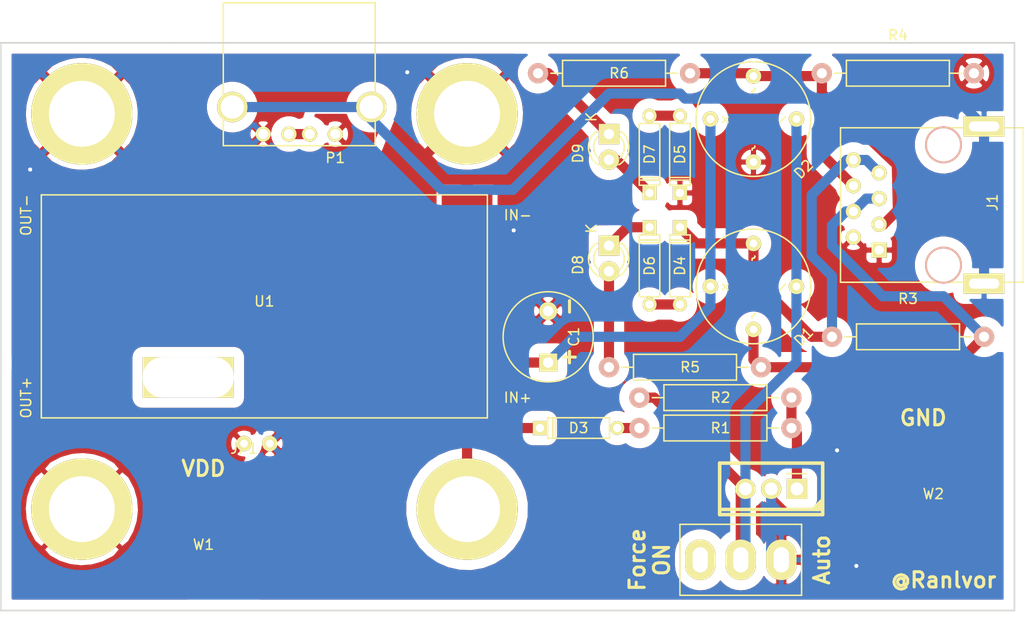
<source format=kicad_pcb>
(kicad_pcb (version 4) (host pcbnew 4.0.2+dfsg1-stable)

  (general
    (links 51)
    (no_connects 0)
    (area 29.924999 20.774999 131.949001 83.979762)
    (thickness 1.6)
    (drawings 12)
    (tracks 104)
    (zones 0)
    (modules 28)
    (nets 19)
  )

  (page A4)
  (layers
    (0 F.Cu signal)
    (31 B.Cu signal)
    (32 B.Adhes user)
    (33 F.Adhes user)
    (34 B.Paste user)
    (35 F.Paste user)
    (36 B.SilkS user)
    (37 F.SilkS user)
    (38 B.Mask user)
    (39 F.Mask user)
    (40 Dwgs.User user)
    (41 Cmts.User user)
    (42 Eco1.User user)
    (43 Eco2.User user)
    (44 Edge.Cuts user)
    (45 Margin user)
    (46 B.CrtYd user)
    (47 F.CrtYd user)
    (48 B.Fab user)
    (49 F.Fab user)
  )

  (setup
    (last_trace_width 1)
    (trace_clearance 0.5)
    (zone_clearance 1)
    (zone_45_only no)
    (trace_min 1)
    (segment_width 0.2)
    (edge_width 0.15)
    (via_size 0.6)
    (via_drill 0.4)
    (via_min_size 0.4)
    (via_min_drill 0.3)
    (uvia_size 0.3)
    (uvia_drill 0.1)
    (uvias_allowed no)
    (uvia_min_size 0.2)
    (uvia_min_drill 0.1)
    (pcb_text_width 0.3)
    (pcb_text_size 1.5 1.5)
    (mod_edge_width 0.15)
    (mod_text_size 1 1)
    (mod_text_width 0.15)
    (pad_size 1.524 1.524)
    (pad_drill 0.762)
    (pad_to_mask_clearance 0.2)
    (aux_axis_origin 0 0)
    (visible_elements FFFFFF7F)
    (pcbplotparams
      (layerselection 0x010f0_80000001)
      (usegerberextensions true)
      (excludeedgelayer true)
      (linewidth 0.100000)
      (plotframeref false)
      (viasonmask false)
      (mode 1)
      (useauxorigin false)
      (hpglpennumber 1)
      (hpglpenspeed 20)
      (hpglpendiameter 15)
      (hpglpenoverlay 2)
      (psnegative false)
      (psa4output false)
      (plotreference true)
      (plotvalue true)
      (plotinvisibletext false)
      (padsonsilk false)
      (subtractmaskfromsilk false)
      (outputformat 1)
      (mirror false)
      (drillshape 0)
      (scaleselection 1)
      (outputdirectory production/))
  )

  (net 0 "")
  (net 1 "Net-(D2-Pad2)")
  (net 2 "Net-(D1-Pad4)")
  (net 3 "Net-(D3-Pad2)")
  (net 4 "Net-(D4-Pad2)")
  (net 5 "Net-(D1-Pad2)")
  (net 6 "Net-(D5-Pad2)")
  (net 7 "Net-(D6-Pad1)")
  (net 8 "Net-(D7-Pad1)")
  (net 9 "Net-(D8-Pad2)")
  (net 10 "Net-(D9-Pad1)")
  (net 11 "Net-(D2-Pad4)")
  (net 12 GND)
  (net 13 "Net-(Q1-Pad1)")
  (net 14 "Net-(P1-Pad2)")
  (net 15 VDD)
  (net 16 Ethernet+)
  (net 17 Ethernet-)
  (net 18 Earth)

  (net_class Default "This is the default net class."
    (clearance 0.5)
    (trace_width 1)
    (via_dia 0.6)
    (via_drill 0.4)
    (uvia_dia 0.3)
    (uvia_drill 0.1)
    (add_net Earth)
    (add_net Ethernet+)
    (add_net Ethernet-)
    (add_net GND)
    (add_net "Net-(D1-Pad2)")
    (add_net "Net-(D1-Pad4)")
    (add_net "Net-(D2-Pad2)")
    (add_net "Net-(D2-Pad4)")
    (add_net "Net-(D3-Pad2)")
    (add_net "Net-(D4-Pad2)")
    (add_net "Net-(D5-Pad2)")
    (add_net "Net-(D6-Pad1)")
    (add_net "Net-(D7-Pad1)")
    (add_net "Net-(D8-Pad2)")
    (add_net "Net-(D9-Pad1)")
    (add_net "Net-(P1-Pad2)")
    (add_net "Net-(Q1-Pad1)")
    (add_net VDD)
  )

  (net_class Thick ""
    (clearance 1)
    (trace_width 5)
    (via_dia 0.6)
    (via_drill 0.4)
    (uvia_dia 0.3)
    (uvia_drill 0.1)
  )

  (module Custom:Diode-Bridge (layer F.Cu) (tedit 5977AF7C) (tstamp 597954DB)
    (at 100.01 50.03 45)
    (path /58A4AC46)
    (fp_text reference D1 (at 3 10 45) (layer F.SilkS)
      (effects (font (size 1 1) (thickness 0.15)))
    )
    (fp_text value Diode_Bridge (at 3 -4 45) (layer F.Fab)
      (effects (font (size 1 1) (thickness 0.15)))
    )
    (fp_text user ~ (at 1 5 45) (layer F.SilkS)
      (effects (font (size 1 1) (thickness 0.15)))
    )
    (fp_text user ~ (at 5 1 45) (layer F.SilkS)
      (effects (font (size 1 1) (thickness 0.15)))
    )
    (fp_text user ~ (at 5 1 45) (layer F.SilkS)
      (effects (font (size 1 1) (thickness 0.15)))
    )
    (fp_text user + (at 1 1 45) (layer F.SilkS)
      (effects (font (size 1 1) (thickness 0.15)))
    )
    (fp_text user - (at 5 5 45) (layer F.SilkS)
      (effects (font (size 1 1) (thickness 0.15)))
    )
    (fp_circle (center 3 3) (end 7 -1) (layer F.SilkS) (width 0.15))
    (pad 1 thru_hole circle (at 6 6 45) (size 1.524 1.524) (drill 0.762) (layers *.Cu *.Mask F.SilkS)
      (net 17 Ethernet-))
    (pad 2 thru_hole circle (at 0 6 45) (size 1.524 1.524) (drill 0.762) (layers *.Cu *.Mask F.SilkS)
      (net 5 "Net-(D1-Pad2)"))
    (pad 3 thru_hole circle (at 0 0 45) (size 1.524 1.524) (drill 0.762) (layers *.Cu *.Mask F.SilkS)
      (net 16 Ethernet+))
    (pad 4 thru_hole circle (at 6 0 45) (size 1.524 1.524) (drill 0.762) (layers *.Cu *.Mask F.SilkS)
      (net 2 "Net-(D1-Pad4)"))
  )

  (module Discret:D3 (layer F.Cu) (tedit 0) (tstamp 58A99F5D)
    (at 97 48 90)
    (descr "Diode 3 pas")
    (tags "DIODE DEV")
    (path /589CE1DE)
    (fp_text reference D4 (at 0 0 90) (layer F.SilkS)
      (effects (font (size 1 1) (thickness 0.15)))
    )
    (fp_text value ZENER (at 0 0 90) (layer F.Fab)
      (effects (font (size 1 1) (thickness 0.15)))
    )
    (fp_line (start 3.81 0) (end 3.048 0) (layer F.SilkS) (width 0.15))
    (fp_line (start 3.048 0) (end 3.048 -1.016) (layer F.SilkS) (width 0.15))
    (fp_line (start 3.048 -1.016) (end -3.048 -1.016) (layer F.SilkS) (width 0.15))
    (fp_line (start -3.048 -1.016) (end -3.048 0) (layer F.SilkS) (width 0.15))
    (fp_line (start -3.048 0) (end -3.81 0) (layer F.SilkS) (width 0.15))
    (fp_line (start -3.048 0) (end -3.048 1.016) (layer F.SilkS) (width 0.15))
    (fp_line (start -3.048 1.016) (end 3.048 1.016) (layer F.SilkS) (width 0.15))
    (fp_line (start 3.048 1.016) (end 3.048 0) (layer F.SilkS) (width 0.15))
    (fp_line (start 2.54 -1.016) (end 2.54 1.016) (layer F.SilkS) (width 0.15))
    (fp_line (start 2.286 1.016) (end 2.286 -1.016) (layer F.SilkS) (width 0.15))
    (pad 1 thru_hole rect (at 3.81 0 90) (size 1.397 1.397) (drill 0.8128) (layers *.Cu *.Mask F.SilkS)
      (net 2 "Net-(D1-Pad4)"))
    (pad 2 thru_hole circle (at -3.81 0 90) (size 1.397 1.397) (drill 0.8128) (layers *.Cu *.Mask F.SilkS)
      (net 4 "Net-(D4-Pad2)"))
    (model Discret.3dshapes/D3.wrl
      (at (xyz 0 0 0))
      (scale (xyz 0.3 0.3 0.3))
      (rotate (xyz 0 0 0))
    )
  )

  (module Discret:D3 (layer F.Cu) (tedit 0) (tstamp 58A99F6D)
    (at 97 37 270)
    (descr "Diode 3 pas")
    (tags "DIODE DEV")
    (path /589CDF37)
    (fp_text reference D5 (at 0 0 270) (layer F.SilkS)
      (effects (font (size 1 1) (thickness 0.15)))
    )
    (fp_text value ZENER (at 0 0 270) (layer F.Fab)
      (effects (font (size 1 1) (thickness 0.15)))
    )
    (fp_line (start 3.81 0) (end 3.048 0) (layer F.SilkS) (width 0.15))
    (fp_line (start 3.048 0) (end 3.048 -1.016) (layer F.SilkS) (width 0.15))
    (fp_line (start 3.048 -1.016) (end -3.048 -1.016) (layer F.SilkS) (width 0.15))
    (fp_line (start -3.048 -1.016) (end -3.048 0) (layer F.SilkS) (width 0.15))
    (fp_line (start -3.048 0) (end -3.81 0) (layer F.SilkS) (width 0.15))
    (fp_line (start -3.048 0) (end -3.048 1.016) (layer F.SilkS) (width 0.15))
    (fp_line (start -3.048 1.016) (end 3.048 1.016) (layer F.SilkS) (width 0.15))
    (fp_line (start 3.048 1.016) (end 3.048 0) (layer F.SilkS) (width 0.15))
    (fp_line (start 2.54 -1.016) (end 2.54 1.016) (layer F.SilkS) (width 0.15))
    (fp_line (start 2.286 1.016) (end 2.286 -1.016) (layer F.SilkS) (width 0.15))
    (pad 1 thru_hole rect (at 3.81 0 270) (size 1.397 1.397) (drill 0.8128) (layers *.Cu *.Mask F.SilkS)
      (net 1 "Net-(D2-Pad2)"))
    (pad 2 thru_hole circle (at -3.81 0 270) (size 1.397 1.397) (drill 0.8128) (layers *.Cu *.Mask F.SilkS)
      (net 6 "Net-(D5-Pad2)"))
    (model Discret.3dshapes/D3.wrl
      (at (xyz 0 0 0))
      (scale (xyz 0.3 0.3 0.3))
      (rotate (xyz 0 0 0))
    )
  )

  (module Discret:D3 (layer F.Cu) (tedit 0) (tstamp 58A99F7D)
    (at 94 48 90)
    (descr "Diode 3 pas")
    (tags "DIODE DEV")
    (path /589CE247)
    (fp_text reference D6 (at 0 0 90) (layer F.SilkS)
      (effects (font (size 1 1) (thickness 0.15)))
    )
    (fp_text value ZENER (at 0 0 90) (layer F.Fab)
      (effects (font (size 1 1) (thickness 0.15)))
    )
    (fp_line (start 3.81 0) (end 3.048 0) (layer F.SilkS) (width 0.15))
    (fp_line (start 3.048 0) (end 3.048 -1.016) (layer F.SilkS) (width 0.15))
    (fp_line (start 3.048 -1.016) (end -3.048 -1.016) (layer F.SilkS) (width 0.15))
    (fp_line (start -3.048 -1.016) (end -3.048 0) (layer F.SilkS) (width 0.15))
    (fp_line (start -3.048 0) (end -3.81 0) (layer F.SilkS) (width 0.15))
    (fp_line (start -3.048 0) (end -3.048 1.016) (layer F.SilkS) (width 0.15))
    (fp_line (start -3.048 1.016) (end 3.048 1.016) (layer F.SilkS) (width 0.15))
    (fp_line (start 3.048 1.016) (end 3.048 0) (layer F.SilkS) (width 0.15))
    (fp_line (start 2.54 -1.016) (end 2.54 1.016) (layer F.SilkS) (width 0.15))
    (fp_line (start 2.286 1.016) (end 2.286 -1.016) (layer F.SilkS) (width 0.15))
    (pad 1 thru_hole rect (at 3.81 0 90) (size 1.397 1.397) (drill 0.8128) (layers *.Cu *.Mask F.SilkS)
      (net 7 "Net-(D6-Pad1)"))
    (pad 2 thru_hole circle (at -3.81 0 90) (size 1.397 1.397) (drill 0.8128) (layers *.Cu *.Mask F.SilkS)
      (net 4 "Net-(D4-Pad2)"))
    (model Discret.3dshapes/D3.wrl
      (at (xyz 0 0 0))
      (scale (xyz 0.3 0.3 0.3))
      (rotate (xyz 0 0 0))
    )
  )

  (module LEDs:LED-3MM (layer F.Cu) (tedit 559B82F6) (tstamp 58A99F9F)
    (at 90 46 270)
    (descr "LED 3mm round vertical")
    (tags "LED  3mm round vertical")
    (path /589CE770)
    (fp_text reference D8 (at 1.91 3.06 270) (layer F.SilkS)
      (effects (font (size 1 1) (thickness 0.15)))
    )
    (fp_text value LED (at 1.3 -2.9 270) (layer F.Fab)
      (effects (font (size 1 1) (thickness 0.15)))
    )
    (fp_line (start -1.2 2.3) (end 3.8 2.3) (layer F.CrtYd) (width 0.05))
    (fp_line (start 3.8 2.3) (end 3.8 -2.2) (layer F.CrtYd) (width 0.05))
    (fp_line (start 3.8 -2.2) (end -1.2 -2.2) (layer F.CrtYd) (width 0.05))
    (fp_line (start -1.2 -2.2) (end -1.2 2.3) (layer F.CrtYd) (width 0.05))
    (fp_line (start -0.199 1.314) (end -0.199 1.114) (layer F.SilkS) (width 0.15))
    (fp_line (start -0.199 -1.28) (end -0.199 -1.1) (layer F.SilkS) (width 0.15))
    (fp_arc (start 1.301 0.034) (end -0.199 -1.286) (angle 108.5) (layer F.SilkS) (width 0.15))
    (fp_arc (start 1.301 0.034) (end 0.25 -1.1) (angle 85.7) (layer F.SilkS) (width 0.15))
    (fp_arc (start 1.311 0.034) (end 3.051 0.994) (angle 110) (layer F.SilkS) (width 0.15))
    (fp_arc (start 1.301 0.034) (end 2.335 1.094) (angle 87.5) (layer F.SilkS) (width 0.15))
    (fp_text user K (at -1.69 1.74 270) (layer F.SilkS)
      (effects (font (size 1 1) (thickness 0.15)))
    )
    (pad 1 thru_hole rect (at 0 0) (size 2 2) (drill 1.00076) (layers *.Cu *.Mask F.SilkS)
      (net 7 "Net-(D6-Pad1)"))
    (pad 2 thru_hole circle (at 2.54 0 270) (size 2 2) (drill 1.00076) (layers *.Cu *.Mask F.SilkS)
      (net 9 "Net-(D8-Pad2)"))
    (model LEDs.3dshapes/LED-3MM.wrl
      (at (xyz 0.05 0 0))
      (scale (xyz 1 1 1))
      (rotate (xyz 0 0 90))
    )
  )

  (module LEDs:LED-3MM (layer F.Cu) (tedit 559B82F6) (tstamp 58A99FB0)
    (at 90 35 270)
    (descr "LED 3mm round vertical")
    (tags "LED  3mm round vertical")
    (path /589CE453)
    (fp_text reference D9 (at 1.91 3.06 270) (layer F.SilkS)
      (effects (font (size 1 1) (thickness 0.15)))
    )
    (fp_text value LED (at 1.3 -2.9 270) (layer F.Fab)
      (effects (font (size 1 1) (thickness 0.15)))
    )
    (fp_line (start -1.2 2.3) (end 3.8 2.3) (layer F.CrtYd) (width 0.05))
    (fp_line (start 3.8 2.3) (end 3.8 -2.2) (layer F.CrtYd) (width 0.05))
    (fp_line (start 3.8 -2.2) (end -1.2 -2.2) (layer F.CrtYd) (width 0.05))
    (fp_line (start -1.2 -2.2) (end -1.2 2.3) (layer F.CrtYd) (width 0.05))
    (fp_line (start -0.199 1.314) (end -0.199 1.114) (layer F.SilkS) (width 0.15))
    (fp_line (start -0.199 -1.28) (end -0.199 -1.1) (layer F.SilkS) (width 0.15))
    (fp_arc (start 1.301 0.034) (end -0.199 -1.286) (angle 108.5) (layer F.SilkS) (width 0.15))
    (fp_arc (start 1.301 0.034) (end 0.25 -1.1) (angle 85.7) (layer F.SilkS) (width 0.15))
    (fp_arc (start 1.311 0.034) (end 3.051 0.994) (angle 110) (layer F.SilkS) (width 0.15))
    (fp_arc (start 1.301 0.034) (end 2.335 1.094) (angle 87.5) (layer F.SilkS) (width 0.15))
    (fp_text user K (at -1.69 1.74 270) (layer F.SilkS)
      (effects (font (size 1 1) (thickness 0.15)))
    )
    (pad 1 thru_hole rect (at 0 0) (size 2 2) (drill 1.00076) (layers *.Cu *.Mask F.SilkS)
      (net 10 "Net-(D9-Pad1)"))
    (pad 2 thru_hole circle (at 2.54 0 270) (size 2 2) (drill 1.00076) (layers *.Cu *.Mask F.SilkS)
      (net 8 "Net-(D7-Pad1)"))
    (model LEDs.3dshapes/LED-3MM.wrl
      (at (xyz 0.05 0 0))
      (scale (xyz 1 1 1))
      (rotate (xyz 0 0 90))
    )
  )

  (module Discret:D3 (layer F.Cu) (tedit 0) (tstamp 59795364)
    (at 94 37 270)
    (descr "Diode 3 pas")
    (tags "DIODE DEV")
    (path /589CE16F)
    (fp_text reference D7 (at 0 0 270) (layer F.SilkS)
      (effects (font (size 1 1) (thickness 0.15)))
    )
    (fp_text value ZENER (at 0 0 270) (layer F.Fab)
      (effects (font (size 1 1) (thickness 0.15)))
    )
    (fp_line (start 3.81 0) (end 3.048 0) (layer F.SilkS) (width 0.15))
    (fp_line (start 3.048 0) (end 3.048 -1.016) (layer F.SilkS) (width 0.15))
    (fp_line (start 3.048 -1.016) (end -3.048 -1.016) (layer F.SilkS) (width 0.15))
    (fp_line (start -3.048 -1.016) (end -3.048 0) (layer F.SilkS) (width 0.15))
    (fp_line (start -3.048 0) (end -3.81 0) (layer F.SilkS) (width 0.15))
    (fp_line (start -3.048 0) (end -3.048 1.016) (layer F.SilkS) (width 0.15))
    (fp_line (start -3.048 1.016) (end 3.048 1.016) (layer F.SilkS) (width 0.15))
    (fp_line (start 3.048 1.016) (end 3.048 0) (layer F.SilkS) (width 0.15))
    (fp_line (start 2.54 -1.016) (end 2.54 1.016) (layer F.SilkS) (width 0.15))
    (fp_line (start 2.286 1.016) (end 2.286 -1.016) (layer F.SilkS) (width 0.15))
    (pad 1 thru_hole rect (at 3.81 0 270) (size 1.397 1.397) (drill 0.8128) (layers *.Cu *.Mask F.SilkS)
      (net 8 "Net-(D7-Pad1)"))
    (pad 2 thru_hole circle (at -3.81 0 270) (size 1.397 1.397) (drill 0.8128) (layers *.Cu *.Mask F.SilkS)
      (net 6 "Net-(D5-Pad2)"))
    (model Discret.3dshapes/D3.wrl
      (at (xyz 0 0 0))
      (scale (xyz 0.3 0.3 0.3))
      (rotate (xyz 0 0 0))
    )
  )

  (module Custom:Diode-Bridge (layer F.Cu) (tedit 5977AF7C) (tstamp 597954E9)
    (at 100.01 33.52 45)
    (path /58A4B96E)
    (fp_text reference D2 (at 3 10 45) (layer F.SilkS)
      (effects (font (size 1 1) (thickness 0.15)))
    )
    (fp_text value Diode_Bridge (at 3 -4 45) (layer F.Fab)
      (effects (font (size 1 1) (thickness 0.15)))
    )
    (fp_text user ~ (at 1 5 45) (layer F.SilkS)
      (effects (font (size 1 1) (thickness 0.15)))
    )
    (fp_text user ~ (at 5 1 45) (layer F.SilkS)
      (effects (font (size 1 1) (thickness 0.15)))
    )
    (fp_text user ~ (at 5 1 45) (layer F.SilkS)
      (effects (font (size 1 1) (thickness 0.15)))
    )
    (fp_text user + (at 1 1 45) (layer F.SilkS)
      (effects (font (size 1 1) (thickness 0.15)))
    )
    (fp_text user - (at 5 5 45) (layer F.SilkS)
      (effects (font (size 1 1) (thickness 0.15)))
    )
    (fp_circle (center 3 3) (end 7 -1) (layer F.SilkS) (width 0.15))
    (pad 1 thru_hole circle (at 6 6 45) (size 1.524 1.524) (drill 0.762) (layers *.Cu *.Mask F.SilkS)
      (net 17 Ethernet-))
    (pad 2 thru_hole circle (at 0 6 45) (size 1.524 1.524) (drill 0.762) (layers *.Cu *.Mask F.SilkS)
      (net 1 "Net-(D2-Pad2)"))
    (pad 3 thru_hole circle (at 0 0 45) (size 1.524 1.524) (drill 0.762) (layers *.Cu *.Mask F.SilkS)
      (net 16 Ethernet+))
    (pad 4 thru_hole circle (at 6 0 45) (size 1.524 1.524) (drill 0.762) (layers *.Cu *.Mask F.SilkS)
      (net 11 "Net-(D2-Pad4)"))
  )

  (module Discret:D3 (layer F.Cu) (tedit 0) (tstamp 5985DAAB)
    (at 87 64 180)
    (descr "Diode 3 pas")
    (tags "DIODE DEV")
    (path /58B4950D)
    (fp_text reference D3 (at 0 0 180) (layer F.SilkS)
      (effects (font (size 1 1) (thickness 0.15)))
    )
    (fp_text value ZENER (at 0 0 180) (layer F.Fab)
      (effects (font (size 1 1) (thickness 0.15)))
    )
    (fp_line (start 3.81 0) (end 3.048 0) (layer F.SilkS) (width 0.15))
    (fp_line (start 3.048 0) (end 3.048 -1.016) (layer F.SilkS) (width 0.15))
    (fp_line (start 3.048 -1.016) (end -3.048 -1.016) (layer F.SilkS) (width 0.15))
    (fp_line (start -3.048 -1.016) (end -3.048 0) (layer F.SilkS) (width 0.15))
    (fp_line (start -3.048 0) (end -3.81 0) (layer F.SilkS) (width 0.15))
    (fp_line (start -3.048 0) (end -3.048 1.016) (layer F.SilkS) (width 0.15))
    (fp_line (start -3.048 1.016) (end 3.048 1.016) (layer F.SilkS) (width 0.15))
    (fp_line (start 3.048 1.016) (end 3.048 0) (layer F.SilkS) (width 0.15))
    (fp_line (start 2.54 -1.016) (end 2.54 1.016) (layer F.SilkS) (width 0.15))
    (fp_line (start 2.286 1.016) (end 2.286 -1.016) (layer F.SilkS) (width 0.15))
    (pad 1 thru_hole rect (at 3.81 0 180) (size 1.397 1.397) (drill 0.8128) (layers *.Cu *.Mask F.SilkS)
      (net 16 Ethernet+))
    (pad 2 thru_hole circle (at -3.81 0 180) (size 1.397 1.397) (drill 0.8128) (layers *.Cu *.Mask F.SilkS)
      (net 3 "Net-(D3-Pad2)"))
    (model Discret.3dshapes/D3.wrl
      (at (xyz 0 0 0))
      (scale (xyz 0.3 0.3 0.3))
      (rotate (xyz 0 0 0))
    )
  )

  (module pth-semi:TO-220 (layer F.Cu) (tedit 54CBD66A) (tstamp 5985E0B8)
    (at 106 70 180)
    (path /5985EA05)
    (fp_text reference Q1 (at 0 0 180) (layer F.SilkS)
      (effects (font (size 0.8 0.8) (thickness 0.15)))
    )
    (fp_text value IRF640 (at 0 0 180) (layer F.Fab)
      (effects (font (size 0.8 0.8) (thickness 0.15)))
    )
    (fp_line (start -5 -1.75) (end -4.75 -2) (layer F.Fab) (width 0.15))
    (fp_line (start -4.5 -2) (end -5 -1.5) (layer F.Fab) (width 0.15))
    (fp_line (start -5 -1.25) (end -4.25 -2) (layer F.Fab) (width 0.15))
    (fp_line (start -4 -2) (end -5 -1) (layer F.Fab) (width 0.15))
    (fp_line (start -5 -2) (end 5 -2) (layer F.Fab) (width 0.15))
    (fp_line (start 5 2.5) (end 5 -2.5) (layer F.Fab) (width 0.15))
    (fp_line (start 5 -2.5) (end -5 -2.5) (layer F.Fab) (width 0.15))
    (fp_line (start -5 -2.5) (end -5 2.5) (layer F.Fab) (width 0.15))
    (fp_line (start -5 2.5) (end 5 2.5) (layer F.Fab) (width 0.15))
    (fp_line (start 5.5 2.75) (end 5.5 -3.25) (layer F.CrtYd) (width 0.15))
    (fp_line (start 5.5 -3.25) (end -5.5 -3.25) (layer F.CrtYd) (width 0.15))
    (fp_line (start -5.5 -3.25) (end -5.5 2.75) (layer F.CrtYd) (width 0.15))
    (fp_line (start -5.5 2.75) (end 5.5 2.75) (layer F.CrtYd) (width 0.15))
    (fp_line (start -3.5 1.5) (end -1.5 1.5) (layer F.SilkS) (width 0.15))
    (fp_line (start -5.0292 -1.1176) (end -4.1656 -1.9812) (layer F.SilkS) (width 0.35))
    (fp_line (start -4.572 -2.032) (end -5.08 -1.524) (layer F.SilkS) (width 0.35))
    (fp_line (start -5.08 -2.032) (end 5.08 -2.032) (layer F.SilkS) (width 0.35))
    (fp_line (start -5.08 -2.54) (end -5.08 2.54) (layer F.SilkS) (width 0.35))
    (fp_line (start -5.08 2.54) (end 5.08 2.54) (layer F.SilkS) (width 0.35))
    (fp_line (start 5.08 2.54) (end 5.08 -2.54) (layer F.SilkS) (width 0.35))
    (fp_line (start 5.08 -2.54) (end -5.08 -2.54) (layer F.SilkS) (width 0.35))
    (pad 2 thru_hole circle (at 0 0 180) (size 1.99898 1.99898) (drill 1.27) (layers *.Cu *.Mask F.SilkS)
      (net 12 GND))
    (pad 1 thru_hole rect (at -2.54 0 180) (size 1.99898 1.99898) (drill 1.27) (layers *.Cu *.Mask F.SilkS)
      (net 13 "Net-(Q1-Pad1)"))
    (pad 3 thru_hole circle (at 2.54 0 180) (size 1.99898 1.99898) (drill 1.27) (layers *.Cu *.Mask F.SilkS)
      (net 17 Ethernet-))
    (model to/to220_std.wrl
      (at (xyz 0 0 0))
      (scale (xyz 1 1 1))
      (rotate (xyz 0 0 0))
    )
  )

  (module Custom:Bananasocket (layer F.Cu) (tedit 5989CDAE) (tstamp 598A16EE)
    (at 76 35)
    (path /598A0937)
    (fp_text reference U2 (at 0 0.5) (layer F.SilkS)
      (effects (font (size 1 1) (thickness 0.15)))
    )
    (fp_text value Bananasocket (at 0 -0.5) (layer F.Fab)
      (effects (font (size 1 1) (thickness 0.15)))
    )
    (pad 1 thru_hole circle (at 0 -2) (size 10 10) (drill 6.5) (layers *.Cu *.Mask F.SilkS)
      (net 12 GND))
  )

  (module Custom:Bananasocket (layer F.Cu) (tedit 5989CDAE) (tstamp 598A1BF4)
    (at 38 35)
    (path /598A0A40)
    (fp_text reference U3 (at 0 0.5) (layer F.SilkS)
      (effects (font (size 1 1) (thickness 0.15)))
    )
    (fp_text value Bananasocket (at 0 -0.5) (layer F.Fab)
      (effects (font (size 1 1) (thickness 0.15)))
    )
    (pad 1 thru_hole circle (at 0 -2) (size 10 10) (drill 6.5) (layers *.Cu *.Mask F.SilkS)
      (net 12 GND))
  )

  (module Custom:Bananasocket (layer F.Cu) (tedit 5989CDAE) (tstamp 598A1BF9)
    (at 76 74)
    (path /598A09B0)
    (fp_text reference U4 (at 0 0.5) (layer F.SilkS)
      (effects (font (size 1 1) (thickness 0.15)))
    )
    (fp_text value Bananasocket (at 0 -0.5) (layer F.Fab)
      (effects (font (size 1 1) (thickness 0.15)))
    )
    (pad 1 thru_hole circle (at 0 -2) (size 10 10) (drill 6.5) (layers *.Cu *.Mask F.SilkS)
      (net 16 Ethernet+))
  )

  (module Custom:Bananasocket (layer F.Cu) (tedit 5989CDAE) (tstamp 598A1BFE)
    (at 38 74)
    (path /598A0AB7)
    (fp_text reference U5 (at 0 0.5) (layer F.SilkS)
      (effects (font (size 1 1) (thickness 0.15)))
    )
    (fp_text value Bananasocket (at 0 -0.5) (layer F.Fab)
      (effects (font (size 1 1) (thickness 0.15)))
    )
    (pad 1 thru_hole circle (at 0 -2) (size 10 10) (drill 6.5) (layers *.Cu *.Mask F.SilkS)
      (net 15 VDD))
  )

  (module Connect:USB_A (layer F.Cu) (tedit 5543E289) (tstamp 598A3A6C)
    (at 63 35 180)
    (descr "USB A connector")
    (tags "USB USB_A")
    (path /598A2E63)
    (fp_text reference P1 (at 0 -2.35 180) (layer F.SilkS)
      (effects (font (size 1 1) (thickness 0.15)))
    )
    (fp_text value USB_A (at 3.83794 7.43458 180) (layer F.Fab)
      (effects (font (size 1 1) (thickness 0.15)))
    )
    (fp_line (start -5.3 13.2) (end -5.3 -1.4) (layer F.CrtYd) (width 0.05))
    (fp_line (start 11.95 -1.4) (end 11.95 13.2) (layer F.CrtYd) (width 0.05))
    (fp_line (start -5.3 13.2) (end 11.95 13.2) (layer F.CrtYd) (width 0.05))
    (fp_line (start -5.3 -1.4) (end 11.95 -1.4) (layer F.CrtYd) (width 0.05))
    (fp_line (start 11.04986 -1.14512) (end 11.04986 12.95188) (layer F.SilkS) (width 0.15))
    (fp_line (start -3.93614 12.95188) (end -3.93614 -1.14512) (layer F.SilkS) (width 0.15))
    (fp_line (start 11.04986 -1.14512) (end -3.93614 -1.14512) (layer F.SilkS) (width 0.15))
    (fp_line (start 11.04986 12.95188) (end -3.93614 12.95188) (layer F.SilkS) (width 0.15))
    (pad 4 thru_hole circle (at 7.11286 -0.00212 90) (size 1.50114 1.50114) (drill 1.00076) (layers *.Cu *.Mask F.SilkS)
      (net 12 GND))
    (pad 3 thru_hole circle (at 4.57286 -0.00212 90) (size 1.50114 1.50114) (drill 1.00076) (layers *.Cu *.Mask F.SilkS)
      (net 14 "Net-(P1-Pad2)"))
    (pad 2 thru_hole circle (at 2.54086 -0.00212 90) (size 1.50114 1.50114) (drill 1.00076) (layers *.Cu *.Mask F.SilkS)
      (net 14 "Net-(P1-Pad2)"))
    (pad 1 thru_hole circle (at 0.00086 -0.00212 90) (size 1.50114 1.50114) (drill 1.00076) (layers *.Cu *.Mask F.SilkS)
      (net 15 VDD))
    (pad 5 thru_hole circle (at 10.16086 2.66488 90) (size 2.99974 2.99974) (drill 2.30124) (layers *.Cu *.Mask F.SilkS)
      (net 18 Earth))
    (pad 5 thru_hole circle (at -3.55514 2.66488 90) (size 2.99974 2.99974) (drill 2.30124) (layers *.Cu *.Mask F.SilkS)
      (net 18 Earth))
    (model Connect.3dshapes/USB_A.wrl
      (at (xyz 0.14 0 0))
      (scale (xyz 1 1 1))
      (rotate (xyz 0 0 90))
    )
  )

  (module Discret:C2V8 (layer F.Cu) (tedit 0) (tstamp 598B14F9)
    (at 84 55 90)
    (descr "Condensateur polarise")
    (tags CP)
    (path /598B20AF)
    (fp_text reference C1 (at 0 2.54 90) (layer F.SilkS)
      (effects (font (size 1 1) (thickness 0.15)))
    )
    (fp_text value ">= 450 µF" (at 0 -2.54 90) (layer F.Fab)
      (effects (font (size 1 1) (thickness 0.15)))
    )
    (fp_circle (center 0 0) (end -4.445 0) (layer F.SilkS) (width 0.15))
    (pad 1 thru_hole rect (at -2.54 0 90) (size 1.778 1.778) (drill 1.016) (layers *.Cu *.Mask F.SilkS)
      (net 16 Ethernet+))
    (pad 2 thru_hole circle (at 2.54 0 90) (size 1.778 1.778) (drill 1.016) (layers *.Cu *.Mask F.SilkS)
      (net 12 GND))
    (model Discret.3dshapes/C2V8.wrl
      (at (xyz 0 0 0))
      (scale (xyz 1 1 1))
      (rotate (xyz 0 0 0))
    )
  )

  (module Custom:Switch (layer F.Cu) (tedit 598C3ABF) (tstamp 598A18E8)
    (at 107 77 90)
    (path /5989C945)
    (fp_text reference SW1 (at 0 0.5 90) (layer F.SilkS)
      (effects (font (size 1 1) (thickness 0.15)))
    )
    (fp_text value Switch_SPDT_x2 (at 0 -0.5 90) (layer F.Fab)
      (effects (font (size 1 1) (thickness 0.15)))
    )
    (fp_line (start -3.5 2) (end -3.5 -10) (layer F.SilkS) (width 0.15))
    (fp_line (start -3.5 -10) (end 3.5 -10) (layer F.SilkS) (width 0.15))
    (fp_line (start 3.5 -10) (end 3.5 2) (layer F.SilkS) (width 0.15))
    (fp_line (start -3.5 2) (end -2.5 2) (layer F.SilkS) (width 0.15))
    (fp_line (start 3.5 2) (end 2.5 2) (layer F.SilkS) (width 0.15))
    (fp_line (start -2.5 2) (end 2.5 2) (layer F.SilkS) (width 0.15))
    (pad 1 thru_hole oval (at 0 0 90) (size 4 3) (drill oval 2.5 1.5) (layers *.Cu *.Mask F.SilkS)
      (net 12 GND))
    (pad 2 thru_hole oval (at 0 -4 90) (size 4 3) (drill oval 2.5 1.5) (layers *.Cu *.Mask F.SilkS)
      (net 17 Ethernet-))
    (pad 3 thru_hole oval (at 0 -8 90) (size 4 3) (drill oval 2.5 1.5) (layers *.Cu *.Mask F.SilkS))
  )

  (module Resistors_ThroughHole:Resistor_Horizontal_RM15mm (layer F.Cu) (tedit 598C3EEF) (tstamp 5979531A)
    (at 83 29)
    (descr "Resistor, Axial, RM 15mm,")
    (tags "Resistor Axial RM 15mm")
    (path /589CE307)
    (fp_text reference R6 (at 8 0) (layer F.SilkS)
      (effects (font (size 1 1) (thickness 0.15)))
    )
    (fp_text value 3.3k (at 7.5 4.0005) (layer F.Fab)
      (effects (font (size 1 1) (thickness 0.15)))
    )
    (fp_line (start -1.25 1.5) (end -1.25 -1.5) (layer F.CrtYd) (width 0.05))
    (fp_line (start -1.25 -1.5) (end 16.25 -1.5) (layer F.CrtYd) (width 0.05))
    (fp_line (start 16.25 -1.5) (end 16.25 1.5) (layer F.CrtYd) (width 0.05))
    (fp_line (start 16.25 1.5) (end -1.25 1.5) (layer F.CrtYd) (width 0.05))
    (fp_line (start 2.42 -1.27) (end 2.42 1.27) (layer F.SilkS) (width 0.15))
    (fp_line (start 2.42 1.27) (end 12.58 1.27) (layer F.SilkS) (width 0.15))
    (fp_line (start 12.58 1.27) (end 12.58 -1.27) (layer F.SilkS) (width 0.15))
    (fp_line (start 12.58 -1.27) (end 2.42 -1.27) (layer F.SilkS) (width 0.15))
    (fp_line (start 13.73 0) (end 12.58 0) (layer F.SilkS) (width 0.15))
    (fp_line (start 1.27 0) (end 2.42 0) (layer F.SilkS) (width 0.15))
    (pad 1 thru_hole circle (at 0 0) (size 1.99898 1.99898) (drill 1.00076) (layers *.Cu *.SilkS *.Mask)
      (net 10 "Net-(D9-Pad1)"))
    (pad 2 thru_hole circle (at 15 0) (size 1.99898 1.99898) (drill 1.00076) (layers *.Cu *.SilkS *.Mask)
      (net 11 "Net-(D2-Pad4)"))
    (model Resistors_ThroughHole.3dshapes/Resistor_Horizontal_RM15mm.wrl
      (at (xyz 0 0 0))
      (scale (xyz 0.4 0.4 0.4))
      (rotate (xyz 0 0 0))
    )
  )

  (module Resistors_ThroughHole:Resistor_Horizontal_RM15mm (layer F.Cu) (tedit 598C3ECC) (tstamp 5979530C)
    (at 90 58)
    (descr "Resistor, Axial, RM 15mm,")
    (tags "Resistor Axial RM 15mm")
    (path /589CE2D4)
    (fp_text reference R5 (at 8 0) (layer F.SilkS)
      (effects (font (size 1 1) (thickness 0.15)))
    )
    (fp_text value 3.3k (at 7.5 4.0005) (layer F.Fab)
      (effects (font (size 1 1) (thickness 0.15)))
    )
    (fp_line (start -1.25 1.5) (end -1.25 -1.5) (layer F.CrtYd) (width 0.05))
    (fp_line (start -1.25 -1.5) (end 16.25 -1.5) (layer F.CrtYd) (width 0.05))
    (fp_line (start 16.25 -1.5) (end 16.25 1.5) (layer F.CrtYd) (width 0.05))
    (fp_line (start 16.25 1.5) (end -1.25 1.5) (layer F.CrtYd) (width 0.05))
    (fp_line (start 2.42 -1.27) (end 2.42 1.27) (layer F.SilkS) (width 0.15))
    (fp_line (start 2.42 1.27) (end 12.58 1.27) (layer F.SilkS) (width 0.15))
    (fp_line (start 12.58 1.27) (end 12.58 -1.27) (layer F.SilkS) (width 0.15))
    (fp_line (start 12.58 -1.27) (end 2.42 -1.27) (layer F.SilkS) (width 0.15))
    (fp_line (start 13.73 0) (end 12.58 0) (layer F.SilkS) (width 0.15))
    (fp_line (start 1.27 0) (end 2.42 0) (layer F.SilkS) (width 0.15))
    (pad 1 thru_hole circle (at 0 0) (size 1.99898 1.99898) (drill 1.00076) (layers *.Cu *.SilkS *.Mask)
      (net 9 "Net-(D8-Pad2)"))
    (pad 2 thru_hole circle (at 15 0) (size 1.99898 1.99898) (drill 1.00076) (layers *.Cu *.SilkS *.Mask)
      (net 5 "Net-(D1-Pad2)"))
    (model Resistors_ThroughHole.3dshapes/Resistor_Horizontal_RM15mm.wrl
      (at (xyz 0 0 0))
      (scale (xyz 0.4 0.4 0.4))
      (rotate (xyz 0 0 0))
    )
  )

  (module Resistors_ThroughHole:Resistor_Horizontal_RM15mm (layer F.Cu) (tedit 569FCEE8) (tstamp 597952FE)
    (at 111 29)
    (descr "Resistor, Axial, RM 15mm,")
    (tags "Resistor Axial RM 15mm")
    (path /589CD7FF)
    (fp_text reference R4 (at 7.5 -3.74904) (layer F.SilkS)
      (effects (font (size 1 1) (thickness 0.15)))
    )
    (fp_text value 22k (at 7.5 4.0005) (layer F.Fab)
      (effects (font (size 1 1) (thickness 0.15)))
    )
    (fp_line (start -1.25 1.5) (end -1.25 -1.5) (layer F.CrtYd) (width 0.05))
    (fp_line (start -1.25 -1.5) (end 16.25 -1.5) (layer F.CrtYd) (width 0.05))
    (fp_line (start 16.25 -1.5) (end 16.25 1.5) (layer F.CrtYd) (width 0.05))
    (fp_line (start 16.25 1.5) (end -1.25 1.5) (layer F.CrtYd) (width 0.05))
    (fp_line (start 2.42 -1.27) (end 2.42 1.27) (layer F.SilkS) (width 0.15))
    (fp_line (start 2.42 1.27) (end 12.58 1.27) (layer F.SilkS) (width 0.15))
    (fp_line (start 12.58 1.27) (end 12.58 -1.27) (layer F.SilkS) (width 0.15))
    (fp_line (start 12.58 -1.27) (end 2.42 -1.27) (layer F.SilkS) (width 0.15))
    (fp_line (start 13.73 0) (end 12.58 0) (layer F.SilkS) (width 0.15))
    (fp_line (start 1.27 0) (end 2.42 0) (layer F.SilkS) (width 0.15))
    (pad 1 thru_hole circle (at 0 0) (size 1.99898 1.99898) (drill 1.00076) (layers *.Cu *.SilkS *.Mask)
      (net 11 "Net-(D2-Pad4)"))
    (pad 2 thru_hole circle (at 15 0) (size 1.99898 1.99898) (drill 1.00076) (layers *.Cu *.SilkS *.Mask)
      (net 1 "Net-(D2-Pad2)"))
    (model Resistors_ThroughHole.3dshapes/Resistor_Horizontal_RM15mm.wrl
      (at (xyz 0 0 0))
      (scale (xyz 0.4 0.4 0.4))
      (rotate (xyz 0 0 0))
    )
  )

  (module Resistors_ThroughHole:Resistor_Horizontal_RM15mm (layer F.Cu) (tedit 569FCEE8) (tstamp 597952F0)
    (at 112 55)
    (descr "Resistor, Axial, RM 15mm,")
    (tags "Resistor Axial RM 15mm")
    (path /589CD7AC)
    (fp_text reference R3 (at 7.5 -3.74904) (layer F.SilkS)
      (effects (font (size 1 1) (thickness 0.15)))
    )
    (fp_text value 22k (at 7.5 4.0005) (layer F.Fab)
      (effects (font (size 1 1) (thickness 0.15)))
    )
    (fp_line (start -1.25 1.5) (end -1.25 -1.5) (layer F.CrtYd) (width 0.05))
    (fp_line (start -1.25 -1.5) (end 16.25 -1.5) (layer F.CrtYd) (width 0.05))
    (fp_line (start 16.25 -1.5) (end 16.25 1.5) (layer F.CrtYd) (width 0.05))
    (fp_line (start 16.25 1.5) (end -1.25 1.5) (layer F.CrtYd) (width 0.05))
    (fp_line (start 2.42 -1.27) (end 2.42 1.27) (layer F.SilkS) (width 0.15))
    (fp_line (start 2.42 1.27) (end 12.58 1.27) (layer F.SilkS) (width 0.15))
    (fp_line (start 12.58 1.27) (end 12.58 -1.27) (layer F.SilkS) (width 0.15))
    (fp_line (start 12.58 -1.27) (end 2.42 -1.27) (layer F.SilkS) (width 0.15))
    (fp_line (start 13.73 0) (end 12.58 0) (layer F.SilkS) (width 0.15))
    (fp_line (start 1.27 0) (end 2.42 0) (layer F.SilkS) (width 0.15))
    (pad 1 thru_hole circle (at 0 0) (size 1.99898 1.99898) (drill 1.00076) (layers *.Cu *.SilkS *.Mask)
      (net 2 "Net-(D1-Pad4)"))
    (pad 2 thru_hole circle (at 15 0) (size 1.99898 1.99898) (drill 1.00076) (layers *.Cu *.SilkS *.Mask)
      (net 5 "Net-(D1-Pad2)"))
    (model Resistors_ThroughHole.3dshapes/Resistor_Horizontal_RM15mm.wrl
      (at (xyz 0 0 0))
      (scale (xyz 0.4 0.4 0.4))
      (rotate (xyz 0 0 0))
    )
  )

  (module Resistors_ThroughHole:Resistor_Horizontal_RM15mm (layer F.Cu) (tedit 598C3ED1) (tstamp 58A9A03C)
    (at 93 64)
    (descr "Resistor, Axial, RM 15mm,")
    (tags "Resistor Axial RM 15mm")
    (path /58C46A24)
    (fp_text reference R2 (at 8 -3) (layer F.SilkS)
      (effects (font (size 1 1) (thickness 0.15)))
    )
    (fp_text value 1M (at 7.5 4.0005) (layer F.Fab)
      (effects (font (size 1 1) (thickness 0.15)))
    )
    (fp_line (start -1.25 1.5) (end -1.25 -1.5) (layer F.CrtYd) (width 0.05))
    (fp_line (start -1.25 -1.5) (end 16.25 -1.5) (layer F.CrtYd) (width 0.05))
    (fp_line (start 16.25 -1.5) (end 16.25 1.5) (layer F.CrtYd) (width 0.05))
    (fp_line (start 16.25 1.5) (end -1.25 1.5) (layer F.CrtYd) (width 0.05))
    (fp_line (start 2.42 -1.27) (end 2.42 1.27) (layer F.SilkS) (width 0.15))
    (fp_line (start 2.42 1.27) (end 12.58 1.27) (layer F.SilkS) (width 0.15))
    (fp_line (start 12.58 1.27) (end 12.58 -1.27) (layer F.SilkS) (width 0.15))
    (fp_line (start 12.58 -1.27) (end 2.42 -1.27) (layer F.SilkS) (width 0.15))
    (fp_line (start 13.73 0) (end 12.58 0) (layer F.SilkS) (width 0.15))
    (fp_line (start 1.27 0) (end 2.42 0) (layer F.SilkS) (width 0.15))
    (pad 1 thru_hole circle (at 0 0) (size 1.99898 1.99898) (drill 1.00076) (layers *.Cu *.SilkS *.Mask)
      (net 3 "Net-(D3-Pad2)"))
    (pad 2 thru_hole circle (at 15 0) (size 1.99898 1.99898) (drill 1.00076) (layers *.Cu *.SilkS *.Mask)
      (net 13 "Net-(Q1-Pad1)"))
    (model Resistors_ThroughHole.3dshapes/Resistor_Horizontal_RM15mm.wrl
      (at (xyz 0 0 0))
      (scale (xyz 0.4 0.4 0.4))
      (rotate (xyz 0 0 0))
    )
  )

  (module Resistors_ThroughHole:Resistor_Horizontal_RM15mm (layer F.Cu) (tedit 598C3ED4) (tstamp 58A9A02E)
    (at 108 61 180)
    (descr "Resistor, Axial, RM 15mm,")
    (tags "Resistor Axial RM 15mm")
    (path /58C46931)
    (fp_text reference R1 (at 7 -3 180) (layer F.SilkS)
      (effects (font (size 1 1) (thickness 0.15)))
    )
    (fp_text value 1M (at 7.5 4.0005 180) (layer F.Fab)
      (effects (font (size 1 1) (thickness 0.15)))
    )
    (fp_line (start -1.25 1.5) (end -1.25 -1.5) (layer F.CrtYd) (width 0.05))
    (fp_line (start -1.25 -1.5) (end 16.25 -1.5) (layer F.CrtYd) (width 0.05))
    (fp_line (start 16.25 -1.5) (end 16.25 1.5) (layer F.CrtYd) (width 0.05))
    (fp_line (start 16.25 1.5) (end -1.25 1.5) (layer F.CrtYd) (width 0.05))
    (fp_line (start 2.42 -1.27) (end 2.42 1.27) (layer F.SilkS) (width 0.15))
    (fp_line (start 2.42 1.27) (end 12.58 1.27) (layer F.SilkS) (width 0.15))
    (fp_line (start 12.58 1.27) (end 12.58 -1.27) (layer F.SilkS) (width 0.15))
    (fp_line (start 12.58 -1.27) (end 2.42 -1.27) (layer F.SilkS) (width 0.15))
    (fp_line (start 13.73 0) (end 12.58 0) (layer F.SilkS) (width 0.15))
    (fp_line (start 1.27 0) (end 2.42 0) (layer F.SilkS) (width 0.15))
    (pad 1 thru_hole circle (at 0 0 180) (size 1.99898 1.99898) (drill 1.00076) (layers *.Cu *.SilkS *.Mask)
      (net 13 "Net-(Q1-Pad1)"))
    (pad 2 thru_hole circle (at 15 0 180) (size 1.99898 1.99898) (drill 1.00076) (layers *.Cu *.SilkS *.Mask)
      (net 17 Ethernet-))
    (model Resistors_ThroughHole.3dshapes/Resistor_Horizontal_RM15mm.wrl
      (at (xyz 0 0 0))
      (scale (xyz 0.4 0.4 0.4))
      (rotate (xyz 0 0 0))
    )
  )

  (module Custom:Step-Down (layer F.Cu) (tedit 598DC919) (tstamp 598A1BE0)
    (at 56 52 180)
    (path /598A01A8)
    (fp_text reference U1 (at 0 0.5 180) (layer F.SilkS)
      (effects (font (size 1 1) (thickness 0.15)))
    )
    (fp_text value Step_Down (at 0 -0.5 180) (layer F.Fab)
      (effects (font (size 1 1) (thickness 0.15)))
    )
    (fp_text user OUT- (at 23.5 9 270) (layer F.SilkS)
      (effects (font (size 1 1) (thickness 0.15)))
    )
    (fp_text user OUT+ (at 23.5 -9 450) (layer F.SilkS)
      (effects (font (size 1 1) (thickness 0.15)))
    )
    (fp_text user IN+ (at -25 -9 180) (layer F.SilkS)
      (effects (font (size 1 1) (thickness 0.15)))
    )
    (fp_text user IN- (at -25 9 180) (layer F.SilkS)
      (effects (font (size 1 1) (thickness 0.15)))
    )
    (fp_line (start -22 11) (end -22 -11) (layer F.SilkS) (width 0.15))
    (fp_line (start -22 -11) (end 22 -11) (layer F.SilkS) (width 0.15))
    (fp_line (start 22 -11) (end 22 11) (layer F.SilkS) (width 0.15))
    (fp_line (start 22 11) (end -22 11) (layer F.SilkS) (width 0.15))
    (pad 1 smd rect (at -20 9 180) (size 5 5) (layers F.Cu F.Paste F.Mask)
      (net 12 GND))
    (pad 2 smd rect (at -20 -9 180) (size 5 5) (layers F.Cu F.Paste F.Mask)
      (net 16 Ethernet+))
    (pad 3 smd rect (at 20 -9 180) (size 5 5) (layers F.Cu F.Paste F.Mask)
      (net 15 VDD))
    (pad 4 smd rect (at 20 9 180) (size 5 5) (layers F.Cu F.Paste F.Mask)
      (net 12 GND))
    (pad "" np_thru_hole rect (at 7.5 -7 180) (size 9 4) (drill oval 9 4) (layers *.Cu *.Mask F.SilkS))
  )

  (module Custom:RJ45_8 (layer F.Cu) (tedit 598DBFBF) (tstamp 599064C2)
    (at 123 42 90)
    (tags RJ45)
    (path /5977D265)
    (fp_text reference J1 (at 0.254 4.826 90) (layer F.SilkS)
      (effects (font (size 1 1) (thickness 0.15)))
    )
    (fp_text value RJ45 (at 0.14224 -0.1016 90) (layer F.Fab)
      (effects (font (size 1 1) (thickness 0.15)))
    )
    (fp_line (start -7.62 7.874) (end 7.62 7.874) (layer F.SilkS) (width 0.15))
    (fp_line (start 7.62 7.874) (end 7.62 -10.16) (layer F.SilkS) (width 0.15))
    (fp_line (start 7.62 -10.16) (end -7.62 -10.16) (layer F.SilkS) (width 0.15))
    (fp_line (start -7.62 -10.16) (end -7.62 7.874) (layer F.SilkS) (width 0.15))
    (pad Hole np_thru_hole circle (at 5.93852 0 90) (size 3.64998 3.64998) (drill 3.2512) (layers *.Cu *.SilkS *.Mask))
    (pad Hole np_thru_hole circle (at -5.9309 0 90) (size 3.64998 3.64998) (drill 3.2512) (layers *.Cu *.SilkS *.Mask))
    (pad 1 thru_hole rect (at -4.445 -6.35 90) (size 1.50114 1.50114) (drill 0.89916) (layers *.Cu *.Mask F.SilkS)
      (net 1 "Net-(D2-Pad2)"))
    (pad 2 thru_hole circle (at -3.175 -8.89 90) (size 1.50114 1.50114) (drill 0.89916) (layers *.Cu *.Mask F.SilkS)
      (net 1 "Net-(D2-Pad2)"))
    (pad 3 thru_hole circle (at -1.905 -6.35 90) (size 1.50114 1.50114) (drill 0.89916) (layers *.Cu *.Mask F.SilkS)
      (net 11 "Net-(D2-Pad4)"))
    (pad 4 thru_hole circle (at -0.635 -8.89 90) (size 1.50114 1.50114) (drill 0.89916) (layers *.Cu *.Mask F.SilkS)
      (net 5 "Net-(D1-Pad2)"))
    (pad 5 thru_hole circle (at 0.635 -6.35 90) (size 1.50114 1.50114) (drill 0.89916) (layers *.Cu *.Mask F.SilkS)
      (net 5 "Net-(D1-Pad2)"))
    (pad 6 thru_hole circle (at 1.905 -8.89 90) (size 1.50114 1.50114) (drill 0.89916) (layers *.Cu *.Mask F.SilkS)
      (net 11 "Net-(D2-Pad4)"))
    (pad 7 thru_hole circle (at 3.175 -6.35 90) (size 1.50114 1.50114) (drill 0.89916) (layers *.Cu *.Mask F.SilkS)
      (net 2 "Net-(D1-Pad4)"))
    (pad 8 thru_hole circle (at 4.445 -8.89 90) (size 1.50114 1.50114) (drill 0.89916) (layers *.Cu *.Mask F.SilkS)
      (net 2 "Net-(D1-Pad4)"))
    (pad 9 thru_hole rect (at 7.75 4 90) (size 2 4) (drill oval 1 3) (layers *.Cu *.Mask F.SilkS)
      (net 18 Earth))
    (pad 9 thru_hole rect (at -7.75 4 90) (size 2 4) (drill oval 1 3) (layers *.Cu *.Mask F.SilkS)
      (net 18 Earth))
    (model Connect.3dshapes/RJ45_8.wrl
      (at (xyz 0 0 0))
      (scale (xyz 0.4 0.4 0.4))
      (rotate (xyz 0 0 0))
    )
  )

  (module Custom:2-Jumper (layer F.Cu) (tedit 599021EE) (tstamp 59908023)
    (at 54 65.53)
    (path /59904033)
    (fp_text reference JP1 (at 0 0.5) (layer F.SilkS)
      (effects (font (size 1 1) (thickness 0.15)))
    )
    (fp_text value CONN_02X01 (at 0 -0.5) (layer F.Fab)
      (effects (font (size 1 1) (thickness 0.15)))
    )
    (pad 1 thru_hole circle (at 0 0) (size 1.524 1.524) (drill 0.762) (layers *.Cu *.Mask F.SilkS)
      (net 15 VDD))
    (pad 2 thru_hole circle (at 2.54 0) (size 1.524 1.524) (drill 0.762) (layers *.Cu *.Mask F.SilkS)
      (net 12 GND))
  )

  (module Custom:1x1cm-SMD-solderpad (layer F.Cu) (tedit 59902538) (tstamp 5990B1EA)
    (at 50 75)
    (path /59904467)
    (fp_text reference W1 (at 0 0.5) (layer F.SilkS)
      (effects (font (size 1 1) (thickness 0.15)))
    )
    (fp_text value TEST_1P (at 0 -0.5) (layer F.Fab)
      (effects (font (size 1 1) (thickness 0.15)))
    )
    (pad 1 smd rect (at 0 0) (size 10 10) (layers F.Cu F.Paste F.Mask)
      (net 15 VDD))
  )

  (module Custom:1x1cm-SMD-solderpad (layer F.Cu) (tedit 59902538) (tstamp 5990B1EF)
    (at 122 70)
    (path /599044EF)
    (fp_text reference W2 (at 0 0.5) (layer F.SilkS)
      (effects (font (size 1 1) (thickness 0.15)))
    )
    (fp_text value TEST_1P (at 0 -0.5) (layer F.Fab)
      (effects (font (size 1 1) (thickness 0.15)))
    )
    (pad 1 smd rect (at 0 0) (size 10 10) (layers F.Cu F.Paste F.Mask)
      (net 12 GND))
  )

  (gr_text GND (at 121 63) (layer F.SilkS)
    (effects (font (size 1.5 1.5) (thickness 0.3)))
  )
  (gr_text VDD (at 50 68) (layer F.SilkS)
    (effects (font (size 1.5 1.5) (thickness 0.3)))
  )
  (gr_text + (at 86 57 90) (layer F.SilkS)
    (effects (font (size 1.5 1.5) (thickness 0.3)))
  )
  (gr_text - (at 86 52 90) (layer F.SilkS)
    (effects (font (size 1.5 1.5) (thickness 0.3)))
  )
  (gr_text @Ranlvor (at 123 79) (layer F.SilkS)
    (effects (font (size 1.5 1.5) (thickness 0.3)))
  )
  (gr_line (start 30 26) (end 30 82) (angle 90) (layer Edge.Cuts) (width 0.15))
  (gr_line (start 130 82) (end 130 26) (angle 90) (layer Edge.Cuts) (width 0.15))
  (gr_line (start 130 82) (end 30 82) (angle 90) (layer Edge.Cuts) (width 0.15))
  (gr_text Auto (at 111 77 90) (layer F.SilkS)
    (effects (font (size 1.5 1.5) (thickness 0.3)))
  )
  (gr_text "Force\nON" (at 94 77 90) (layer F.SilkS)
    (effects (font (size 1.5 1.5) (thickness 0.3)))
  )
  (gr_line (start 47 26) (end 130 26) (angle 90) (layer Edge.Cuts) (width 0.15))
  (gr_line (start 30 26) (end 47 26) (angle 90) (layer Edge.Cuts) (width 0.15))

  (segment (start 112 55) (end 110 55) (width 1) (layer F.Cu) (net 2))
  (segment (start 104.252641 49.252641) (end 104.252641 45.787359) (width 1) (layer F.Cu) (net 2) (tstamp 598DC3A5))
  (segment (start 110 55) (end 104.252641 49.252641) (width 1) (layer F.Cu) (net 2) (tstamp 598DC39F))
  (segment (start 114.11 37.555) (end 113.445 37.555) (width 1) (layer B.Cu) (net 2))
  (segment (start 113.445 37.555) (end 110 41) (width 1) (layer B.Cu) (net 2) (tstamp 598DC389))
  (segment (start 112 49) (end 112 55) (width 1) (layer B.Cu) (net 2) (tstamp 598DC396))
  (segment (start 110 47) (end 112 49) (width 1) (layer B.Cu) (net 2) (tstamp 598DC390))
  (segment (start 110 41) (end 110 47) (width 1) (layer B.Cu) (net 2) (tstamp 598DC38A))
  (segment (start 114.11 37.555) (end 115.38 37.555) (width 1) (layer B.Cu) (net 2))
  (segment (start 115.38 37.555) (end 116.65 38.825) (width 1) (layer B.Cu) (net 2) (tstamp 598DC349))
  (segment (start 104.465282 46) (end 104.252641 45.787359) (width 1) (layer F.Cu) (net 2) (tstamp 598DEDEC))
  (segment (start 104.465282 46) (end 104.252641 45.787359) (width 1) (layer F.Cu) (net 2) (tstamp 5985EF62))
  (segment (start 104.252641 45.787359) (end 98.597359 45.787359) (width 1) (layer F.Cu) (net 2))
  (segment (start 98.597359 45.787359) (end 97 44.19) (width 1) (layer F.Cu) (net 2) (tstamp 5985EF5C))
  (segment (start 90.81 64) (end 93 64) (width 1) (layer F.Cu) (net 3))
  (segment (start 97 51.81) (end 94 51.81) (width 1) (layer F.Cu) (net 4))
  (segment (start 105 58) (end 124 58) (width 1) (layer F.Cu) (net 5))
  (segment (start 124 58) (end 127 55) (width 1) (layer F.Cu) (net 5) (tstamp 598DC3AE))
  (segment (start 104.252641 54.272641) (end 104.252641 57.252641) (width 1) (layer F.Cu) (net 5))
  (segment (start 104.252641 57.252641) (end 105 58) (width 1) (layer F.Cu) (net 5) (tstamp 598DC3AB))
  (segment (start 114.11 42.635) (end 113.365 42.635) (width 1) (layer B.Cu) (net 5))
  (segment (start 113.365 42.635) (end 112 44) (width 1) (layer B.Cu) (net 5) (tstamp 598DC372))
  (segment (start 112 44) (end 112 46) (width 1) (layer B.Cu) (net 5) (tstamp 598DC378))
  (segment (start 112 46) (end 117 51) (width 1) (layer B.Cu) (net 5) (tstamp 598DC37A))
  (segment (start 117 51) (end 123 51) (width 1) (layer B.Cu) (net 5) (tstamp 598DC37D))
  (segment (start 123 51) (end 127 55) (width 1) (layer B.Cu) (net 5) (tstamp 598DC380))
  (segment (start 116.65 41.365) (end 115.38 41.365) (width 1) (layer B.Cu) (net 5))
  (segment (start 115.38 41.365) (end 114.11 42.635) (width 1) (layer B.Cu) (net 5) (tstamp 598DC34C))
  (segment (start 94 33.19) (end 97 33.19) (width 1) (layer F.Cu) (net 6))
  (segment (start 94 44.19) (end 91.81 44.19) (width 1) (layer F.Cu) (net 7))
  (segment (start 91.81 44.19) (end 90 46) (width 1) (layer F.Cu) (net 7) (tstamp 5985EF3B))
  (segment (start 90 37.54) (end 90.73 37.54) (width 1) (layer F.Cu) (net 8))
  (segment (start 90.73 37.54) (end 94 40.81) (width 1) (layer F.Cu) (net 8) (tstamp 5985EF2D))
  (segment (start 90 48.54) (end 90 58) (width 1) (layer F.Cu) (net 9))
  (segment (start 83 29) (end 84 29) (width 1) (layer F.Cu) (net 10))
  (segment (start 84 29) (end 90 35) (width 1) (layer F.Cu) (net 10) (tstamp 598DEE04))
  (segment (start 116.65 43.905) (end 117.095 43.905) (width 1) (layer F.Cu) (net 11))
  (segment (start 117.095 43.905) (end 118.5 42.5) (width 1) (layer F.Cu) (net 11) (tstamp 598DC50A))
  (segment (start 118.5 42.5) (end 118.392084 38.030937) (width 1) (layer F.Cu) (net 11) (tstamp 598DC50C))
  (segment (start 118.392084 38.030937) (end 111 31) (width 1) (layer F.Cu) (net 11) (tstamp 598DC511))
  (segment (start 111 29) (end 111 31) (width 1) (layer F.Cu) (net 11))
  (segment (start 111 31) (end 111 33) (width 1) (layer F.Cu) (net 11) (tstamp 598DC51B))
  (segment (start 111 33) (end 111 36.985) (width 1) (layer F.Cu) (net 11) (tstamp 598DC306))
  (segment (start 111 36.985) (end 114.11 40.095) (width 1) (layer F.Cu) (net 11) (tstamp 598DC2FC))
  (segment (start 104.252641 29.277359) (end 110.722641 29.277359) (width 1) (layer F.Cu) (net 11))
  (segment (start 110.722641 29.277359) (end 111 29) (width 1) (layer F.Cu) (net 11) (tstamp 598DC2F1))
  (segment (start 98 29) (end 103.975282 29) (width 1) (layer F.Cu) (net 11))
  (segment (start 103.975282 29) (end 104.252641 29.277359) (width 1) (layer F.Cu) (net 11) (tstamp 598DC2ED))
  (via (at 32.9 38.5) (size 0.6) (drill 0.4) (layers F.Cu B.Cu) (net 12))
  (via (at 80.6 44.5) (size 0.6) (drill 0.4) (layers F.Cu B.Cu) (net 12))
  (via (at 70.1 28.9) (size 0.6) (drill 0.4) (layers F.Cu B.Cu) (net 12))
  (via (at 114.4 77.6) (size 0.6) (drill 0.4) (layers F.Cu B.Cu) (net 12))
  (via (at 112.5 66.2) (size 0.6) (drill 0.4) (layers F.Cu B.Cu) (net 12))
  (segment (start 122 70) (end 115 70) (width 1) (layer F.Cu) (net 12))
  (segment (start 106 71) (end 106 70) (width 1) (layer F.Cu) (net 12) (tstamp 5991F8F6))
  (segment (start 108 73) (end 106 71) (width 1) (layer F.Cu) (net 12) (tstamp 5991F8F5))
  (segment (start 112 73) (end 108 73) (width 1) (layer F.Cu) (net 12) (tstamp 5991F8F2))
  (segment (start 113 72) (end 112 73) (width 1) (layer F.Cu) (net 12) (tstamp 5991F8EF))
  (segment (start 115 70) (end 113 72) (width 1) (layer F.Cu) (net 12) (tstamp 5991F8EE))
  (segment (start 106 70) (end 106 76) (width 1) (layer B.Cu) (net 12))
  (segment (start 106 76) (end 107 77) (width 1) (layer B.Cu) (net 12) (tstamp 5991F838))
  (segment (start 106 76) (end 107 77) (width 1) (layer B.Cu) (net 12) (tstamp 5991F823))
  (segment (start 106 76) (end 107 77) (width 1) (layer B.Cu) (net 12) (tstamp 5991F81B))
  (segment (start 108 61) (end 108 64) (width 1) (layer F.Cu) (net 13))
  (segment (start 108 64) (end 108.54 64.54) (width 1) (layer F.Cu) (net 13) (tstamp 598DC18D))
  (segment (start 108.54 64.54) (end 108.54 70) (width 1) (layer F.Cu) (net 13) (tstamp 598DC18E))
  (segment (start 58.42714 35.00212) (end 60.45914 35.00212) (width 1) (layer F.Cu) (net 14))
  (segment (start 100.01 50.03) (end 100.01 51.99) (width 1) (layer B.Cu) (net 16))
  (segment (start 86.54 55) (end 84 57.54) (width 1) (layer B.Cu) (net 16) (tstamp 5991F567))
  (segment (start 97 55) (end 86.54 55) (width 1) (layer B.Cu) (net 16) (tstamp 5991F562))
  (segment (start 100.01 51.99) (end 97 55) (width 1) (layer B.Cu) (net 16) (tstamp 5991F55F))
  (segment (start 84 57.54) (end 79.46 57.54) (width 1) (layer F.Cu) (net 16))
  (segment (start 79.46 57.54) (end 76 61) (width 1) (layer F.Cu) (net 16) (tstamp 5991F551))
  (segment (start 83.19 64) (end 79 64) (width 1) (layer F.Cu) (net 16))
  (segment (start 79 64) (end 76 61) (width 1) (layer F.Cu) (net 16) (tstamp 598DEDD0))
  (segment (start 76 72) (end 76 61) (width 1) (layer F.Cu) (net 16))
  (segment (start 100 50.04) (end 100.01 50.03) (width 1) (layer B.Cu) (net 16) (tstamp 5985EE87))
  (segment (start 100.01 33.52) (end 100.01 50.03) (width 1) (layer B.Cu) (net 16))
  (segment (start 108.495281 50.03) (end 108.495281 57.504719) (width 1) (layer B.Cu) (net 17))
  (segment (start 103.46 62.54) (end 103.46 70) (width 1) (layer B.Cu) (net 17) (tstamp 598DC189))
  (segment (start 108.495281 57.504719) (end 103.46 62.54) (width 1) (layer B.Cu) (net 17) (tstamp 598DC188))
  (segment (start 93 61) (end 94.46 61) (width 1) (layer F.Cu) (net 17))
  (segment (start 94.46 61) (end 103.46 70) (width 1) (layer F.Cu) (net 17) (tstamp 598DC17F))
  (segment (start 103.46 70) (end 103.46 76.54) (width 1) (layer B.Cu) (net 17))
  (segment (start 103.46 76.54) (end 103 77) (width 1) (layer B.Cu) (net 17) (tstamp 598DEE48))
  (segment (start 103 77) (end 103 70.46) (width 1) (layer F.Cu) (net 17))
  (segment (start 103 70.46) (end 103.46 70) (width 1) (layer F.Cu) (net 17) (tstamp 598DEDDC))
  (segment (start 108.495281 50.03) (end 108.495281 33.52) (width 1) (layer B.Cu) (net 17))
  (segment (start 120 31.5) (end 124.25 31.5) (width 1) (layer B.Cu) (net 18))
  (segment (start 97.5 31.5) (end 97 31) (width 1) (layer B.Cu) (net 18) (tstamp 59906514))
  (segment (start 97 31) (end 90 31) (width 1) (layer B.Cu) (net 18) (tstamp 59906515))
  (segment (start 98 31.5) (end 100 31.5) (width 1) (layer B.Cu) (net 18))
  (segment (start 120 31.5) (end 115 31.5) (width 1) (layer B.Cu) (net 18) (tstamp 599064EA))
  (segment (start 115 31.5) (end 100 31.5) (width 1) (layer B.Cu) (net 18) (tstamp 599064EB))
  (segment (start 98 31.5) (end 97.5 31.5) (width 1) (layer B.Cu) (net 18))
  (segment (start 73.5 40.5) (end 79 40.5) (width 1) (layer B.Cu) (net 18) (tstamp 5990651C))
  (segment (start 66.55514 33.55514) (end 73.5 40.5) (width 1) (layer B.Cu) (net 18) (tstamp 5990651B))
  (segment (start 80.5 40.5) (end 90 31) (width 1) (layer B.Cu) (net 18) (tstamp 59906520))
  (segment (start 79 40.5) (end 80.5 40.5) (width 1) (layer B.Cu) (net 18))
  (segment (start 124.25 31.5) (end 127 34.25) (width 1) (layer B.Cu) (net 18) (tstamp 59906527))
  (segment (start 66.55514 32.33512) (end 66.55514 33.55514) (width 1) (layer B.Cu) (net 18))
  (segment (start 52.83914 32.33512) (end 66.55514 32.33512) (width 1) (layer B.Cu) (net 18))
  (segment (start 127 34.25) (end 126.25 34.25) (width 1) (layer F.Cu) (net 18))
  (segment (start 127 49.75) (end 127 34.25) (width 1) (layer B.Cu) (net 18))

  (zone (net 12) (net_name GND) (layer F.Cu) (tstamp 598AEDE0) (hatch edge 0.508)
    (connect_pads (clearance 1))
    (min_thickness 0.1)
    (fill yes (arc_segments 32) (thermal_gap 0.508) (thermal_bridge_width 1))
    (polygon
      (pts
        (xy 130 82) (xy 30 82) (xy 30 26) (xy 130 26) (xy 130 82)
      )
    )
    (filled_polygon
      (pts
        (xy 81.281366 27.882218) (xy 81.195328 28.007873) (xy 81.036992 28.377297) (xy 80.953427 28.77044) (xy 80.947816 29.172327)
        (xy 81.020371 29.56765) (xy 81.16833 29.941351) (xy 81.386056 30.279196) (xy 81.665257 30.568317) (xy 81.995298 30.797702)
        (xy 82.363608 30.958612) (xy 82.756158 31.04492) (xy 83.157996 31.053337) (xy 83.553815 30.983544) (xy 83.725082 30.917114)
        (xy 86.601975 33.794007) (xy 87.94492 35.286167) (xy 87.94492 36) (xy 87.958254 36.167209) (xy 88.046081 36.450812)
        (xy 88.16138 36.625786) (xy 88.036504 36.917143) (xy 87.952919 37.310383) (xy 87.947305 37.71237) (xy 88.019879 38.107791)
        (xy 88.167874 38.481585) (xy 88.385655 38.819514) (xy 88.664926 39.108707) (xy 88.995049 39.338149) (xy 89.36345 39.499099)
        (xy 89.756097 39.585429) (xy 90.158035 39.593848) (xy 90.526794 39.528826) (xy 92.24642 41.248451) (xy 92.24642 41.5085)
        (xy 92.259754 41.675709) (xy 92.347581 41.959312) (xy 92.51094 42.20722) (xy 92.736898 42.399802) (xy 92.964419 42.502361)
        (xy 92.850688 42.537581) (xy 92.69526 42.64) (xy 91.81 42.64) (xy 91.667534 42.653969) (xy 91.524876 42.66645)
        (xy 91.517046 42.668725) (xy 91.508937 42.66952) (xy 91.371957 42.710877) (xy 91.23438 42.750846) (xy 91.227138 42.7546)
        (xy 91.219341 42.756954) (xy 91.092981 42.824141) (xy 90.96581 42.89006) (xy 90.959439 42.895146) (xy 90.952243 42.898972)
        (xy 90.8413 42.989454) (xy 90.729394 43.078788) (xy 90.718051 43.089974) (xy 90.717817 43.090165) (xy 90.717637 43.090382)
        (xy 90.713985 43.093984) (xy 89.863049 43.94492) (xy 89 43.94492) (xy 88.832791 43.958254) (xy 88.549188 44.046081)
        (xy 88.30128 44.20944) (xy 88.108698 44.435398) (xy 87.986692 44.706062) (xy 87.94492 45) (xy 87.94492 47)
        (xy 87.958254 47.167209) (xy 88.046081 47.450812) (xy 88.16138 47.625786) (xy 88.036504 47.917143) (xy 87.952919 48.310383)
        (xy 87.947305 48.71237) (xy 88.019879 49.107791) (xy 88.167874 49.481585) (xy 88.385655 49.819514) (xy 88.45 49.886145)
        (xy 88.45 56.649214) (xy 88.422403 56.676239) (xy 88.195328 57.007873) (xy 88.036992 57.377297) (xy 87.953427 57.77044)
        (xy 87.947816 58.172327) (xy 88.020371 58.56765) (xy 88.16833 58.941351) (xy 88.386056 59.279196) (xy 88.665257 59.568317)
        (xy 88.995298 59.797702) (xy 89.363608 59.958612) (xy 89.756158 60.04492) (xy 90.157996 60.053337) (xy 90.553815 59.983544)
        (xy 90.92854 59.838197) (xy 91.267898 59.622835) (xy 91.558961 59.345659) (xy 91.790644 59.017227) (xy 91.954122 58.65005)
        (xy 92.043168 58.258112) (xy 92.049578 57.799037) (xy 91.97151 57.404766) (xy 91.818348 57.033167) (xy 91.595926 56.698394)
        (xy 91.55 56.652146) (xy 91.55 51.957019) (xy 92.249202 51.957019) (xy 92.311102 52.294284) (xy 92.437331 52.613103)
        (xy 92.623082 52.901332) (xy 92.861279 53.147992) (xy 93.14285 53.343689) (xy 93.45707 53.480968) (xy 93.791969 53.554601)
        (xy 94.134792 53.561782) (xy 94.472481 53.502238) (xy 94.792174 53.378238) (xy 94.820912 53.36) (xy 96.180184 53.36)
        (xy 96.45707 53.480968) (xy 96.791969 53.554601) (xy 97.134792 53.561782) (xy 97.472481 53.502238) (xy 97.792174 53.378238)
        (xy 98.081693 53.194503) (xy 98.33001 52.958034) (xy 98.527668 52.677836) (xy 98.667137 52.364583) (xy 98.743106 52.030205)
        (xy 98.748575 51.638551) (xy 98.681972 51.302183) (xy 98.654065 51.234475) (xy 98.829925 51.416584) (xy 99.121721 51.619388)
        (xy 99.447352 51.761652) (xy 99.794414 51.837959) (xy 100.149687 51.845401) (xy 100.49964 51.783695) (xy 100.830943 51.655191)
        (xy 101.130976 51.464784) (xy 101.388312 51.219727) (xy 101.593148 50.929353) (xy 101.737682 50.604723) (xy 101.81641 50.258203)
        (xy 101.822077 49.852324) (xy 101.753056 49.50374) (xy 101.617642 49.175202) (xy 101.420993 48.879222) (xy 101.170601 48.627075)
        (xy 100.876001 48.428365) (xy 100.548415 48.290661) (xy 100.200322 48.219207) (xy 99.844979 48.216727) (xy 99.495922 48.283313)
        (xy 99.166446 48.41643) (xy 98.8691 48.611007) (xy 98.615212 48.859634) (xy 98.41445 49.152839) (xy 98.274462 49.479455)
        (xy 98.20058 49.827041) (xy 98.195619 50.182358) (xy 98.259766 50.531871) (xy 98.302688 50.64028) (xy 98.119928 50.456239)
        (xy 97.835653 50.264493) (xy 97.519547 50.131614) (xy 97.183652 50.062665) (xy 96.840762 50.060271) (xy 96.503937 50.124524)
        (xy 96.186007 50.252976) (xy 96.175273 50.26) (xy 94.824965 50.26) (xy 94.519547 50.131614) (xy 94.183652 50.062665)
        (xy 93.840762 50.060271) (xy 93.503937 50.124524) (xy 93.186007 50.252976) (xy 92.899082 50.440734) (xy 92.654091 50.680648)
        (xy 92.460364 50.963578) (xy 92.325282 51.278748) (xy 92.25399 51.614154) (xy 92.249202 51.957019) (xy 91.55 51.957019)
        (xy 91.55 49.894896) (xy 91.559348 49.885994) (xy 91.791089 49.55748) (xy 91.954608 49.190211) (xy 92.043676 48.798176)
        (xy 92.050088 48.338987) (xy 91.972001 47.944618) (xy 91.840121 47.624653) (xy 91.891302 47.564602) (xy 92.013308 47.293938)
        (xy 92.05508 47) (xy 92.05508 46.136951) (xy 92.452031 45.74) (xy 92.690198 45.74) (xy 92.736898 45.779802)
        (xy 93.007562 45.901808) (xy 93.3015 45.94358) (xy 94.6985 45.94358) (xy 94.865709 45.930246) (xy 95.149312 45.842419)
        (xy 95.39722 45.67906) (xy 95.495485 45.563765) (xy 95.51094 45.58722) (xy 95.736898 45.779802) (xy 96.007562 45.901808)
        (xy 96.3015 45.94358) (xy 96.561548 45.94358) (xy 97.501344 46.883375) (xy 97.611971 46.974245) (xy 97.72166 47.066285)
        (xy 97.728803 47.070212) (xy 97.735101 47.075385) (xy 97.861258 47.14303) (xy 97.986749 47.212019) (xy 97.99452 47.214484)
        (xy 98.001702 47.218335) (xy 98.13863 47.260198) (xy 98.275096 47.303488) (xy 98.283193 47.304396) (xy 98.29099 47.30678)
        (xy 98.433479 47.321253) (xy 98.575718 47.337208) (xy 98.591644 47.337319) (xy 98.591948 47.33735) (xy 98.592231 47.337323)
        (xy 98.597359 47.337359) (xy 102.702641 47.337359) (xy 102.702641 49.252641) (xy 102.71661 49.395102) (xy 102.729091 49.537766)
        (xy 102.731366 49.545597) (xy 102.732161 49.553704) (xy 102.773528 49.690718) (xy 102.813488 49.828261) (xy 102.81724 49.835499)
        (xy 102.819595 49.8433) (xy 102.886811 49.969715) (xy 102.952702 50.096832) (xy 102.957786 50.103201) (xy 102.961613 50.110398)
        (xy 103.052125 50.221377) (xy 103.14143 50.333247) (xy 103.152617 50.344592) (xy 103.152806 50.344824) (xy 103.15302 50.345001)
        (xy 103.156625 50.348657) (xy 108.903984 56.096015) (xy 109.01458 56.186859) (xy 109.124301 56.278926) (xy 109.131448 56.282855)
        (xy 109.137742 56.288025) (xy 109.263844 56.35564) (xy 109.38939 56.42466) (xy 109.397163 56.427126) (xy 109.404342 56.430975)
        (xy 109.46657 56.45) (xy 106.349259 56.45) (xy 106.312715 56.4132) (xy 105.979504 56.188446) (xy 105.802641 56.114099)
        (xy 105.802641 55.218984) (xy 105.835789 55.171994) (xy 105.980323 54.847364) (xy 106.059051 54.500844) (xy 106.064718 54.094965)
        (xy 105.995697 53.746381) (xy 105.860283 53.417843) (xy 105.663634 53.121863) (xy 105.413242 52.869716) (xy 105.118642 52.671006)
        (xy 104.791056 52.533302) (xy 104.442963 52.461848) (xy 104.08762 52.459368) (xy 103.738563 52.525954) (xy 103.409087 52.659071)
        (xy 103.111741 52.853648) (xy 102.857853 53.102275) (xy 102.657091 53.39548) (xy 102.517103 53.722096) (xy 102.443221 54.069682)
        (xy 102.43826 54.424999) (xy 102.502407 54.774512) (xy 102.633221 55.10491) (xy 102.702641 55.212628) (xy 102.702641 57.252641)
        (xy 102.71661 57.395102) (xy 102.729091 57.537766) (xy 102.731366 57.545597) (xy 102.732161 57.553704) (xy 102.773528 57.690718)
        (xy 102.813488 57.828261) (xy 102.81724 57.835499) (xy 102.819595 57.8433) (xy 102.886811 57.969715) (xy 102.948971 58.089633)
        (xy 102.947816 58.172327) (xy 103.020371 58.56765) (xy 103.16833 58.941351) (xy 103.386056 59.279196) (xy 103.665257 59.568317)
        (xy 103.995298 59.797702) (xy 104.363608 59.958612) (xy 104.756158 60.04492) (xy 105.157996 60.053337) (xy 105.553815 59.983544)
        (xy 105.92854 59.838197) (xy 106.267898 59.622835) (xy 106.344382 59.55) (xy 106.551314 59.55) (xy 106.422403 59.676239)
        (xy 106.195328 60.007873) (xy 106.036992 60.377297) (xy 105.953427 60.77044) (xy 105.947816 61.172327) (xy 106.020371 61.56765)
        (xy 106.16833 61.941351) (xy 106.386056 62.279196) (xy 106.45 62.345412) (xy 106.45 62.649214) (xy 106.422403 62.676239)
        (xy 106.195328 63.007873) (xy 106.036992 63.377297) (xy 105.953427 63.77044) (xy 105.947816 64.172327) (xy 106.020371 64.56765)
        (xy 106.16833 64.941351) (xy 106.386056 65.279196) (xy 106.665257 65.568317) (xy 106.99 65.79402) (xy 106.99 68.112287)
        (xy 106.84179 68.20995) (xy 106.649208 68.435908) (xy 106.570071 68.61147) (xy 106.516994 68.522833) (xy 106.218879 68.450356)
        (xy 105.912353 68.43743) (xy 105.609196 68.484553) (xy 105.483006 68.522833) (xy 105.361741 68.725342) (xy 105.21173 68.575331)
        (xy 105.068996 68.718065) (xy 105.055926 68.698394) (xy 104.772715 68.4132) (xy 104.439504 68.188446) (xy 104.068983 68.032693)
        (xy 103.675267 67.951875) (xy 103.603404 67.951373) (xy 95.556016 59.903984) (xy 95.44539 59.813116) (xy 95.335699 59.721074)
        (xy 95.328552 59.717145) (xy 95.322258 59.711975) (xy 95.196121 59.64434) (xy 95.07061 59.57534) (xy 95.062841 59.572876)
        (xy 95.055658 59.569024) (xy 94.918756 59.527169) (xy 94.782263 59.483871) (xy 94.774161 59.482962) (xy 94.766369 59.48058)
        (xy 94.62393 59.466111) (xy 94.481641 59.450151) (xy 94.465715 59.45004) (xy 94.465411 59.450009) (xy 94.465128 59.450036)
        (xy 94.46 59.45) (xy 94.349259 59.45) (xy 94.312715 59.4132) (xy 93.979504 59.188446) (xy 93.608983 59.032693)
        (xy 93.215267 58.951875) (xy 92.813351 58.949069) (xy 92.418544 59.024382) (xy 92.045885 59.174946) (xy 91.709568 59.395026)
        (xy 91.422403 59.676239) (xy 91.195328 60.007873) (xy 91.036992 60.377297) (xy 90.953427 60.77044) (xy 90.947816 61.172327)
        (xy 91.020371 61.56765) (xy 91.16833 61.941351) (xy 91.386056 62.279196) (xy 91.493624 62.390586) (xy 91.329547 62.321614)
        (xy 90.993652 62.252665) (xy 90.650762 62.250271) (xy 90.313937 62.314524) (xy 89.996007 62.442976) (xy 89.709082 62.630734)
        (xy 89.464091 62.870648) (xy 89.270364 63.153578) (xy 89.135282 63.468748) (xy 89.06399 63.804154) (xy 89.059202 64.147019)
        (xy 89.121102 64.484284) (xy 89.247331 64.803103) (xy 89.433082 65.091332) (xy 89.671279 65.337992) (xy 89.95285 65.533689)
        (xy 90.26707 65.670968) (xy 90.601969 65.744601) (xy 90.944792 65.751782) (xy 91.282481 65.692238) (xy 91.602174 65.568238)
        (xy 91.630912 65.55) (xy 91.647568 65.55) (xy 91.665257 65.568317) (xy 91.995298 65.797702) (xy 92.363608 65.958612)
        (xy 92.756158 66.04492) (xy 93.157996 66.053337) (xy 93.553815 65.983544) (xy 93.92854 65.838197) (xy 94.267898 65.622835)
        (xy 94.558961 65.345659) (xy 94.790644 65.017227) (xy 94.954122 64.65005) (xy 95.043168 64.258112) (xy 95.049578 63.799037)
        (xy 95.045275 63.777307) (xy 101.408263 70.140294) (xy 101.407816 70.172327) (xy 101.452613 70.416409) (xy 101.450151 70.438359)
        (xy 101.45004 70.454285) (xy 101.450009 70.454589) (xy 101.450036 70.454872) (xy 101.45 70.46) (xy 101.45 74.475082)
        (xy 101.215858 74.663337) (xy 100.999367 74.921341) (xy 100.809405 74.688425) (xy 100.425942 74.371196) (xy 99.988165 74.134491)
        (xy 99.512749 73.987325) (xy 99.017802 73.935304) (xy 98.522178 73.98041) (xy 98.044753 74.120923) (xy 97.603714 74.351493)
        (xy 97.215858 74.663337) (xy 96.895961 75.044576) (xy 96.656205 75.48069) (xy 96.505724 75.955067) (xy 96.450249 76.449638)
        (xy 96.45 76.485242) (xy 96.45 77.514758) (xy 96.498564 78.010056) (xy 96.642408 78.486487) (xy 96.876051 78.925906)
        (xy 97.190595 79.311575) (xy 97.574058 79.628804) (xy 98.011835 79.865509) (xy 98.487251 80.012675) (xy 98.982198 80.064696)
        (xy 99.477822 80.01959) (xy 99.955247 79.879077) (xy 100.396286 79.648507) (xy 100.784142 79.336663) (xy 101.000633 79.078659)
        (xy 101.190595 79.311575) (xy 101.574058 79.628804) (xy 102.011835 79.865509) (xy 102.487251 80.012675) (xy 102.982198 80.064696)
        (xy 103.477822 80.01959) (xy 103.955247 79.879077) (xy 104.396286 79.648507) (xy 104.784142 79.336663) (xy 105.104039 78.955424)
        (xy 105.282738 78.630373) (xy 105.450816 78.863961) (xy 105.746679 79.139984) (xy 106.090706 79.352983) (xy 106.241389 79.413079)
        (xy 106.55 79.364978) (xy 106.55 77.45) (xy 107.45 77.45) (xy 107.45 79.364978) (xy 107.758611 79.413079)
        (xy 107.909294 79.352983) (xy 108.253321 79.139984) (xy 108.549184 78.863961) (xy 108.785512 78.535522) (xy 108.953224 78.167289)
        (xy 109.045875 77.773412) (xy 108.923958 77.45) (xy 107.45 77.45) (xy 106.55 77.45) (xy 106.53 77.45)
        (xy 106.53 76.55) (xy 106.55 76.55) (xy 106.55 74.635022) (xy 107.45 74.635022) (xy 107.45 76.55)
        (xy 108.923958 76.55) (xy 109.045875 76.226588) (xy 108.953224 75.832711) (xy 108.785512 75.464478) (xy 108.549184 75.136039)
        (xy 108.253321 74.860016) (xy 107.909294 74.647017) (xy 107.758611 74.586921) (xy 107.45 74.635022) (xy 106.55 74.635022)
        (xy 106.241389 74.586921) (xy 106.090706 74.647017) (xy 105.746679 74.860016) (xy 105.450816 75.136039) (xy 105.281788 75.370947)
        (xy 105.123949 75.074094) (xy 104.809405 74.688425) (xy 104.55 74.473826) (xy 104.55 71.735732) (xy 104.727898 71.622835)
        (xy 105.018961 71.345659) (xy 105.066016 71.278955) (xy 105.21173 71.424669) (xy 105.361741 71.274658) (xy 105.483006 71.477167)
        (xy 105.781121 71.549644) (xy 106.087647 71.56257) (xy 106.390804 71.515447) (xy 106.516994 71.477167) (xy 106.568351 71.391402)
        (xy 106.586591 71.450302) (xy 106.74995 71.69821) (xy 106.975908 71.890792) (xy 107.246572 72.012798) (xy 107.54051 72.05457)
        (xy 109.53949 72.05457) (xy 109.706699 72.041236) (xy 109.990302 71.953409) (xy 110.23821 71.79005) (xy 110.430792 71.564092)
        (xy 110.552798 71.293428) (xy 110.59457 70.99949) (xy 110.59457 70.5895) (xy 116.442 70.5895) (xy 116.442 75.054958)
        (xy 116.463444 75.162763) (xy 116.505507 75.264312) (xy 116.566573 75.355704) (xy 116.644296 75.433427) (xy 116.735688 75.494493)
        (xy 116.837238 75.536556) (xy 116.945042 75.558) (xy 121.4105 75.558) (xy 121.55 75.4185) (xy 121.55 70.45)
        (xy 122.45 70.45) (xy 122.45 75.4185) (xy 122.5895 75.558) (xy 127.054958 75.558) (xy 127.162762 75.536556)
        (xy 127.264312 75.494493) (xy 127.355704 75.433427) (xy 127.433427 75.355704) (xy 127.494493 75.264312) (xy 127.536556 75.162763)
        (xy 127.558 75.054958) (xy 127.558 70.5895) (xy 127.4185 70.45) (xy 122.45 70.45) (xy 121.55 70.45)
        (xy 116.5815 70.45) (xy 116.442 70.5895) (xy 110.59457 70.5895) (xy 110.59457 69.00051) (xy 110.581236 68.833301)
        (xy 110.493409 68.549698) (xy 110.33005 68.30179) (xy 110.104092 68.109208) (xy 110.09 68.102856) (xy 110.09 64.945042)
        (xy 116.442 64.945042) (xy 116.442 69.4105) (xy 116.5815 69.55) (xy 121.55 69.55) (xy 121.55 64.5815)
        (xy 122.45 64.5815) (xy 122.45 69.55) (xy 127.4185 69.55) (xy 127.558 69.4105) (xy 127.558 64.945042)
        (xy 127.536556 64.837237) (xy 127.494493 64.735688) (xy 127.433427 64.644296) (xy 127.355704 64.566573) (xy 127.264312 64.505507)
        (xy 127.162762 64.463444) (xy 127.054958 64.442) (xy 122.5895 64.442) (xy 122.45 64.5815) (xy 121.55 64.5815)
        (xy 121.4105 64.442) (xy 116.945042 64.442) (xy 116.837238 64.463444) (xy 116.735688 64.505507) (xy 116.644296 64.566573)
        (xy 116.566573 64.644296) (xy 116.505507 64.735688) (xy 116.463444 64.837237) (xy 116.442 64.945042) (xy 110.09 64.945042)
        (xy 110.09 64.54) (xy 110.076032 64.397543) (xy 110.06355 64.254875) (xy 110.061275 64.247044) (xy 110.06048 64.238937)
        (xy 110.044189 64.184979) (xy 110.049578 63.799037) (xy 109.97151 63.404766) (xy 109.818348 63.033167) (xy 109.595926 62.698394)
        (xy 109.55 62.652146) (xy 109.55 62.354192) (xy 109.558961 62.345659) (xy 109.790644 62.017227) (xy 109.954122 61.65005)
        (xy 110.043168 61.258112) (xy 110.049578 60.799037) (xy 109.97151 60.404766) (xy 109.818348 60.033167) (xy 109.595926 59.698394)
        (xy 109.448564 59.55) (xy 124 59.55) (xy 124.142461 59.536031) (xy 124.285125 59.52355) (xy 124.292956 59.521275)
        (xy 124.301063 59.52048) (xy 124.438077 59.479113) (xy 124.57562 59.439153) (xy 124.582858 59.435401) (xy 124.590659 59.433046)
        (xy 124.717074 59.36583) (xy 124.844191 59.299939) (xy 124.85056 59.294855) (xy 124.857757 59.291028) (xy 124.968736 59.200516)
        (xy 125.080606 59.111211) (xy 125.091951 59.100024) (xy 125.092183 59.099835) (xy 125.09236 59.099621) (xy 125.096016 59.096016)
        (xy 127.13909 57.052941) (xy 127.157996 57.053337) (xy 127.176921 57.05) (xy 128.875 57.05) (xy 128.875 80.875)
        (xy 55.570577 80.875) (xy 55.69872 80.79056) (xy 55.891302 80.564602) (xy 56.013308 80.293938) (xy 56.05508 80)
        (xy 56.05508 72.5087) (xy 69.942048 72.5087) (xy 70.156228 73.675675) (xy 70.592995 74.778823) (xy 71.235714 75.776127)
        (xy 72.059902 76.629599) (xy 73.034168 77.306732) (xy 74.121401 77.781732) (xy 75.28019 78.036508) (xy 76.466396 78.061356)
        (xy 77.634837 77.855328) (xy 78.741008 77.426273) (xy 79.742774 76.790532) (xy 80.60198 75.972322) (xy 81.285897 75.002807)
        (xy 81.768476 73.918917) (xy 82.031336 72.761935) (xy 82.050259 71.406767) (xy 81.819807 70.242897) (xy 81.367679 69.145954)
        (xy 80.711099 68.157721) (xy 79.875074 67.31584) (xy 78.891449 66.652376) (xy 77.79769 66.192602) (xy 77.55 66.141759)
        (xy 77.55 64.742031) (xy 77.903985 65.096016) (xy 78.014612 65.186886) (xy 78.124301 65.278926) (xy 78.131444 65.282853)
        (xy 78.137742 65.288026) (xy 78.263899 65.355671) (xy 78.38939 65.42466) (xy 78.397161 65.427125) (xy 78.404343 65.430976)
        (xy 78.541271 65.472839) (xy 78.677737 65.516129) (xy 78.685834 65.517037) (xy 78.693631 65.519421) (xy 78.83612 65.533894)
        (xy 78.978359 65.549849) (xy 78.994285 65.54996) (xy 78.994589 65.549991) (xy 78.994872 65.549964) (xy 79 65.55)
        (xy 81.880198 65.55) (xy 81.926898 65.589802) (xy 82.197562 65.711808) (xy 82.4915 65.75358) (xy 83.8885 65.75358)
        (xy 84.055709 65.740246) (xy 84.339312 65.652419) (xy 84.58722 65.48906) (xy 84.779802 65.263102) (xy 84.901808 64.992438)
        (xy 84.94358 64.6985) (xy 84.94358 63.3015) (xy 84.930246 63.134291) (xy 84.842419 62.850688) (xy 84.67906 62.60278)
        (xy 84.453102 62.410198) (xy 84.182438 62.288192) (xy 83.8885 62.24642) (xy 82.4915 62.24642) (xy 82.324291 62.259754)
        (xy 82.040688 62.347581) (xy 81.88526 62.45) (xy 79.642031 62.45) (xy 79.55508 62.363049) (xy 79.55508 59.636951)
        (xy 80.102031 59.09) (xy 82.295584 59.09) (xy 82.32044 59.12772) (xy 82.546398 59.320302) (xy 82.817062 59.442308)
        (xy 83.111 59.48408) (xy 84.889 59.48408) (xy 85.056209 59.470746) (xy 85.339812 59.382919) (xy 85.58772 59.21956)
        (xy 85.780302 58.993602) (xy 85.902308 58.722938) (xy 85.94408 58.429) (xy 85.94408 56.651) (xy 85.930746 56.483791)
        (xy 85.842919 56.200188) (xy 85.67956 55.95228) (xy 85.453602 55.759698) (xy 85.182938 55.637692) (xy 84.889 55.59592)
        (xy 83.111 55.59592) (xy 82.943791 55.609254) (xy 82.660188 55.697081) (xy 82.41228 55.86044) (xy 82.301857 55.99)
        (xy 79.46 55.99) (xy 79.317534 56.003969) (xy 79.174876 56.01645) (xy 79.167046 56.018725) (xy 79.158937 56.01952)
        (xy 79.021911 56.06089) (xy 78.88438 56.100847) (xy 78.877142 56.104599) (xy 78.869341 56.106954) (xy 78.742966 56.174149)
        (xy 78.615809 56.24006) (xy 78.609436 56.245147) (xy 78.602243 56.248972) (xy 78.491292 56.339461) (xy 78.379394 56.428789)
        (xy 78.368053 56.439973) (xy 78.367817 56.440165) (xy 78.367636 56.440383) (xy 78.363985 56.443984) (xy 77.363049 57.44492)
        (xy 73.5 57.44492) (xy 73.332791 57.458254) (xy 73.049188 57.546081) (xy 72.80128 57.70944) (xy 72.608698 57.935398)
        (xy 72.486692 58.206062) (xy 72.44492 58.5) (xy 72.44492 63.5) (xy 72.458254 63.667209) (xy 72.546081 63.950812)
        (xy 72.70944 64.19872) (xy 72.935398 64.391302) (xy 73.206062 64.513308) (xy 73.5 64.55508) (xy 74.45 64.55508)
        (xy 74.45 66.13632) (xy 74.283569 66.168068) (xy 73.183497 66.612527) (xy 72.190704 67.262192) (xy 71.343007 68.092319)
        (xy 70.672692 69.071288) (xy 70.205294 70.161811) (xy 69.958614 71.32235) (xy 69.942048 72.5087) (xy 56.05508 72.5087)
        (xy 56.05508 70) (xy 56.041746 69.832791) (xy 55.953919 69.549188) (xy 55.79056 69.30128) (xy 55.564602 69.108698)
        (xy 55.293938 68.986692) (xy 55 68.94492) (xy 54.4627 68.94492) (xy 55.366256 66.731208) (xy 55.378312 66.719727)
        (xy 55.466828 66.594247) (xy 56.014568 66.594247) (xy 56.101461 66.781794) (xy 56.3541 66.843295) (xy 56.613883 66.854328)
        (xy 56.870827 66.814468) (xy 56.978539 66.781794) (xy 57.065432 66.594247) (xy 56.54 66.068815) (xy 56.014568 66.594247)
        (xy 55.466828 66.594247) (xy 55.583148 66.429353) (xy 55.727682 66.104723) (xy 55.80641 65.758203) (xy 55.806883 65.724302)
        (xy 56.001185 65.53) (xy 57.078815 65.53) (xy 57.604247 66.055432) (xy 57.791794 65.968539) (xy 57.853295 65.7159)
        (xy 57.864328 65.456117) (xy 57.824468 65.199173) (xy 57.791794 65.091461) (xy 57.604247 65.004568) (xy 57.078815 65.53)
        (xy 56.001185 65.53) (xy 55.938252 65.467067) (xy 56.477067 64.928252) (xy 56.54 64.991185) (xy 57.065432 64.465753)
        (xy 56.978539 64.278206) (xy 56.7259 64.216705) (xy 56.466117 64.205672) (xy 56.392421 64.217105) (xy 60.705912 53.649047)
        (xy 83.439571 53.649047) (xy 83.545883 53.841267) (xy 83.824081 53.90332) (xy 84.109039 53.909908) (xy 84.389807 53.860776)
        (xy 84.454117 53.841267) (xy 84.560429 53.649047) (xy 84 53.088618) (xy 83.439571 53.649047) (xy 60.705912 53.649047)
        (xy 61.146732 52.569039) (xy 82.550092 52.569039) (xy 82.599224 52.849807) (xy 82.618733 52.914117) (xy 82.810953 53.020429)
        (xy 83.371382 52.46) (xy 84.628618 52.46) (xy 85.189047 53.020429) (xy 85.381267 52.914117) (xy 85.44332 52.635919)
        (xy 85.449908 52.350961) (xy 85.400776 52.070193) (xy 85.381267 52.005883) (xy 85.189047 51.899571) (xy 84.628618 52.46)
        (xy 83.371382 52.46) (xy 82.810953 51.899571) (xy 82.618733 52.005883) (xy 82.55668 52.284081) (xy 82.550092 52.569039)
        (xy 61.146732 52.569039) (xy 61.676563 51.270953) (xy 83.439571 51.270953) (xy 84 51.831382) (xy 84.560429 51.270953)
        (xy 84.454117 51.078733) (xy 84.175919 51.01668) (xy 83.890961 51.010092) (xy 83.610193 51.059224) (xy 83.545883 51.078733)
        (xy 83.439571 51.270953) (xy 61.676563 51.270953) (xy 64.81185 43.5895) (xy 72.942 43.5895) (xy 72.942 45.554958)
        (xy 72.963444 45.662763) (xy 73.005507 45.764312) (xy 73.066573 45.855704) (xy 73.144296 45.933427) (xy 73.235688 45.994493)
        (xy 73.337238 46.036556) (xy 73.445042 46.058) (xy 75.4105 46.058) (xy 75.55 45.9185) (xy 75.55 43.45)
        (xy 76.45 43.45) (xy 76.45 45.9185) (xy 76.5895 46.058) (xy 78.554958 46.058) (xy 78.662762 46.036556)
        (xy 78.764312 45.994493) (xy 78.855704 45.933427) (xy 78.933427 45.855704) (xy 78.994493 45.764312) (xy 79.036556 45.662763)
        (xy 79.058 45.554958) (xy 79.058 43.5895) (xy 78.9185 43.45) (xy 76.45 43.45) (xy 75.55 43.45)
        (xy 73.0815 43.45) (xy 72.942 43.5895) (xy 64.81185 43.5895) (xy 66.095302 40.445042) (xy 72.942 40.445042)
        (xy 72.942 42.4105) (xy 73.0815 42.55) (xy 75.55 42.55) (xy 75.55 40.0815) (xy 76.45 40.0815)
        (xy 76.45 42.55) (xy 78.9185 42.55) (xy 79.058 42.4105) (xy 79.058 40.445042) (xy 79.036556 40.337237)
        (xy 78.994493 40.235688) (xy 78.933427 40.144296) (xy 78.855704 40.066573) (xy 78.764312 40.005507) (xy 78.662762 39.963444)
        (xy 78.554958 39.942) (xy 76.5895 39.942) (xy 76.45 40.0815) (xy 75.55 40.0815) (xy 75.4105 39.942)
        (xy 73.445042 39.942) (xy 73.337238 39.963444) (xy 73.235688 40.005507) (xy 73.144296 40.066573) (xy 73.066573 40.144296)
        (xy 73.005507 40.235688) (xy 72.963444 40.337237) (xy 72.942 40.445042) (xy 66.095302 40.445042) (xy 67.437972 37.155502)
        (xy 72.480894 37.155502) (xy 73.092013 37.768086) (xy 74.078097 38.243789) (xy 75.138038 38.517976) (xy 76.231104 38.58011)
        (xy 77.315289 38.427803) (xy 78.348928 38.066909) (xy 78.907987 37.768086) (xy 79.519106 37.155502) (xy 76 33.636396)
        (xy 72.480894 37.155502) (xy 67.437972 37.155502) (xy 68.97214 33.396792) (xy 69.007035 33.231104) (xy 70.41989 33.231104)
        (xy 70.572197 34.315289) (xy 70.933091 35.348928) (xy 71.231914 35.907987) (xy 71.844498 36.519106) (xy 75.363604 33)
        (xy 76.636396 33) (xy 80.155502 36.519106) (xy 80.768086 35.907987) (xy 81.243789 34.921903) (xy 81.517976 33.861962)
        (xy 81.58011 32.768896) (xy 81.427803 31.684711) (xy 81.066909 30.651072) (xy 80.768086 30.092013) (xy 80.155502 29.480894)
        (xy 76.636396 33) (xy 75.363604 33) (xy 71.844498 29.480894) (xy 71.231914 30.092013) (xy 70.756211 31.078097)
        (xy 70.482024 32.138038) (xy 70.41989 33.231104) (xy 69.007035 33.231104) (xy 69.049599 33.029008) (xy 69.033495 32.936402)
        (xy 69.097144 32.65625) (xy 69.10512 32.085092) (xy 69.007992 31.59456) (xy 68.817435 31.132236) (xy 68.540709 30.715729)
        (xy 68.188353 30.360905) (xy 67.773788 30.081277) (xy 67.312806 29.887498) (xy 66.822964 29.786948) (xy 66.32292 29.783457)
        (xy 65.831722 29.877158) (xy 65.368079 30.064482) (xy 64.949651 30.338294) (xy 64.592375 30.688164) (xy 64.30986 31.100767)
        (xy 64.112867 31.560385) (xy 64.030052 31.95) (xy 61 31.95) (xy 60.543445 32.054454) (xy 60.211544 32.306575)
        (xy 60.003883 32.667961) (xy 59.781988 33.333647) (xy 59.620907 33.398728) (xy 59.539315 33.45212) (xy 59.349252 33.45212)
        (xy 59.287678 33.410588) (xy 58.962159 33.273752) (xy 58.616261 33.202749) (xy 58.26316 33.200284) (xy 57.916305 33.26645)
        (xy 57.588907 33.398728) (xy 57.293437 33.592078) (xy 57.04115 33.839136) (xy 56.841654 34.130492) (xy 56.702549 34.455048)
        (xy 56.63172 34.788273) (xy 56.417873 35.00212) (xy 56.636552 35.220799) (xy 56.687947 35.500826) (xy 56.817935 35.829139)
        (xy 57.009218 36.125951) (xy 57.254508 36.379958) (xy 57.544464 36.581482) (xy 57.868041 36.722849) (xy 58.212914 36.798675)
        (xy 58.565946 36.80607) (xy 58.628171 36.795098) (xy 58.114894 38.334928) (xy 31.125 56.948648) (xy 31.125 43.5895)
        (xy 32.942 43.5895) (xy 32.942 45.554958) (xy 32.963444 45.662763) (xy 33.005507 45.764312) (xy 33.066573 45.855704)
        (xy 33.144296 45.933427) (xy 33.235688 45.994493) (xy 33.337238 46.036556) (xy 33.445042 46.058) (xy 35.4105 46.058)
        (xy 35.55 45.9185) (xy 35.55 43.45) (xy 36.45 43.45) (xy 36.45 45.9185) (xy 36.5895 46.058)
        (xy 38.554958 46.058) (xy 38.662762 46.036556) (xy 38.764312 45.994493) (xy 38.855704 45.933427) (xy 38.933427 45.855704)
        (xy 38.994493 45.764312) (xy 39.036556 45.662763) (xy 39.058 45.554958) (xy 39.058 43.5895) (xy 38.9185 43.45)
        (xy 36.45 43.45) (xy 35.55 43.45) (xy 33.0815 43.45) (xy 32.942 43.5895) (xy 31.125 43.5895)
        (xy 31.125 40.445042) (xy 32.942 40.445042) (xy 32.942 42.4105) (xy 33.0815 42.55) (xy 35.55 42.55)
        (xy 35.55 40.0815) (xy 36.45 40.0815) (xy 36.45 42.55) (xy 38.9185 42.55) (xy 39.058 42.4105)
        (xy 39.058 40.445042) (xy 39.036556 40.337237) (xy 38.994493 40.235688) (xy 38.933427 40.144296) (xy 38.855704 40.066573)
        (xy 38.764312 40.005507) (xy 38.662762 39.963444) (xy 38.554958 39.942) (xy 36.5895 39.942) (xy 36.45 40.0815)
        (xy 35.55 40.0815) (xy 35.4105 39.942) (xy 33.445042 39.942) (xy 33.337238 39.963444) (xy 33.235688 40.005507)
        (xy 33.144296 40.066573) (xy 33.066573 40.144296) (xy 33.005507 40.235688) (xy 32.963444 40.337237) (xy 32.942 40.445042)
        (xy 31.125 40.445042) (xy 31.125 37.155502) (xy 34.480894 37.155502) (xy 35.092013 37.768086) (xy 36.078097 38.243789)
        (xy 37.138038 38.517976) (xy 38.231104 38.58011) (xy 39.315289 38.427803) (xy 40.348928 38.066909) (xy 40.907987 37.768086)
        (xy 41.519106 37.155502) (xy 38 33.636396) (xy 34.480894 37.155502) (xy 31.125 37.155502) (xy 31.125 33.231104)
        (xy 32.41989 33.231104) (xy 32.572197 34.315289) (xy 32.933091 35.348928) (xy 33.231914 35.907987) (xy 33.844498 36.519106)
        (xy 37.363604 33) (xy 38.636396 33) (xy 42.155502 36.519106) (xy 42.620601 36.055119) (xy 55.364874 36.055119)
        (xy 55.450019 36.242238) (xy 55.700354 36.303687) (xy 55.957866 36.315118) (xy 56.212661 36.276092) (xy 56.324261 36.242238)
        (xy 56.409406 36.055119) (xy 55.88714 35.532853) (xy 55.364874 36.055119) (xy 42.620601 36.055119) (xy 42.768086 35.907987)
        (xy 43.170971 35.072846) (xy 54.574142 35.072846) (xy 54.613168 35.327641) (xy 54.647022 35.439241) (xy 54.834141 35.524386)
        (xy 55.356407 35.00212) (xy 54.834141 34.479854) (xy 54.647022 34.564999) (xy 54.585573 34.815334) (xy 54.574142 35.072846)
        (xy 43.170971 35.072846) (xy 43.243789 34.921903) (xy 43.517976 33.861962) (xy 43.58011 32.768896) (xy 43.549292 32.54952)
        (xy 50.285918 32.54952) (xy 50.376188 33.04136) (xy 50.56027 33.5063) (xy 50.831154 33.92663) (xy 51.178522 34.28634)
        (xy 51.589142 34.571728) (xy 52.047374 34.771925) (xy 52.535764 34.879304) (xy 53.03571 34.889777) (xy 53.528169 34.802943)
        (xy 53.994382 34.622111) (xy 54.416593 34.354167) (xy 54.778719 34.009319) (xy 54.821184 33.949121) (xy 55.364874 33.949121)
        (xy 55.88714 34.471387) (xy 56.409406 33.949121) (xy 56.324261 33.762002) (xy 56.073926 33.700553) (xy 55.816414 33.689122)
        (xy 55.561619 33.728148) (xy 55.450019 33.762002) (xy 55.364874 33.949121) (xy 54.821184 33.949121) (xy 55.066967 33.600702)
        (xy 55.270358 33.143878) (xy 55.381144 32.65625) (xy 55.38912 32.085092) (xy 55.291992 31.59456) (xy 55.101435 31.132236)
        (xy 54.824709 30.715729) (xy 54.472353 30.360905) (xy 54.057788 30.081277) (xy 53.596806 29.887498) (xy 53.106964 29.786948)
        (xy 52.60692 29.783457) (xy 52.115722 29.877158) (xy 51.652079 30.064482) (xy 51.233651 30.338294) (xy 50.876375 30.688164)
        (xy 50.59386 31.100767) (xy 50.396867 31.560385) (xy 50.2929 32.049513) (xy 50.285918 32.54952) (xy 43.549292 32.54952)
        (xy 43.427803 31.684711) (xy 43.066909 30.651072) (xy 42.768086 30.092013) (xy 42.155502 29.480894) (xy 38.636396 33)
        (xy 37.363604 33) (xy 33.844498 29.480894) (xy 33.231914 30.092013) (xy 32.756211 31.078097) (xy 32.482024 32.138038)
        (xy 32.41989 33.231104) (xy 31.125 33.231104) (xy 31.125 28.844498) (xy 34.480894 28.844498) (xy 38 32.363604)
        (xy 41.519106 28.844498) (xy 72.480894 28.844498) (xy 76 32.363604) (xy 79.519106 28.844498) (xy 78.907987 28.231914)
        (xy 77.921903 27.756211) (xy 76.861962 27.482024) (xy 75.768896 27.41989) (xy 74.684711 27.572197) (xy 73.651072 27.933091)
        (xy 73.092013 28.231914) (xy 72.480894 28.844498) (xy 41.519106 28.844498) (xy 40.907987 28.231914) (xy 39.921903 27.756211)
        (xy 38.861962 27.482024) (xy 37.768896 27.41989) (xy 36.684711 27.572197) (xy 35.651072 27.933091) (xy 35.092013 28.231914)
        (xy 34.480894 28.844498) (xy 31.125 28.844498) (xy 31.125 27.125) (xy 80.599869 27.125)
      )
    )
    (filled_polygon
      (pts
        (xy 106.48543 69.820749) (xy 106.48543 70.179251) (xy 106.014143 70.650539) (xy 106 70.636396) (xy 105.985858 70.650539)
        (xy 105.504411 70.169092) (xy 105.5092 69.826119) (xy 105.985858 69.349462) (xy 106 69.363604) (xy 106.014143 69.349462)
      )
    )
  )
  (zone (net 12) (net_name GND) (layer B.Cu) (tstamp 598AEF08) (hatch edge 0.508)
    (connect_pads (clearance 1))
    (min_thickness 0.254)
    (fill yes (arc_segments 32) (thermal_gap 0.508) (thermal_bridge_width 0.508))
    (polygon
      (pts
        (xy 130 26) (xy 30 26) (xy 30 82) (xy 130 82)
      )
    )
    (filled_polygon
      (pts
        (xy 81.661086 27.334727) (xy 81.363132 27.626505) (xy 81.127526 27.970599) (xy 80.963242 28.353902) (xy 80.876538 28.761816)
        (xy 80.870715 29.178801) (xy 80.945996 29.588976) (xy 81.099514 29.976717) (xy 81.32542 30.327256) (xy 81.615111 30.627239)
        (xy 81.957552 30.865242) (xy 82.339699 31.032198) (xy 82.746997 31.121748) (xy 83.163932 31.130481) (xy 83.574622 31.058066)
        (xy 83.963426 30.907259) (xy 84.315533 30.683805) (xy 84.617531 30.396215) (xy 84.857919 30.055445) (xy 85.027538 29.674472)
        (xy 85.11993 29.267809) (xy 85.126581 28.791487) (xy 85.04558 28.382403) (xy 84.886664 27.996843) (xy 84.655885 27.649493)
        (xy 84.362034 27.353583) (xy 84.137303 27.202) (xy 96.863915 27.202) (xy 96.661086 27.334727) (xy 96.363132 27.626505)
        (xy 96.127526 27.970599) (xy 95.963242 28.353902) (xy 95.876538 28.761816) (xy 95.870715 29.178801) (xy 95.906357 29.373)
        (xy 90 29.373) (xy 89.850449 29.387664) (xy 89.700711 29.400764) (xy 89.692494 29.403151) (xy 89.683981 29.403986)
        (xy 89.540119 29.447421) (xy 89.395784 29.489354) (xy 89.388188 29.493291) (xy 89.379998 29.495764) (xy 89.247302 29.56632)
        (xy 89.113872 29.635483) (xy 89.107186 29.640821) (xy 89.099632 29.644837) (xy 88.983147 29.73984) (xy 88.865712 29.833587)
        (xy 88.853806 29.845327) (xy 88.85356 29.845528) (xy 88.853372 29.845756) (xy 88.849537 29.849537) (xy 79.826074 38.873)
        (xy 74.173926 38.873) (xy 73.180905 37.879979) (xy 73.745368 38.194024) (xy 74.801994 38.534079) (xy 75.904659 38.661462)
        (xy 77.010987 38.571279) (xy 78.078464 38.266994) (xy 79.066067 37.760302) (xy 79.224613 37.654365) (xy 79.800734 36.980339)
        (xy 76 33.179605) (xy 75.985858 33.193748) (xy 75.806253 33.014143) (xy 75.820395 33) (xy 76.179605 33)
        (xy 79.980339 36.800734) (xy 80.654365 36.224613) (xy 81.194024 35.254632) (xy 81.534079 34.198006) (xy 81.661462 33.095341)
        (xy 81.571279 31.989013) (xy 81.266994 30.921536) (xy 80.760302 29.933933) (xy 80.654365 29.775387) (xy 79.980339 29.199266)
        (xy 76.179605 33) (xy 75.820395 33) (xy 72.019661 29.199266) (xy 71.345635 29.775387) (xy 70.805976 30.745368)
        (xy 70.465921 31.801994) (xy 70.338538 32.904659) (xy 70.428721 34.010987) (xy 70.733006 35.078464) (xy 71.105579 35.804653)
        (xy 68.877845 33.576919) (xy 69.059774 33.168301) (xy 69.173906 32.665947) (xy 69.182122 32.077542) (xy 69.082061 31.572197)
        (xy 68.885751 31.095912) (xy 68.600668 30.666828) (xy 68.237672 30.301289) (xy 67.810588 30.013217) (xy 67.335685 29.813586)
        (xy 66.831051 29.71) (xy 66.315908 29.706403) (xy 65.809877 29.802934) (xy 65.332233 29.995915) (xy 64.901169 30.277995)
        (xy 64.533104 30.638431) (xy 64.485387 30.70812) (xy 54.912102 30.70812) (xy 54.884668 30.666828) (xy 54.521672 30.301289)
        (xy 54.094588 30.013217) (xy 53.619685 29.813586) (xy 53.115051 29.71) (xy 52.599908 29.706403) (xy 52.093877 29.802934)
        (xy 51.616233 29.995915) (xy 51.185169 30.277995) (xy 50.817104 30.638431) (xy 50.526058 31.063493) (xy 50.323117 31.53699)
        (xy 50.21601 32.040889) (xy 50.208817 32.555994) (xy 50.301813 33.062687) (xy 50.491454 33.541667) (xy 50.770518 33.974689)
        (xy 51.128376 34.345261) (xy 51.551395 34.639268) (xy 52.023465 34.84551) (xy 52.526603 34.956132) (xy 53.041646 34.966921)
        (xy 53.548975 34.877465) (xy 54.029267 34.691172) (xy 54.464228 34.415137) (xy 54.837289 34.059876) (xy 54.906248 33.96212)
        (xy 55.132021 33.96212) (xy 55.109344 34.044719) (xy 55.88714 34.822515) (xy 55.901283 34.808373) (xy 56.080888 34.987978)
        (xy 56.066745 35.00212) (xy 56.080888 35.016263) (xy 55.901283 35.195868) (xy 55.88714 35.181725) (xy 55.109344 35.959521)
        (xy 55.174939 36.198446) (xy 55.422015 36.314403) (xy 55.686967 36.379929) (xy 55.95961 36.392507) (xy 56.229469 36.351653)
        (xy 56.486172 36.258937) (xy 56.599341 36.198446) (xy 56.664935 35.959523) (xy 56.781388 36.075976) (xy 56.844639 36.012725)
        (xy 56.948581 36.174012) (xy 57.204361 36.43888) (xy 57.506717 36.649023) (xy 57.844132 36.796436) (xy 58.203753 36.875503)
        (xy 58.571882 36.883215) (xy 58.934499 36.819275) (xy 59.27779 36.686121) (xy 59.442081 36.581859) (xy 59.538717 36.649023)
        (xy 59.876132 36.796436) (xy 60.235753 36.875503) (xy 60.603882 36.883215) (xy 60.966499 36.819275) (xy 61.30979 36.686121)
        (xy 61.620681 36.488824) (xy 61.726906 36.387668) (xy 61.776361 36.43888) (xy 62.078717 36.649023) (xy 62.416132 36.796436)
        (xy 62.775753 36.875503) (xy 63.143882 36.883215) (xy 63.506499 36.819275) (xy 63.84979 36.686121) (xy 64.160681 36.488824)
        (xy 64.427329 36.234899) (xy 64.639577 35.934018) (xy 64.789342 35.597641) (xy 64.870918 35.238581) (xy 64.876791 34.818015)
        (xy 64.805272 34.456817) (xy 64.695934 34.191546) (xy 64.844376 34.345261) (xy 65.267395 34.639268) (xy 65.393662 34.694433)
        (xy 65.400467 34.701334) (xy 65.400668 34.70158) (xy 65.400896 34.701768) (xy 65.404677 34.705603) (xy 72.349537 41.650463)
        (xy 72.465672 41.745857) (xy 72.580799 41.84246) (xy 72.588299 41.846583) (xy 72.594907 41.852011) (xy 72.727332 41.923017)
        (xy 72.859057 41.995433) (xy 72.867211 41.99802) (xy 72.874752 42.002063) (xy 73.01849 42.046008) (xy 73.161728 42.091446)
        (xy 73.170229 42.0924) (xy 73.178411 42.094901) (xy 73.327954 42.110091) (xy 73.477284 42.126841) (xy 73.494005 42.126958)
        (xy 73.49432 42.12699) (xy 73.494613 42.126962) (xy 73.5 42.127) (xy 80.5 42.127) (xy 80.649551 42.112336)
        (xy 80.799289 42.099236) (xy 80.807506 42.096849) (xy 80.816019 42.096014) (xy 80.959881 42.052579) (xy 81.104216 42.010646)
        (xy 81.111812 42.006709) (xy 81.120002 42.004236) (xy 81.252698 41.93368) (xy 81.386128 41.864517) (xy 81.392814 41.859179)
        (xy 81.400368 41.855163) (xy 81.516853 41.76016) (xy 81.634288 41.666413) (xy 81.646194 41.654673) (xy 81.64644 41.654472)
        (xy 81.646628 41.654244) (xy 81.650463 41.650463) (xy 87.867547 35.433379) (xy 87.867547 36) (xy 87.881859 36.179471)
        (xy 87.976126 36.483872) (xy 88.074464 36.633106) (xy 87.962753 36.893747) (xy 87.876028 37.301758) (xy 87.870204 37.718844)
        (xy 87.945503 38.129118) (xy 88.099058 38.516952) (xy 88.325018 38.867574) (xy 88.614779 39.16763) (xy 88.957301 39.405689)
        (xy 89.33954 39.572685) (xy 89.746936 39.662257) (xy 90.163971 39.670993) (xy 90.57476 39.59856) (xy 90.963657 39.447717)
        (xy 91.315848 39.224209) (xy 91.617919 38.936551) (xy 91.858365 38.595698) (xy 92.028025 38.214634) (xy 92.120439 37.807874)
        (xy 92.127092 37.331437) (xy 92.046071 36.922255) (xy 91.929068 36.638384) (xy 91.956664 36.606006) (xy 92.087618 36.315494)
        (xy 92.132453 36) (xy 92.132453 34) (xy 92.118141 33.820529) (xy 92.023874 33.516128) (xy 91.848534 33.25004)
        (xy 91.606006 33.043336) (xy 91.315494 32.912382) (xy 91 32.867547) (xy 90.433379 32.867547) (xy 90.673926 32.627)
        (xy 92.255111 32.627) (xy 92.251531 32.635353) (xy 92.177099 32.985529) (xy 92.1721 33.343493) (xy 92.236726 33.695611)
        (xy 92.368514 34.02847) (xy 92.562445 34.329392) (xy 92.811132 34.586915) (xy 93.105103 34.79123) (xy 93.43316 34.934554)
        (xy 93.782808 35.011429) (xy 94.140728 35.018927) (xy 94.493289 34.956761) (xy 94.82706 34.8273) (xy 95.129328 34.635474)
        (xy 95.388581 34.388591) (xy 95.499376 34.231529) (xy 95.562445 34.329392) (xy 95.811132 34.586915) (xy 96.105103 34.79123)
        (xy 96.43316 34.934554) (xy 96.782808 35.011429) (xy 97.140728 35.018927) (xy 97.493289 34.956761) (xy 97.82706 34.8273)
        (xy 98.129328 34.635474) (xy 98.347556 34.427659) (xy 98.383 34.482657) (xy 98.383 39.221736) (xy 98.304506 39.154836)
        (xy 98.013994 39.023882) (xy 97.6985 38.979047) (xy 96.3015 38.979047) (xy 96.122029 38.993359) (xy 95.817628 39.087626)
        (xy 95.55154 39.262966) (xy 95.50098 39.322289) (xy 95.304506 39.154836) (xy 95.013994 39.023882) (xy 94.6985 38.979047)
        (xy 93.3015 38.979047) (xy 93.122029 38.993359) (xy 92.817628 39.087626) (xy 92.55154 39.262966) (xy 92.344836 39.505494)
        (xy 92.213882 39.796006) (xy 92.169047 40.1115) (xy 92.169047 41.5085) (xy 92.183359 41.687971) (xy 92.277626 41.992372)
        (xy 92.452966 42.25846) (xy 92.695494 42.465164) (xy 92.770236 42.498855) (xy 92.55154 42.642966) (xy 92.344836 42.885494)
        (xy 92.213882 43.176006) (xy 92.169047 43.4915) (xy 92.169047 44.8885) (xy 92.183359 45.067971) (xy 92.277626 45.372372)
        (xy 92.452966 45.63846) (xy 92.695494 45.845164) (xy 92.986006 45.976118) (xy 93.3015 46.020953) (xy 94.6985 46.020953)
        (xy 94.877971 46.006641) (xy 95.182372 45.912374) (xy 95.44846 45.737034) (xy 95.49902 45.677711) (xy 95.695494 45.845164)
        (xy 95.986006 45.976118) (xy 96.3015 46.020953) (xy 97.6985 46.020953) (xy 97.877971 46.006641) (xy 98.182372 45.912374)
        (xy 98.383 45.780169) (xy 98.383 49.062472) (xy 98.346647 49.115564) (xy 98.200711 49.45606) (xy 98.123689 49.818416)
        (xy 98.118517 50.188832) (xy 98.154874 50.386927) (xy 97.872453 50.196432) (xy 97.542427 50.057701) (xy 97.19174 49.985716)
        (xy 96.83375 49.983216) (xy 96.482092 50.050299) (xy 96.150161 50.184408) (xy 95.8506 50.380435) (xy 95.594819 50.630913)
        (xy 95.500203 50.769096) (xy 95.421506 50.650648) (xy 95.169248 50.396622) (xy 94.872453 50.196432) (xy 94.542427 50.057701)
        (xy 94.19174 49.985716) (xy 93.83375 49.983216) (xy 93.482092 50.050299) (xy 93.150161 50.184408) (xy 92.8506 50.380435)
        (xy 92.594819 50.630913) (xy 92.392562 50.926303) (xy 92.251531 51.255353) (xy 92.177099 51.605529) (xy 92.1721 51.963493)
        (xy 92.236726 52.315611) (xy 92.368514 52.64847) (xy 92.562445 52.949392) (xy 92.811132 53.206915) (xy 93.050097 53.373)
        (xy 86.54 53.373) (xy 86.390412 53.387667) (xy 86.24071 53.400764) (xy 86.232492 53.403151) (xy 86.223981 53.403986)
        (xy 86.080131 53.447417) (xy 85.935784 53.489354) (xy 85.928189 53.493291) (xy 85.919998 53.495764) (xy 85.787262 53.566341)
        (xy 85.653872 53.635484) (xy 85.647189 53.640819) (xy 85.639632 53.644837) (xy 85.52312 53.739862) (xy 85.405712 53.833587)
        (xy 85.39381 53.845324) (xy 85.39356 53.845528) (xy 85.393368 53.84576) (xy 85.389537 53.849538) (xy 83.720527 55.518547)
        (xy 83.111 55.518547) (xy 82.931529 55.532859) (xy 82.627128 55.627126) (xy 82.36104 55.802466) (xy 82.154336 56.044994)
        (xy 82.023382 56.335506) (xy 81.978547 56.651) (xy 81.978547 58.429) (xy 81.992859 58.608471) (xy 82.087126 58.912872)
        (xy 82.262466 59.17896) (xy 82.504994 59.385664) (xy 82.795506 59.516618) (xy 83.111 59.561453) (xy 84.889 59.561453)
        (xy 85.068471 59.547141) (xy 85.372872 59.452874) (xy 85.63896 59.277534) (xy 85.845664 59.035006) (xy 85.976618 58.744494)
        (xy 86.021453 58.429) (xy 86.021453 57.819473) (xy 87.213925 56.627) (xy 88.362793 56.627) (xy 88.127526 56.970599)
        (xy 87.963242 57.353902) (xy 87.876538 57.761816) (xy 87.870715 58.178801) (xy 87.945996 58.588976) (xy 88.099514 58.976717)
        (xy 88.32542 59.327256) (xy 88.615111 59.627239) (xy 88.957552 59.865242) (xy 89.339699 60.032198) (xy 89.746997 60.121748)
        (xy 90.163932 60.130481) (xy 90.574622 60.058066) (xy 90.963426 59.907259) (xy 91.315533 59.683805) (xy 91.339573 59.660912)
        (xy 91.127526 59.970599) (xy 90.963242 60.353902) (xy 90.876538 60.761816) (xy 90.870715 61.178801) (xy 90.945996 61.588976)
        (xy 91.099514 61.976717) (xy 91.262217 62.229184) (xy 91.00174 62.175716) (xy 90.64375 62.173216) (xy 90.292092 62.240299)
        (xy 89.960161 62.374408) (xy 89.6606 62.570435) (xy 89.404819 62.820913) (xy 89.202562 63.116303) (xy 89.061531 63.445353)
        (xy 88.987099 63.795529) (xy 88.9821 64.153493) (xy 89.046726 64.505611) (xy 89.178514 64.83847) (xy 89.372445 65.139392)
        (xy 89.621132 65.396915) (xy 89.915103 65.60123) (xy 90.24316 65.744554) (xy 90.592808 65.821429) (xy 90.950728 65.828927)
        (xy 91.303289 65.766761) (xy 91.632264 65.63916) (xy 91.957552 65.865242) (xy 92.339699 66.032198) (xy 92.746997 66.121748)
        (xy 93.163932 66.130481) (xy 93.574622 66.058066) (xy 93.963426 65.907259) (xy 94.315533 65.683805) (xy 94.617531 65.396215)
        (xy 94.857919 65.055445) (xy 95.027538 64.674472) (xy 95.11993 64.267809) (xy 95.126581 63.791487) (xy 95.04558 63.382403)
        (xy 94.886664 62.996843) (xy 94.655885 62.649493) (xy 94.507974 62.500545) (xy 94.617531 62.396215) (xy 94.857919 62.055445)
        (xy 95.027538 61.674472) (xy 95.11993 61.267809) (xy 95.126581 60.791487) (xy 95.04558 60.382403) (xy 94.886664 59.996843)
        (xy 94.655885 59.649493) (xy 94.362034 59.353583) (xy 94.016304 59.120385) (xy 93.631863 58.958781) (xy 93.223354 58.874926)
        (xy 92.806338 58.872015) (xy 92.396699 58.950158) (xy 92.010039 59.106379) (xy 91.661086 59.334727) (xy 91.660505 59.335296)
        (xy 91.857919 59.055445) (xy 92.027538 58.674472) (xy 92.11993 58.267809) (xy 92.126581 57.791487) (xy 92.04558 57.382403)
        (xy 91.886664 56.996843) (xy 91.655885 56.649493) (xy 91.633549 56.627) (xy 97 56.627) (xy 97.149551 56.612336)
        (xy 97.299289 56.599236) (xy 97.307506 56.596849) (xy 97.316019 56.596014) (xy 97.459881 56.552579) (xy 97.604216 56.510646)
        (xy 97.611812 56.506709) (xy 97.620002 56.504236) (xy 97.752698 56.43368) (xy 97.886128 56.364517) (xy 97.892814 56.359179)
        (xy 97.900368 56.355163) (xy 98.016853 56.26016) (xy 98.134288 56.166413) (xy 98.146194 56.154673) (xy 98.14644 56.154472)
        (xy 98.146628 56.154244) (xy 98.150463 56.150463) (xy 101.160463 53.140463) (xy 101.255879 53.024301) (xy 101.35246 52.909201)
        (xy 101.356581 52.901705) (xy 101.362012 52.895093) (xy 101.433038 52.762629) (xy 101.505433 52.630943) (xy 101.50802 52.622789)
        (xy 101.512063 52.615248) (xy 101.556008 52.47151) (xy 101.601446 52.328272) (xy 101.6024 52.319771) (xy 101.604901 52.311589)
        (xy 101.620096 52.162006) (xy 101.636841 52.012716) (xy 101.636958 51.996004) (xy 101.636991 51.995679) (xy 101.636962 51.995376)
        (xy 101.637 51.99) (xy 101.637 51.000775) (xy 101.660423 50.967571) (xy 101.8111 50.629146) (xy 101.893173 50.2679)
        (xy 101.899081 49.844774) (xy 101.827126 49.481377) (xy 101.685958 49.138877) (xy 101.637 49.065189) (xy 101.637 45.946191)
        (xy 102.361158 45.946191) (xy 102.428032 46.310557) (xy 102.564404 46.654995) (xy 102.765081 46.966384) (xy 103.022419 47.232865)
        (xy 103.326615 47.444287) (xy 103.666083 47.592597) (xy 104.027894 47.672147) (xy 104.398264 47.679905) (xy 104.763088 47.615576)
        (xy 105.10847 47.481612) (xy 105.421253 47.283114) (xy 105.689524 47.027643) (xy 105.903064 46.72493) (xy 106.053741 46.386505)
        (xy 106.135814 46.025259) (xy 106.141722 45.602133) (xy 106.069767 45.238736) (xy 105.928599 44.896236) (xy 105.723594 44.587679)
        (xy 105.462561 44.324817) (xy 105.155442 44.117663) (xy 104.813936 43.974107) (xy 104.451051 43.899617) (xy 104.080608 43.897031)
        (xy 103.716717 43.966447) (xy 103.37324 44.105221) (xy 103.063259 44.308066) (xy 102.798581 44.567258) (xy 102.589288 44.872923)
        (xy 102.443352 45.213419) (xy 102.36633 45.575775) (xy 102.361158 45.946191) (xy 101.637 45.946191) (xy 101.637 37.921473)
        (xy 102.361158 37.921473) (xy 102.428032 38.285839) (xy 102.564404 38.630277) (xy 102.765081 38.941666) (xy 103.022419 39.208147)
        (xy 103.326615 39.419569) (xy 103.666083 39.567879) (xy 104.027894 39.647429) (xy 104.398264 39.655187) (xy 104.763088 39.590858)
        (xy 105.10847 39.456894) (xy 105.421253 39.258396) (xy 105.689524 39.002925) (xy 105.903064 38.700212) (xy 106.053741 38.361787)
        (xy 106.135814 38.000541) (xy 106.141722 37.577415) (xy 106.069767 37.214018) (xy 105.928599 36.871518) (xy 105.723594 36.562961)
        (xy 105.462561 36.300099) (xy 105.155442 36.092945) (xy 104.813936 35.949389) (xy 104.451051 35.874899) (xy 104.080608 35.872313)
        (xy 103.716717 35.941729) (xy 103.37324 36.080503) (xy 103.063259 36.283348) (xy 102.798581 36.54254) (xy 102.589288 36.848205)
        (xy 102.443352 37.188701) (xy 102.36633 37.551057) (xy 102.361158 37.921473) (xy 101.637 37.921473) (xy 101.637 34.490775)
        (xy 101.660423 34.457571) (xy 101.8111 34.119146) (xy 101.893173 33.7579) (xy 101.899081 33.334774) (xy 101.85794 33.127)
        (xy 106.647532 33.127) (xy 106.60897 33.308416) (xy 106.603798 33.678832) (xy 106.670672 34.043198) (xy 106.807044 34.387636)
        (xy 106.868281 34.482657) (xy 106.868281 49.062472) (xy 106.831928 49.115564) (xy 106.685992 49.45606) (xy 106.60897 49.818416)
        (xy 106.603798 50.188832) (xy 106.670672 50.553198) (xy 106.807044 50.897636) (xy 106.868281 50.992657) (xy 106.868281 56.830793)
        (xy 106.813042 56.886032) (xy 106.655885 56.649493) (xy 106.362034 56.353583) (xy 106.016304 56.120385) (xy 105.631863 55.958781)
        (xy 105.246048 55.879584) (xy 105.421253 55.768396) (xy 105.689524 55.512925) (xy 105.903064 55.210212) (xy 106.053741 54.871787)
        (xy 106.135814 54.510541) (xy 106.141722 54.087415) (xy 106.069767 53.724018) (xy 105.928599 53.381518) (xy 105.723594 53.072961)
        (xy 105.462561 52.810099) (xy 105.155442 52.602945) (xy 104.813936 52.459389) (xy 104.451051 52.384899) (xy 104.080608 52.382313)
        (xy 103.716717 52.451729) (xy 103.37324 52.590503) (xy 103.063259 52.793348) (xy 102.798581 53.05254) (xy 102.589288 53.358205)
        (xy 102.443352 53.698701) (xy 102.36633 54.061057) (xy 102.361158 54.431473) (xy 102.428032 54.795839) (xy 102.564404 55.140277)
        (xy 102.765081 55.451666) (xy 103.022419 55.718147) (xy 103.326615 55.929569) (xy 103.666083 56.077879) (xy 103.956136 56.141652)
        (xy 103.661086 56.334727) (xy 103.363132 56.626505) (xy 103.127526 56.970599) (xy 102.963242 57.353902) (xy 102.876538 57.761816)
        (xy 102.870715 58.178801) (xy 102.945996 58.588976) (xy 103.099514 58.976717) (xy 103.32542 59.327256) (xy 103.615111 59.627239)
        (xy 103.884562 59.814512) (xy 102.309537 61.389537) (xy 102.214121 61.505699) (xy 102.11754 61.620799) (xy 102.113419 61.628295)
        (xy 102.107988 61.634907) (xy 102.036962 61.767371) (xy 101.964567 61.899057) (xy 101.96198 61.907211) (xy 101.957937 61.914752)
        (xy 101.913992 62.05849) (xy 101.868554 62.201728) (xy 101.8676 62.210229) (xy 101.865099 62.218411) (xy 101.849909 62.367949)
        (xy 101.833159 62.517284) (xy 101.833042 62.534006) (xy 101.83301 62.534321) (xy 101.833038 62.534614) (xy 101.833 62.54)
        (xy 101.833 68.616842) (xy 101.823132 68.626505) (xy 101.587526 68.970599) (xy 101.423242 69.353902) (xy 101.336538 69.761816)
        (xy 101.330715 70.178801) (xy 101.405996 70.588976) (xy 101.559514 70.976717) (xy 101.78542 71.327256) (xy 101.833 71.376526)
        (xy 101.833 74.14478) (xy 101.561551 74.28669) (xy 101.161984 74.60795) (xy 101.000206 74.80075) (xy 100.864042 74.633796)
        (xy 100.469 74.306988) (xy 100.018003 74.063136) (xy 99.528232 73.911526) (xy 99.01834 73.857934) (xy 98.507749 73.904401)
        (xy 98.015908 74.049158) (xy 97.561551 74.28669) (xy 97.161984 74.60795) (xy 96.832427 75.000702) (xy 96.585431 75.449985)
        (xy 96.430406 75.938686) (xy 96.373256 76.448191) (xy 96.373 76.48487) (xy 96.373 77.51513) (xy 96.423031 78.025384)
        (xy 96.571218 78.516202) (xy 96.811916 78.96889) (xy 97.135958 79.366204) (xy 97.531 79.693012) (xy 97.981997 79.936864)
        (xy 98.471768 80.088474) (xy 98.98166 80.142066) (xy 99.492251 80.095599) (xy 99.984092 79.950842) (xy 100.438449 79.71331)
        (xy 100.838016 79.39205) (xy 100.999794 79.19925) (xy 101.135958 79.366204) (xy 101.531 79.693012) (xy 101.981997 79.936864)
        (xy 102.471768 80.088474) (xy 102.98166 80.142066) (xy 103.492251 80.095599) (xy 103.984092 79.950842) (xy 104.438449 79.71331)
        (xy 104.838016 79.39205) (xy 105.167573 78.999298) (xy 105.28815 78.77997) (xy 105.29537 78.791739) (xy 105.58013 79.099475)
        (xy 105.919454 79.345744) (xy 106.300303 79.521083) (xy 106.541167 79.585113) (xy 106.873 79.472165) (xy 106.873 77.127)
        (xy 107.127 77.127) (xy 107.127 79.472165) (xy 107.458833 79.585113) (xy 107.699697 79.521083) (xy 108.080546 79.345744)
        (xy 108.41987 79.099475) (xy 108.70463 78.791739) (xy 108.923882 78.434362) (xy 109.0692 78.041078) (xy 109.135 77.627)
        (xy 109.135 77.127) (xy 107.127 77.127) (xy 106.873 77.127) (xy 106.853 77.127) (xy 106.853 76.873)
        (xy 106.873 76.873) (xy 106.873 74.527835) (xy 107.127 74.527835) (xy 107.127 76.873) (xy 109.135 76.873)
        (xy 109.135 76.373) (xy 109.0692 75.958922) (xy 108.923882 75.565638) (xy 108.70463 75.208261) (xy 108.41987 74.900525)
        (xy 108.080546 74.654256) (xy 107.699697 74.478917) (xy 107.458833 74.414887) (xy 107.127 74.527835) (xy 106.873 74.527835)
        (xy 106.541167 74.414887) (xy 106.300303 74.478917) (xy 105.919454 74.654256) (xy 105.58013 74.900525) (xy 105.29537 75.208261)
        (xy 105.288356 75.219694) (xy 105.188084 75.03111) (xy 105.087 74.907169) (xy 105.087 71.382792) (xy 105.118222 71.338532)
        (xy 105.140258 71.399399) (xy 105.429787 71.540238) (xy 105.741229 71.621885) (xy 106.062615 71.641205) (xy 106.381595 71.597454)
        (xy 106.552832 71.538292) (xy 106.691976 71.74945) (xy 106.934504 71.956154) (xy 107.225016 72.087108) (xy 107.54051 72.131943)
        (xy 109.53949 72.131943) (xy 109.718961 72.117631) (xy 110.023362 72.023364) (xy 110.28945 71.848024) (xy 110.496154 71.605496)
        (xy 110.627108 71.314984) (xy 110.671943 70.99949) (xy 110.671943 69.00051) (xy 110.657631 68.821039) (xy 110.563364 68.516638)
        (xy 110.388024 68.25055) (xy 110.145496 68.043846) (xy 109.854984 67.912892) (xy 109.53949 67.868057) (xy 107.54051 67.868057)
        (xy 107.361039 67.882369) (xy 107.056638 67.976636) (xy 106.79055 68.151976) (xy 106.583846 68.394504) (xy 106.556098 68.456062)
        (xy 106.258771 68.378115) (xy 105.937385 68.358795) (xy 105.618405 68.402546) (xy 105.314089 68.507686) (xy 105.140258 68.600601)
        (xy 105.120204 68.655994) (xy 105.115885 68.649493) (xy 105.087 68.620406) (xy 105.087 63.213926) (xy 106.187571 62.113355)
        (xy 106.32542 62.327256) (xy 106.492275 62.500039) (xy 106.363132 62.626505) (xy 106.127526 62.970599) (xy 105.963242 63.353902)
        (xy 105.876538 63.761816) (xy 105.870715 64.178801) (xy 105.945996 64.588976) (xy 106.099514 64.976717) (xy 106.32542 65.327256)
        (xy 106.615111 65.627239) (xy 106.957552 65.865242) (xy 107.339699 66.032198) (xy 107.746997 66.121748) (xy 108.163932 66.130481)
        (xy 108.574622 66.058066) (xy 108.963426 65.907259) (xy 109.315533 65.683805) (xy 109.617531 65.396215) (xy 109.857919 65.055445)
        (xy 110.027538 64.674472) (xy 110.11993 64.267809) (xy 110.126581 63.791487) (xy 110.04558 63.382403) (xy 109.886664 62.996843)
        (xy 109.655885 62.649493) (xy 109.507974 62.500545) (xy 109.617531 62.396215) (xy 109.857919 62.055445) (xy 110.027538 61.674472)
        (xy 110.11993 61.267809) (xy 110.126581 60.791487) (xy 110.04558 60.382403) (xy 109.886664 59.996843) (xy 109.655885 59.649493)
        (xy 109.362034 59.353583) (xy 109.114385 59.186541) (xy 109.645744 58.655182) (xy 109.74116 58.53902) (xy 109.837741 58.42392)
        (xy 109.841862 58.416424) (xy 109.847293 58.409812) (xy 109.918319 58.277348) (xy 109.990714 58.145662) (xy 109.993301 58.137508)
        (xy 109.997344 58.129967) (xy 110.041285 57.986242) (xy 110.086727 57.842991) (xy 110.087681 57.834488) (xy 110.090182 57.826307)
        (xy 110.105376 57.67673) (xy 110.122122 57.527435) (xy 110.122239 57.510723) (xy 110.122272 57.510398) (xy 110.122243 57.510095)
        (xy 110.122281 57.504719) (xy 110.122281 56.012045) (xy 110.32542 56.327256) (xy 110.615111 56.627239) (xy 110.957552 56.865242)
        (xy 111.339699 57.032198) (xy 111.746997 57.121748) (xy 112.163932 57.130481) (xy 112.574622 57.058066) (xy 112.963426 56.907259)
        (xy 113.315533 56.683805) (xy 113.617531 56.396215) (xy 113.857919 56.055445) (xy 114.027538 55.674472) (xy 114.11993 55.267809)
        (xy 114.126581 54.791487) (xy 114.04558 54.382403) (xy 113.886664 53.996843) (xy 113.655885 53.649493) (xy 113.627 53.620406)
        (xy 113.627 50.044234) (xy 113.741873 50.097041) (xy 113.812805 50.113731) (xy 115.849537 52.150463) (xy 115.965699 52.245879)
        (xy 116.080799 52.34246) (xy 116.088295 52.346581) (xy 116.094907 52.352012) (xy 116.227371 52.423038) (xy 116.359057 52.495433)
        (xy 116.367211 52.49802) (xy 116.374752 52.502063) (xy 116.518477 52.546004) (xy 116.661728 52.591446) (xy 116.670231 52.5924)
        (xy 116.678412 52.594901) (xy 116.827989 52.610095) (xy 116.977284 52.626841) (xy 116.993996 52.626958) (xy 116.994321 52.626991)
        (xy 116.994624 52.626962) (xy 117 52.627) (xy 122.326074 52.627) (xy 124.870814 55.17174) (xy 124.870715 55.178801)
        (xy 124.945996 55.588976) (xy 125.099514 55.976717) (xy 125.32542 56.327256) (xy 125.615111 56.627239) (xy 125.957552 56.865242)
        (xy 126.339699 57.032198) (xy 126.746997 57.121748) (xy 127.163932 57.130481) (xy 127.574622 57.058066) (xy 127.963426 56.907259)
        (xy 128.315533 56.683805) (xy 128.375184 56.627) (xy 128.798 56.627) (xy 128.798 80.798) (xy 31.202 80.798)
        (xy 31.202 72.515175) (xy 31.864946 72.515175) (xy 32.081852 73.697002) (xy 32.524178 74.81419) (xy 33.175077 75.824187)
        (xy 34.009755 76.688522) (xy 34.996421 77.374272) (xy 36.097492 77.855318) (xy 37.271029 78.113337) (xy 38.472332 78.138501)
        (xy 39.655644 77.929851) (xy 40.775893 77.495335) (xy 41.79041 76.851503) (xy 42.660551 76.022879) (xy 43.353172 75.041025)
        (xy 43.841894 73.943339) (xy 44.108099 72.771632) (xy 44.11168 72.515175) (xy 69.864946 72.515175) (xy 70.081852 73.697002)
        (xy 70.524178 74.81419) (xy 71.175077 75.824187) (xy 72.009755 76.688522) (xy 72.996421 77.374272) (xy 74.097492 77.855318)
        (xy 75.271029 78.113337) (xy 76.472332 78.138501) (xy 77.655644 77.929851) (xy 78.775893 77.495335) (xy 79.79041 76.851503)
        (xy 80.660551 76.022879) (xy 81.353172 75.041025) (xy 81.841894 73.943339) (xy 82.108099 72.771632) (xy 82.127263 71.399217)
        (xy 81.893877 70.220534) (xy 81.435996 69.10963) (xy 80.771059 68.108819) (xy 79.924394 67.256223) (xy 78.92825 66.584315)
        (xy 77.82057 66.118689) (xy 76.643545 65.877081) (xy 75.442007 65.868692) (xy 74.261724 66.093843) (xy 73.14765 66.543958)
        (xy 72.142222 67.201892) (xy 71.283736 68.042584) (xy 70.60489 69.034013) (xy 70.131542 70.138416) (xy 69.881723 71.313725)
        (xy 69.864946 72.515175) (xy 44.11168 72.515175) (xy 44.127263 71.399217) (xy 43.893877 70.220534) (xy 43.435996 69.10963)
        (xy 42.771059 68.108819) (xy 41.924394 67.256223) (xy 40.92825 66.584315) (xy 39.82057 66.118689) (xy 38.643545 65.877081)
        (xy 37.442007 65.868692) (xy 36.261724 66.093843) (xy 35.14765 66.543958) (xy 34.142222 67.201892) (xy 33.283736 68.042584)
        (xy 32.60489 69.034013) (xy 32.131542 70.138416) (xy 31.881723 71.313725) (xy 31.864946 72.515175) (xy 31.202 72.515175)
        (xy 31.202 65.688832) (xy 52.108517 65.688832) (xy 52.175391 66.053198) (xy 52.311763 66.397636) (xy 52.51244 66.709025)
        (xy 52.769778 66.975506) (xy 53.073974 67.186928) (xy 53.413442 67.335238) (xy 53.775253 67.414788) (xy 54.145623 67.422546)
        (xy 54.510447 67.358217) (xy 54.855829 67.224253) (xy 55.168612 67.025755) (xy 55.436883 66.770284) (xy 55.5854 66.559746)
        (xy 55.637631 66.611977) (xy 55.754041 66.495567) (xy 55.82102 66.735656) (xy 56.070048 66.852756) (xy 56.337135 66.919023)
        (xy 56.612017 66.93191) (xy 56.884133 66.890922) (xy 57.143023 66.797636) (xy 57.25898 66.735656) (xy 57.32596 66.495565)
        (xy 56.54 65.709605) (xy 56.525858 65.723748) (xy 56.346253 65.544143) (xy 56.360395 65.53) (xy 56.719605 65.53)
        (xy 57.505565 66.31596) (xy 57.745656 66.24898) (xy 57.862756 65.999952) (xy 57.929023 65.732865) (xy 57.94191 65.457983)
        (xy 57.900922 65.185867) (xy 57.807636 64.926977) (xy 57.745656 64.81102) (xy 57.505565 64.74404) (xy 56.719605 65.53)
        (xy 56.360395 65.53) (xy 56.346253 65.515858) (xy 56.525858 65.336253) (xy 56.54 65.350395) (xy 57.32596 64.564435)
        (xy 57.25898 64.324344) (xy 57.009952 64.207244) (xy 56.742865 64.140977) (xy 56.467983 64.12809) (xy 56.195867 64.169078)
        (xy 55.936977 64.262364) (xy 55.82102 64.324344) (xy 55.754041 64.564433) (xy 55.637631 64.448023) (xy 55.584473 64.501181)
        (xy 55.470953 64.33032) (xy 55.20992 64.067458) (xy 54.902801 63.860304) (xy 54.561295 63.716748) (xy 54.19841 63.642258)
        (xy 53.827967 63.639672) (xy 53.464076 63.709088) (xy 53.120599 63.847862) (xy 52.810618 64.050707) (xy 52.54594 64.309899)
        (xy 52.336647 64.615564) (xy 52.190711 64.95606) (xy 52.113689 65.318416) (xy 52.108517 65.688832) (xy 31.202 65.688832)
        (xy 31.202 63.3015) (xy 81.359047 63.3015) (xy 81.359047 64.6985) (xy 81.373359 64.877971) (xy 81.467626 65.182372)
        (xy 81.642966 65.44846) (xy 81.885494 65.655164) (xy 82.176006 65.786118) (xy 82.4915 65.830953) (xy 83.8885 65.830953)
        (xy 84.067971 65.816641) (xy 84.372372 65.722374) (xy 84.63846 65.547034) (xy 84.845164 65.304506) (xy 84.976118 65.013994)
        (xy 85.020953 64.6985) (xy 85.020953 63.3015) (xy 85.006641 63.122029) (xy 84.912374 62.817628) (xy 84.737034 62.55154)
        (xy 84.494506 62.344836) (xy 84.203994 62.213882) (xy 83.8885 62.169047) (xy 82.4915 62.169047) (xy 82.312029 62.183359)
        (xy 82.007628 62.277626) (xy 81.74154 62.452966) (xy 81.534836 62.695494) (xy 81.403882 62.986006) (xy 81.359047 63.3015)
        (xy 31.202 63.3015) (xy 31.202 57) (xy 42.867547 57) (xy 42.867547 61) (xy 42.881859 61.179471)
        (xy 42.976126 61.483872) (xy 43.151466 61.74996) (xy 43.393994 61.956664) (xy 43.684506 62.087618) (xy 44 62.132453)
        (xy 53 62.132453) (xy 53.179471 62.118141) (xy 53.483872 62.023874) (xy 53.74996 61.848534) (xy 53.956664 61.606006)
        (xy 54.087618 61.315494) (xy 54.132453 61) (xy 54.132453 57) (xy 54.118141 56.820529) (xy 54.023874 56.516128)
        (xy 53.848534 56.25004) (xy 53.606006 56.043336) (xy 53.315494 55.912382) (xy 53 55.867547) (xy 44 55.867547)
        (xy 43.820529 55.881859) (xy 43.516128 55.976126) (xy 43.25004 56.151466) (xy 43.043336 56.393994) (xy 42.912382 56.684506)
        (xy 42.867547 57) (xy 31.202 57) (xy 31.202 53.516231) (xy 83.123374 53.516231) (xy 83.205727 53.769289)
        (xy 83.476418 53.899086) (xy 83.76723 53.97358) (xy 84.066988 53.989908) (xy 84.364171 53.947443) (xy 84.647359 53.847816)
        (xy 84.794273 53.769289) (xy 84.876626 53.516231) (xy 84 52.639605) (xy 83.123374 53.516231) (xy 31.202 53.516231)
        (xy 31.202 52.526988) (xy 82.470092 52.526988) (xy 82.512557 52.824171) (xy 82.612184 53.107359) (xy 82.690711 53.254273)
        (xy 82.943769 53.336626) (xy 83.820395 52.46) (xy 84.179605 52.46) (xy 85.056231 53.336626) (xy 85.309289 53.254273)
        (xy 85.439086 52.983582) (xy 85.51358 52.69277) (xy 85.529908 52.393012) (xy 85.487443 52.095829) (xy 85.387816 51.812641)
        (xy 85.309289 51.665727) (xy 85.056231 51.583374) (xy 84.179605 52.46) (xy 83.820395 52.46) (xy 82.943769 51.583374)
        (xy 82.690711 51.665727) (xy 82.560914 51.936418) (xy 82.48642 52.22723) (xy 82.470092 52.526988) (xy 31.202 52.526988)
        (xy 31.202 51.403769) (xy 83.123374 51.403769) (xy 84 52.280395) (xy 84.876626 51.403769) (xy 84.794273 51.150711)
        (xy 84.523582 51.020914) (xy 84.23277 50.94642) (xy 83.933012 50.930092) (xy 83.635829 50.972557) (xy 83.352641 51.072184)
        (xy 83.205727 51.150711) (xy 83.123374 51.403769) (xy 31.202 51.403769) (xy 31.202 45) (xy 87.867547 45)
        (xy 87.867547 47) (xy 87.881859 47.179471) (xy 87.976126 47.483872) (xy 88.074464 47.633106) (xy 87.962753 47.893747)
        (xy 87.876028 48.301758) (xy 87.870204 48.718844) (xy 87.945503 49.129118) (xy 88.099058 49.516952) (xy 88.325018 49.867574)
        (xy 88.614779 50.16763) (xy 88.957301 50.405689) (xy 89.33954 50.572685) (xy 89.746936 50.662257) (xy 90.163971 50.670993)
        (xy 90.57476 50.59856) (xy 90.963657 50.447717) (xy 91.315848 50.224209) (xy 91.617919 49.936551) (xy 91.858365 49.595698)
        (xy 92.028025 49.214634) (xy 92.120439 48.807874) (xy 92.127092 48.331437) (xy 92.046071 47.922255) (xy 91.929068 47.638384)
        (xy 91.956664 47.606006) (xy 92.087618 47.315494) (xy 92.132453 47) (xy 92.132453 45) (xy 92.118141 44.820529)
        (xy 92.023874 44.516128) (xy 91.848534 44.25004) (xy 91.606006 44.043336) (xy 91.315494 43.912382) (xy 91 43.867547)
        (xy 89 43.867547) (xy 88.820529 43.881859) (xy 88.516128 43.976126) (xy 88.25004 44.151466) (xy 88.043336 44.393994)
        (xy 87.912382 44.684506) (xy 87.867547 45) (xy 31.202 45) (xy 31.202 36.980339) (xy 34.199266 36.980339)
        (xy 34.775387 37.654365) (xy 35.745368 38.194024) (xy 36.801994 38.534079) (xy 37.904659 38.661462) (xy 39.010987 38.571279)
        (xy 40.078464 38.266994) (xy 41.066067 37.760302) (xy 41.224613 37.654365) (xy 41.800734 36.980339) (xy 38 33.179605)
        (xy 34.199266 36.980339) (xy 31.202 36.980339) (xy 31.202 32.904659) (xy 32.338538 32.904659) (xy 32.428721 34.010987)
        (xy 32.733006 35.078464) (xy 33.239698 36.066067) (xy 33.345635 36.224613) (xy 34.019661 36.800734) (xy 37.820395 33)
        (xy 38.179605 33) (xy 41.980339 36.800734) (xy 42.654365 36.224613) (xy 43.194024 35.254632) (xy 43.251967 35.07459)
        (xy 54.496753 35.07459) (xy 54.537607 35.344449) (xy 54.630323 35.601152) (xy 54.690814 35.714321) (xy 54.929739 35.779916)
        (xy 55.707535 35.00212) (xy 54.929739 34.224324) (xy 54.690814 34.289919) (xy 54.574857 34.536995) (xy 54.509331 34.801947)
        (xy 54.496753 35.07459) (xy 43.251967 35.07459) (xy 43.534079 34.198006) (xy 43.661462 33.095341) (xy 43.571279 31.989013)
        (xy 43.266994 30.921536) (xy 42.760302 29.933933) (xy 42.654365 29.775387) (xy 41.980339 29.199266) (xy 38.179605 33)
        (xy 37.820395 33) (xy 34.019661 29.199266) (xy 33.345635 29.775387) (xy 32.805976 30.745368) (xy 32.465921 31.801994)
        (xy 32.338538 32.904659) (xy 31.202 32.904659) (xy 31.202 29.019661) (xy 34.199266 29.019661) (xy 38 32.820395)
        (xy 41.800734 29.019661) (xy 72.199266 29.019661) (xy 76 32.820395) (xy 79.800734 29.019661) (xy 79.224613 28.345635)
        (xy 78.254632 27.805976) (xy 77.198006 27.465921) (xy 76.095341 27.338538) (xy 74.989013 27.428721) (xy 73.921536 27.733006)
        (xy 72.933933 28.239698) (xy 72.775387 28.345635) (xy 72.199266 29.019661) (xy 41.800734 29.019661) (xy 41.224613 28.345635)
        (xy 40.254632 27.805976) (xy 39.198006 27.465921) (xy 38.095341 27.338538) (xy 36.989013 27.428721) (xy 35.921536 27.733006)
        (xy 34.933933 28.239698) (xy 34.775387 28.345635) (xy 34.199266 29.019661) (xy 31.202 29.019661) (xy 31.202 27.202)
        (xy 81.863915 27.202)
      )
    )
    (filled_polygon
      (pts
        (xy 106.193748 69.985858) (xy 106.179605 70) (xy 106.193748 70.014143) (xy 106.014143 70.193748) (xy 106 70.179605)
        (xy 105.985858 70.193748) (xy 105.806253 70.014143) (xy 105.820395 70) (xy 105.806253 69.985858) (xy 105.985858 69.806253)
        (xy 106 69.820395) (xy 106.014143 69.806253)
      )
    )
  )
  (zone (net 15) (net_name VDD) (layer F.Cu) (tstamp 598AEFF2) (hatch edge 0.508)
    (priority 1)
    (connect_pads (clearance 1))
    (min_thickness 0.254)
    (fill yes (arc_segments 32) (thermal_gap 0.508) (thermal_bridge_width 0.508))
    (polygon
      (pts
        (xy 30 82) (xy 48 82) (xy 68 33) (xy 61 33) (xy 59 39)
        (xy 30 59)
      )
    )
    (filled_polygon
      (pts
        (xy 64.207454 33.541667) (xy 64.486518 33.974689) (xy 64.844376 34.345261) (xy 65.267395 34.639268) (xy 65.739465 34.84551)
        (xy 66.242603 34.956132) (xy 66.757646 34.966921) (xy 67.083451 34.909473) (xy 55.079348 64.319527) (xy 54.955194 64.500848)
        (xy 54.902369 64.448023) (xy 54.785959 64.564433) (xy 54.71898 64.324344) (xy 54.469952 64.207244) (xy 54.202865 64.140977)
        (xy 53.927983 64.12809) (xy 53.655867 64.169078) (xy 53.396977 64.262364) (xy 53.28102 64.324344) (xy 53.21404 64.564435)
        (xy 54 65.350395) (xy 54.014143 65.336253) (xy 54.193748 65.515858) (xy 54.179605 65.53) (xy 54.193748 65.544143)
        (xy 54.014143 65.723748) (xy 54 65.709605) (xy 53.21404 66.495565) (xy 53.28102 66.735656) (xy 53.530048 66.852756)
        (xy 53.797135 66.919023) (xy 54.014176 66.929198) (xy 53.019971 69.365) (xy 50.28575 69.365) (xy 50.127 69.52375)
        (xy 50.127 74.873) (xy 50.147 74.873) (xy 50.147 75.127) (xy 50.127 75.127) (xy 50.127 75.147)
        (xy 49.873 75.147) (xy 49.873 75.127) (xy 44.52375 75.127) (xy 44.365 75.28575) (xy 44.365 80.062542)
        (xy 44.389403 80.185223) (xy 44.43727 80.300785) (xy 44.506763 80.404789) (xy 44.595211 80.493237) (xy 44.699215 80.56273)
        (xy 44.814777 80.610597) (xy 44.937458 80.635) (xy 48.419971 80.635) (xy 48.35344 80.798) (xy 31.202 80.798)
        (xy 31.202 75.980339) (xy 34.199266 75.980339) (xy 34.775387 76.654365) (xy 35.745368 77.194024) (xy 36.801994 77.534079)
        (xy 37.904659 77.661462) (xy 39.010987 77.571279) (xy 40.078464 77.266994) (xy 41.066067 76.760302) (xy 41.224613 76.654365)
        (xy 41.800734 75.980339) (xy 38 72.179605) (xy 34.199266 75.980339) (xy 31.202 75.980339) (xy 31.202 71.904659)
        (xy 32.338538 71.904659) (xy 32.428721 73.010987) (xy 32.733006 74.078464) (xy 33.239698 75.066067) (xy 33.345635 75.224613)
        (xy 34.019661 75.800734) (xy 37.820395 72) (xy 38.179605 72) (xy 41.980339 75.800734) (xy 42.654365 75.224613)
        (xy 43.194024 74.254632) (xy 43.534079 73.198006) (xy 43.661462 72.095341) (xy 43.571279 70.989013) (xy 43.271533 69.937458)
        (xy 44.365 69.937458) (xy 44.365 74.71425) (xy 44.52375 74.873) (xy 49.873 74.873) (xy 49.873 69.52375)
        (xy 49.71425 69.365) (xy 44.937458 69.365) (xy 44.814777 69.389403) (xy 44.699215 69.43727) (xy 44.595211 69.506763)
        (xy 44.506763 69.595211) (xy 44.43727 69.699215) (xy 44.389403 69.814777) (xy 44.365 69.937458) (xy 43.271533 69.937458)
        (xy 43.266994 69.921536) (xy 42.760302 68.933933) (xy 42.654365 68.775387) (xy 41.980339 68.199266) (xy 38.179605 72)
        (xy 37.820395 72) (xy 34.019661 68.199266) (xy 33.345635 68.775387) (xy 32.805976 69.745368) (xy 32.465921 70.801994)
        (xy 32.338538 71.904659) (xy 31.202 71.904659) (xy 31.202 68.019661) (xy 34.199266 68.019661) (xy 38 71.820395)
        (xy 41.800734 68.019661) (xy 41.224613 67.345635) (xy 40.254632 66.805976) (xy 39.198006 66.465921) (xy 38.095341 66.338538)
        (xy 36.989013 66.428721) (xy 35.921536 66.733006) (xy 34.933933 67.239698) (xy 34.775387 67.345635) (xy 34.199266 68.019661)
        (xy 31.202 68.019661) (xy 31.202 65.602017) (xy 52.59809 65.602017) (xy 52.639078 65.874133) (xy 52.732364 66.133023)
        (xy 52.794344 66.24898) (xy 53.034435 66.31596) (xy 53.820395 65.53) (xy 53.034435 64.74404) (xy 52.794344 64.81102)
        (xy 52.677244 65.060048) (xy 52.610977 65.327135) (xy 52.59809 65.602017) (xy 31.202 65.602017) (xy 31.202 61.28575)
        (xy 32.865 61.28575) (xy 32.865 63.562542) (xy 32.889403 63.685223) (xy 32.93727 63.800785) (xy 33.006763 63.904789)
        (xy 33.095211 63.993237) (xy 33.199215 64.06273) (xy 33.314777 64.110597) (xy 33.437458 64.135) (xy 35.71425 64.135)
        (xy 35.873 63.97625) (xy 35.873 61.127) (xy 36.127 61.127) (xy 36.127 63.97625) (xy 36.28575 64.135)
        (xy 38.562542 64.135) (xy 38.685223 64.110597) (xy 38.800785 64.06273) (xy 38.904789 63.993237) (xy 38.993237 63.904789)
        (xy 39.06273 63.800785) (xy 39.110597 63.685223) (xy 39.135 63.562542) (xy 39.135 61.28575) (xy 38.97625 61.127)
        (xy 36.127 61.127) (xy 35.873 61.127) (xy 33.02375 61.127) (xy 32.865 61.28575) (xy 31.202 61.28575)
        (xy 31.202 58.437458) (xy 32.865 58.437458) (xy 32.865 60.71425) (xy 33.02375 60.873) (xy 35.873 60.873)
        (xy 35.873 58.02375) (xy 36.127 58.02375) (xy 36.127 60.873) (xy 38.97625 60.873) (xy 39.135 60.71425)
        (xy 39.135 58.437458) (xy 39.110597 58.314777) (xy 39.06273 58.199215) (xy 38.993237 58.095211) (xy 38.904789 58.006763)
        (xy 38.800785 57.93727) (xy 38.685223 57.889403) (xy 38.562542 57.865) (xy 36.28575 57.865) (xy 36.127 58.02375)
        (xy 35.873 58.02375) (xy 35.71425 57.865) (xy 33.437458 57.865) (xy 33.314777 57.889403) (xy 33.199215 57.93727)
        (xy 33.095211 58.006763) (xy 33.006763 58.095211) (xy 32.93727 58.199215) (xy 32.889403 58.314777) (xy 32.865 58.437458)
        (xy 31.202 58.437458) (xy 31.202 58.325308) (xy 33.123696 57) (xy 42.867547 57) (xy 42.867547 61)
        (xy 42.881859 61.179471) (xy 42.976126 61.483872) (xy 43.151466 61.74996) (xy 43.393994 61.956664) (xy 43.684506 62.087618)
        (xy 44 62.132453) (xy 53 62.132453) (xy 53.179471 62.118141) (xy 53.483872 62.023874) (xy 53.74996 61.848534)
        (xy 53.956664 61.606006) (xy 54.087618 61.315494) (xy 54.132453 61) (xy 54.132453 57) (xy 54.118141 56.820529)
        (xy 54.023874 56.516128) (xy 53.848534 56.25004) (xy 53.606006 56.043336) (xy 53.315494 55.912382) (xy 53 55.867547)
        (xy 44 55.867547) (xy 43.820529 55.881859) (xy 43.516128 55.976126) (xy 43.25004 56.151466) (xy 43.043336 56.393994)
        (xy 42.912382 56.684506) (xy 42.867547 57) (xy 33.123696 57) (xy 59.072102 39.104548) (xy 59.098374 39.080322)
        (xy 59.120483 39.040161) (xy 59.869375 36.793484) (xy 59.876132 36.796436) (xy 60.235753 36.875503) (xy 60.603882 36.883215)
        (xy 60.966499 36.819275) (xy 61.30979 36.686121) (xy 61.620681 36.488824) (xy 61.887329 36.234899) (xy 62.043057 36.014141)
        (xy 62.104892 36.075976) (xy 62.221345 35.959523) (xy 62.286939 36.198446) (xy 62.534015 36.314403) (xy 62.798967 36.379929)
        (xy 63.07161 36.392507) (xy 63.341469 36.351653) (xy 63.598172 36.258937) (xy 63.711341 36.198446) (xy 63.776936 35.959521)
        (xy 62.99914 35.181725) (xy 62.984998 35.195868) (xy 62.805393 35.016263) (xy 62.819535 35.00212) (xy 63.178745 35.00212)
        (xy 63.956541 35.779916) (xy 64.195466 35.714321) (xy 64.311423 35.467245) (xy 64.376949 35.202293) (xy 64.389527 34.92965)
        (xy 64.348673 34.659791) (xy 64.255957 34.403088) (xy 64.195466 34.289919) (xy 63.956541 34.224324) (xy 63.178745 35.00212)
        (xy 62.819535 35.00212) (xy 62.805393 34.987978) (xy 62.984998 34.808373) (xy 62.99914 34.822515) (xy 63.776936 34.044719)
        (xy 63.711341 33.805794) (xy 63.464265 33.689837) (xy 63.199313 33.624311) (xy 62.92667 33.611733) (xy 62.656811 33.652587)
        (xy 62.400108 33.745303) (xy 62.286939 33.805794) (xy 62.221345 34.044717) (xy 62.104892 33.928264) (xy 62.041851 33.991305)
        (xy 61.921193 33.809699) (xy 61.661739 33.548427) (xy 61.356479 33.342527) (xy 61.061085 33.218355) (xy 61.091537 33.127)
        (xy 64.043276 33.127)
      )
    )
  )
  (zone (net 1) (net_name "Net-(D2-Pad2)") (layer F.Cu) (tstamp 598DC3E6) (hatch edge 0.508)
    (priority 2)
    (connect_pads (clearance 1))
    (min_thickness 0.254)
    (fill yes (arc_segments 32) (thermal_gap 0.508) (thermal_bridge_width 0.508))
    (polygon
      (pts
        (xy 130 56) (xy 130 26) (xy 81 26) (xy 99 46) (xy 104 46)
        (xy 104 49) (xy 113 58) (xy 124 58) (xy 126 56)
      )
    )
    (filled_polygon
      (pts
        (xy 96.661086 27.334727) (xy 96.363132 27.626505) (xy 96.127526 27.970599) (xy 95.963242 28.353902) (xy 95.876538 28.761816)
        (xy 95.870715 29.178801) (xy 95.945996 29.588976) (xy 96.099514 29.976717) (xy 96.32542 30.327256) (xy 96.615111 30.627239)
        (xy 96.957552 30.865242) (xy 97.339699 31.032198) (xy 97.746997 31.121748) (xy 98.163932 31.130481) (xy 98.574622 31.058066)
        (xy 98.963426 30.907259) (xy 99.315533 30.683805) (xy 99.375184 30.627) (xy 102.929843 30.627) (xy 103.022419 30.722865)
        (xy 103.326615 30.934287) (xy 103.666083 31.082597) (xy 104.027894 31.162147) (xy 104.398264 31.169905) (xy 104.763088 31.105576)
        (xy 105.10847 30.971612) (xy 105.214444 30.904359) (xy 109.373 30.904359) (xy 109.373 31.83976) (xy 109.056576 31.706748)
        (xy 108.693691 31.632258) (xy 108.323248 31.629672) (xy 107.959357 31.699088) (xy 107.61588 31.837862) (xy 107.305899 32.040707)
        (xy 107.041221 32.299899) (xy 106.831928 32.605564) (xy 106.685992 32.94606) (xy 106.60897 33.308416) (xy 106.603798 33.678832)
        (xy 106.670672 34.043198) (xy 106.807044 34.387636) (xy 107.007721 34.699025) (xy 107.265059 34.965506) (xy 107.569255 35.176928)
        (xy 107.908723 35.325238) (xy 108.270534 35.404788) (xy 108.640904 35.412546) (xy 109.005728 35.348217) (xy 109.35111 35.214253)
        (xy 109.373 35.200361) (xy 109.373 36.985) (xy 109.387664 37.134551) (xy 109.400764 37.284289) (xy 109.403151 37.292506)
        (xy 109.403986 37.301019) (xy 109.447421 37.444881) (xy 109.489354 37.589216) (xy 109.493291 37.596812) (xy 109.495764 37.605002)
        (xy 109.56632 37.737698) (xy 109.635483 37.871128) (xy 109.640821 37.877814) (xy 109.644837 37.885368) (xy 109.73984 38.001853)
        (xy 109.833587 38.119288) (xy 109.845327 38.131194) (xy 109.845528 38.13144) (xy 109.845756 38.131628) (xy 109.849537 38.135463)
        (xy 112.289086 40.575012) (xy 112.296431 40.615033) (xy 112.431978 40.957386) (xy 112.631441 41.266892) (xy 112.724749 41.363515)
        (xy 112.664738 41.422282) (xy 112.456712 41.726097) (xy 112.311658 42.064532) (xy 112.235103 42.424697) (xy 112.229962 42.792871)
        (xy 112.296431 43.155033) (xy 112.431978 43.497386) (xy 112.631441 43.806892) (xy 112.887221 44.07176) (xy 113.098378 44.218518)
        (xy 113.036144 44.280752) (xy 113.152597 44.397205) (xy 112.913674 44.462799) (xy 112.797717 44.709875) (xy 112.732191 44.974827)
        (xy 112.719613 45.24747) (xy 112.760467 45.517329) (xy 112.853183 45.774032) (xy 112.913674 45.887201) (xy 113.152599 45.952796)
        (xy 113.930395 45.175) (xy 113.916253 45.160858) (xy 114.095858 44.981253) (xy 114.11 44.995395) (xy 114.124143 44.981253)
        (xy 114.303748 45.160858) (xy 114.289605 45.175) (xy 115.067401 45.952796) (xy 115.26443 45.898703) (xy 115.26443 46.15925)
        (xy 115.42318 46.318) (xy 116.523 46.318) (xy 116.523 46.298) (xy 116.777 46.298) (xy 116.777 46.318)
        (xy 117.87682 46.318) (xy 118.03557 46.15925) (xy 118.03557 45.631888) (xy 118.011167 45.509207) (xy 117.9633 45.393645)
        (xy 117.906283 45.308313) (xy 117.981128 45.269517) (xy 117.987814 45.264179) (xy 117.995368 45.260163) (xy 118.111853 45.16516)
        (xy 118.229288 45.071413) (xy 118.241194 45.059673) (xy 118.24144 45.059472) (xy 118.241628 45.059244) (xy 118.245463 45.055463)
        (xy 119.650463 43.650463) (xy 119.657553 43.641831) (xy 119.666082 43.634628) (xy 119.758271 43.519214) (xy 119.852011 43.405093)
        (xy 119.857285 43.395257) (xy 119.864259 43.386526) (xy 119.932291 43.255372) (xy 120.002063 43.125248) (xy 120.005328 43.114569)
        (xy 120.01047 43.104656) (xy 120.051716 42.96284) (xy 120.094901 42.821589) (xy 120.09603 42.810478) (xy 120.099148 42.799756)
        (xy 120.112061 42.652655) (xy 120.12699 42.50568) (xy 120.125939 42.494559) (xy 120.126915 42.483437) (xy 120.126526 42.460724)
        (xy 120.01861 37.991661) (xy 120.000254 37.8418) (xy 119.983327 37.69171) (xy 119.980955 37.684249) (xy 119.980004 37.676482)
        (xy 119.932874 37.532994) (xy 119.887132 37.389097) (xy 119.883359 37.382243) (xy 119.880915 37.374803) (xy 119.806787 37.243157)
        (xy 119.733992 37.110931) (xy 119.728959 37.10494) (xy 119.725117 37.098117) (xy 119.626813 36.983356) (xy 119.529738 36.867808)
        (xy 119.518783 36.857241) (xy 119.518544 36.856962) (xy 119.518271 36.856747) (xy 119.513388 36.852037) (xy 112.66107 30.334495)
        (xy 112.801763 30.13505) (xy 125.044555 30.13505) (xy 125.140258 30.399399) (xy 125.429787 30.540238) (xy 125.741229 30.621885)
        (xy 126.062615 30.641205) (xy 126.381595 30.597454) (xy 126.685911 30.492314) (xy 126.859742 30.399399) (xy 126.955445 30.13505)
        (xy 126 29.179605) (xy 125.044555 30.13505) (xy 112.801763 30.13505) (xy 112.857919 30.055445) (xy 113.027538 29.674472)
        (xy 113.11993 29.267809) (xy 113.122795 29.062615) (xy 124.358795 29.062615) (xy 124.402546 29.381595) (xy 124.507686 29.685911)
        (xy 124.600601 29.859742) (xy 124.86495 29.955445) (xy 125.820395 29) (xy 126.179605 29) (xy 127.13505 29.955445)
        (xy 127.399399 29.859742) (xy 127.540238 29.570213) (xy 127.621885 29.258771) (xy 127.641205 28.937385) (xy 127.597454 28.618405)
        (xy 127.492314 28.314089) (xy 127.399399 28.140258) (xy 127.13505 28.044555) (xy 126.179605 29) (xy 125.820395 29)
        (xy 124.86495 28.044555) (xy 124.600601 28.140258) (xy 124.459762 28.429787) (xy 124.378115 28.741229) (xy 124.358795 29.062615)
        (xy 113.122795 29.062615) (xy 113.126581 28.791487) (xy 113.04558 28.382403) (xy 112.886664 27.996843) (xy 112.799035 27.86495)
        (xy 125.044555 27.86495) (xy 126 28.820395) (xy 126.955445 27.86495) (xy 126.859742 27.600601) (xy 126.570213 27.459762)
        (xy 126.258771 27.378115) (xy 125.937385 27.358795) (xy 125.618405 27.402546) (xy 125.314089 27.507686) (xy 125.140258 27.600601)
        (xy 125.044555 27.86495) (xy 112.799035 27.86495) (xy 112.655885 27.649493) (xy 112.362034 27.353583) (xy 112.137303 27.202)
        (xy 128.798 27.202) (xy 128.798 32.117547) (xy 125 32.117547) (xy 124.820529 32.131859) (xy 124.516128 32.226126)
        (xy 124.25004 32.401466) (xy 124.043336 32.643994) (xy 123.912382 32.934506) (xy 123.870876 33.226576) (xy 123.31006 33.111457)
        (xy 122.731159 33.107415) (xy 122.162498 33.215893) (xy 121.625737 33.432758) (xy 121.141322 33.749751) (xy 120.727703 34.154796)
        (xy 120.400635 34.632467) (xy 120.172576 35.164568) (xy 120.052213 35.730833) (xy 120.04413 36.309691) (xy 120.148635 36.879096)
        (xy 120.361748 37.417357) (xy 120.675351 37.903974) (xy 121.077499 38.320411) (xy 121.552875 38.650805) (xy 122.083371 38.882573)
        (xy 122.648782 39.006887) (xy 123.22757 39.019011) (xy 123.79769 38.918483) (xy 124.337426 38.709133) (xy 124.82622 38.398935)
        (xy 125.245454 37.999704) (xy 125.579159 37.526646) (xy 125.814625 36.997781) (xy 125.942883 36.433253) (xy 125.943592 36.382453)
        (xy 128.798 36.382453) (xy 128.798 47.617547) (xy 125.947385 47.617547) (xy 125.839671 47.073553) (xy 125.619064 46.538319)
        (xy 125.298697 46.056129) (xy 124.890774 45.645347) (xy 124.410831 45.321622) (xy 123.877151 45.097284) (xy 123.31006 44.980877)
        (xy 122.731159 44.976835) (xy 122.162498 45.085313) (xy 121.625737 45.302178) (xy 121.141322 45.619171) (xy 120.727703 46.024216)
        (xy 120.400635 46.501887) (xy 120.172576 47.033988) (xy 120.052213 47.600253) (xy 120.04413 48.179111) (xy 120.148635 48.748516)
        (xy 120.361748 49.286777) (xy 120.675351 49.773394) (xy 121.077499 50.189831) (xy 121.552875 50.520225) (xy 122.083371 50.751993)
        (xy 122.648782 50.876307) (xy 123.22757 50.888431) (xy 123.79769 50.787903) (xy 123.868383 50.760483) (xy 123.881859 50.929471)
        (xy 123.976126 51.233872) (xy 124.151466 51.49996) (xy 124.393994 51.706664) (xy 124.684506 51.837618) (xy 125 51.882453)
        (xy 128.798 51.882453) (xy 128.798 53.863393) (xy 128.655885 53.649493) (xy 128.362034 53.353583) (xy 128.016304 53.120385)
        (xy 127.631863 52.958781) (xy 127.223354 52.874926) (xy 126.806338 52.872015) (xy 126.396699 52.950158) (xy 126.010039 53.106379)
        (xy 125.661086 53.334727) (xy 125.363132 53.626505) (xy 125.127526 53.970599) (xy 124.963242 54.353902) (xy 124.876538 54.761816)
        (xy 124.875678 54.823396) (xy 123.326074 56.373) (xy 113.633907 56.373) (xy 113.857919 56.055445) (xy 114.027538 55.674472)
        (xy 114.11993 55.267809) (xy 114.126581 54.791487) (xy 114.04558 54.382403) (xy 113.886664 53.996843) (xy 113.655885 53.649493)
        (xy 113.362034 53.353583) (xy 113.016304 53.120385) (xy 112.631863 52.958781) (xy 112.223354 52.874926) (xy 111.806338 52.872015)
        (xy 111.396699 52.950158) (xy 111.010039 53.106379) (xy 110.661086 53.334727) (xy 110.648236 53.34731) (xy 109.116268 51.815342)
        (xy 109.35111 51.724253) (xy 109.663893 51.525755) (xy 109.932164 51.270284) (xy 110.145704 50.967571) (xy 110.296381 50.629146)
        (xy 110.378454 50.2679) (xy 110.384362 49.844774) (xy 110.312407 49.481377) (xy 110.171239 49.138877) (xy 109.966234 48.83032)
        (xy 109.705201 48.567458) (xy 109.398082 48.360304) (xy 109.056576 48.216748) (xy 108.693691 48.142258) (xy 108.323248 48.139672)
        (xy 107.959357 48.209088) (xy 107.61588 48.347862) (xy 107.305899 48.550707) (xy 107.041221 48.809899) (xy 106.831928 49.115564)
        (xy 106.707291 49.406365) (xy 105.879641 48.578715) (xy 105.879641 46.788508) (xy 105.911131 46.73075) (xy 115.26443 46.73075)
        (xy 115.26443 47.258112) (xy 115.288833 47.380793) (xy 115.3367 47.496355) (xy 115.406193 47.600359) (xy 115.494641 47.688807)
        (xy 115.598645 47.7583) (xy 115.714207 47.806167) (xy 115.836888 47.83057) (xy 116.36425 47.83057) (xy 116.523 47.67182)
        (xy 116.523 46.572) (xy 116.777 46.572) (xy 116.777 47.67182) (xy 116.93575 47.83057) (xy 117.463112 47.83057)
        (xy 117.585793 47.806167) (xy 117.701355 47.7583) (xy 117.805359 47.688807) (xy 117.893807 47.600359) (xy 117.9633 47.496355)
        (xy 118.011167 47.380793) (xy 118.03557 47.258112) (xy 118.03557 46.73075) (xy 117.87682 46.572) (xy 116.777 46.572)
        (xy 116.523 46.572) (xy 115.42318 46.572) (xy 115.26443 46.73075) (xy 105.911131 46.73075) (xy 105.962944 46.63572)
        (xy 106.010862 46.482813) (xy 106.053741 46.386505) (xy 106.111471 46.132401) (xy 113.332204 46.132401) (xy 113.397799 46.371326)
        (xy 113.644875 46.487283) (xy 113.909827 46.552809) (xy 114.18247 46.565387) (xy 114.452329 46.524533) (xy 114.709032 46.431817)
        (xy 114.822201 46.371326) (xy 114.887796 46.132401) (xy 114.11 45.354605) (xy 113.332204 46.132401) (xy 106.111471 46.132401)
        (xy 106.135814 46.025259) (xy 106.141722 45.602133) (xy 106.069767 45.238736) (xy 105.928599 44.896236) (xy 105.723594 44.587679)
        (xy 105.462561 44.324817) (xy 105.155442 44.117663) (xy 104.813936 43.974107) (xy 104.451051 43.899617) (xy 104.080608 43.897031)
        (xy 103.716717 43.966447) (xy 103.37324 44.105221) (xy 103.28898 44.160359) (xy 99.271285 44.160359) (xy 98.830953 43.720027)
        (xy 98.830953 43.4915) (xy 98.816641 43.312029) (xy 98.722374 43.007628) (xy 98.547034 42.74154) (xy 98.304506 42.534836)
        (xy 98.013994 42.403882) (xy 97.6985 42.359047) (xy 96.3015 42.359047) (xy 96.122029 42.373359) (xy 95.953778 42.425463)
        (xy 95.661422 42.100623) (xy 95.771003 41.857525) (xy 95.808263 41.913289) (xy 95.896711 42.001737) (xy 96.000715 42.07123)
        (xy 96.116277 42.119097) (xy 96.238958 42.1435) (xy 96.71425 42.1435) (xy 96.873 41.98475) (xy 96.873 40.937)
        (xy 97.127 40.937) (xy 97.127 41.98475) (xy 97.28575 42.1435) (xy 97.761042 42.1435) (xy 97.883723 42.119097)
        (xy 97.999285 42.07123) (xy 98.103289 42.001737) (xy 98.191737 41.913289) (xy 98.26123 41.809285) (xy 98.309097 41.693723)
        (xy 98.3335 41.571042) (xy 98.3335 41.09575) (xy 98.17475 40.937) (xy 97.127 40.937) (xy 96.873 40.937)
        (xy 96.853 40.937) (xy 96.853 40.683) (xy 96.873 40.683) (xy 96.873 39.63525) (xy 97.127 39.63525)
        (xy 97.127 40.683) (xy 98.17475 40.683) (xy 98.3335 40.52425) (xy 98.3335 40.048958) (xy 98.309097 39.926277)
        (xy 98.26123 39.810715) (xy 98.191737 39.706711) (xy 98.103289 39.618263) (xy 97.999285 39.54877) (xy 97.883723 39.500903)
        (xy 97.761042 39.4765) (xy 97.28575 39.4765) (xy 97.127 39.63525) (xy 96.873 39.63525) (xy 96.71425 39.4765)
        (xy 96.238958 39.4765) (xy 96.116277 39.500903) (xy 96.000715 39.54877) (xy 95.896711 39.618263) (xy 95.808263 39.706711)
        (xy 95.766309 39.7695) (xy 95.722374 39.627628) (xy 95.547034 39.36154) (xy 95.304506 39.154836) (xy 95.013994 39.023882)
        (xy 94.6985 38.979047) (xy 94.469972 38.979047) (xy 93.597699 38.106773) (xy 102.891718 38.106773) (xy 102.985005 38.365664)
        (xy 103.127006 38.601381) (xy 103.312265 38.804865) (xy 103.533662 38.968297) (xy 103.782689 39.085397) (xy 103.908509 39.123564)
        (xy 104.125641 39.001156) (xy 104.125641 37.889641) (xy 104.379641 37.889641) (xy 104.379641 39.001156) (xy 104.596773 39.123564)
        (xy 104.855664 39.030277) (xy 105.091381 38.888276) (xy 105.294865 38.703017) (xy 105.458297 38.48162) (xy 105.575397 38.232593)
        (xy 105.613564 38.106773) (xy 105.491156 37.889641) (xy 104.379641 37.889641) (xy 104.125641 37.889641) (xy 103.014126 37.889641)
        (xy 102.891718 38.106773) (xy 93.597699 38.106773) (xy 92.909435 37.418509) (xy 102.891718 37.418509) (xy 103.014126 37.635641)
        (xy 104.125641 37.635641) (xy 104.125641 36.524126) (xy 104.379641 36.524126) (xy 104.379641 37.635641) (xy 105.491156 37.635641)
        (xy 105.613564 37.418509) (xy 105.520277 37.159618) (xy 105.378276 36.923901) (xy 105.193017 36.720417) (xy 104.97162 36.556985)
        (xy 104.722593 36.439885) (xy 104.596773 36.401718) (xy 104.379641 36.524126) (xy 104.125641 36.524126) (xy 103.908509 36.401718)
        (xy 103.649618 36.495005) (xy 103.413901 36.637006) (xy 103.210417 36.822265) (xy 103.046985 37.043662) (xy 102.929885 37.292689)
        (xy 102.891718 37.418509) (xy 92.909435 37.418509) (xy 92.000247 36.509321) (xy 92.087618 36.315494) (xy 92.132453 36)
        (xy 92.132453 34) (xy 92.118141 33.820529) (xy 92.023874 33.516128) (xy 91.910116 33.343493) (xy 92.1721 33.343493)
        (xy 92.236726 33.695611) (xy 92.368514 34.02847) (xy 92.562445 34.329392) (xy 92.811132 34.586915) (xy 93.105103 34.79123)
        (xy 93.43316 34.934554) (xy 93.782808 35.011429) (xy 94.140728 35.018927) (xy 94.493289 34.956761) (xy 94.82706 34.8273)
        (xy 94.84329 34.817) (xy 96.164088 34.817) (xy 96.43316 34.934554) (xy 96.782808 35.011429) (xy 97.140728 35.018927)
        (xy 97.493289 34.956761) (xy 97.82706 34.8273) (xy 98.129328 34.635474) (xy 98.347556 34.427659) (xy 98.52244 34.699025)
        (xy 98.779778 34.965506) (xy 99.083974 35.176928) (xy 99.423442 35.325238) (xy 99.785253 35.404788) (xy 100.155623 35.412546)
        (xy 100.520447 35.348217) (xy 100.865829 35.214253) (xy 101.178612 35.015755) (xy 101.446883 34.760284) (xy 101.660423 34.457571)
        (xy 101.8111 34.119146) (xy 101.893173 33.7579) (xy 101.899081 33.334774) (xy 101.827126 32.971377) (xy 101.685958 32.628877)
        (xy 101.480953 32.32032) (xy 101.21992 32.057458) (xy 100.912801 31.850304) (xy 100.571295 31.706748) (xy 100.20841 31.632258)
        (xy 99.837967 31.629672) (xy 99.474076 31.699088) (xy 99.130599 31.837862) (xy 98.820618 32.040707) (xy 98.582873 32.273524)
        (xy 98.421506 32.030648) (xy 98.169248 31.776622) (xy 97.872453 31.576432) (xy 97.542427 31.437701) (xy 97.19174 31.365716)
        (xy 96.83375 31.363216) (xy 96.482092 31.430299) (xy 96.153646 31.563) (xy 94.8405 31.563) (xy 94.542427 31.437701)
        (xy 94.19174 31.365716) (xy 93.83375 31.363216) (xy 93.482092 31.430299) (xy 93.150161 31.564408) (xy 92.8506 31.760435)
        (xy 92.594819 32.010913) (xy 92.392562 32.306303) (xy 92.251531 32.635353) (xy 92.177099 32.985529) (xy 92.1721 33.343493)
        (xy 91.910116 33.343493) (xy 91.848534 33.25004) (xy 91.606006 33.043336) (xy 91.315494 32.912382) (xy 91 32.867547)
        (xy 90.168472 32.867547) (xy 85.150463 27.849537) (xy 85.034301 27.754121) (xy 84.919201 27.65754) (xy 84.911705 27.653419)
        (xy 84.905093 27.647988) (xy 84.772629 27.576962) (xy 84.640943 27.504567) (xy 84.632789 27.50198) (xy 84.625248 27.497937)
        (xy 84.48151 27.453992) (xy 84.452654 27.444838) (xy 84.362034 27.353583) (xy 84.137303 27.202) (xy 96.863915 27.202)
      )
    )
  )
  (zone (net 18) (net_name Earth) (layer B.Cu) (tstamp 5990652A) (hatch edge 0.508)
    (priority 1)
    (connect_pads (clearance 1))
    (min_thickness 0.254)
    (fill yes (arc_segments 32) (thermal_gap 0.508) (thermal_bridge_width 0.508))
    (polygon
      (pts
        (xy 98 26) (xy 130 26) (xy 130 55.5) (xy 127 55.5) (xy 122.5 51)
        (xy 114 49) (xy 108.5 41) (xy 108.5 34) (xy 108.5 32) (xy 98 32)
      )
    )
    (filled_polygon
      (pts
        (xy 109.661086 27.334727) (xy 109.363132 27.626505) (xy 109.127526 27.970599) (xy 108.963242 28.353902) (xy 108.876538 28.761816)
        (xy 108.870715 29.178801) (xy 108.945996 29.588976) (xy 109.099514 29.976717) (xy 109.32542 30.327256) (xy 109.615111 30.627239)
        (xy 109.957552 30.865242) (xy 110.339699 31.032198) (xy 110.746997 31.121748) (xy 111.163932 31.130481) (xy 111.574622 31.058066)
        (xy 111.963426 30.907259) (xy 112.315533 30.683805) (xy 112.617531 30.396215) (xy 112.857919 30.055445) (xy 113.027538 29.674472)
        (xy 113.11993 29.267809) (xy 113.126581 28.791487) (xy 113.04558 28.382403) (xy 112.886664 27.996843) (xy 112.655885 27.649493)
        (xy 112.362034 27.353583) (xy 112.137303 27.202) (xy 124.863915 27.202) (xy 124.661086 27.334727) (xy 124.363132 27.626505)
        (xy 124.127526 27.970599) (xy 123.963242 28.353902) (xy 123.876538 28.761816) (xy 123.870715 29.178801) (xy 123.945996 29.588976)
        (xy 124.099514 29.976717) (xy 124.32542 30.327256) (xy 124.615111 30.627239) (xy 124.957552 30.865242) (xy 125.339699 31.032198)
        (xy 125.746997 31.121748) (xy 126.163932 31.130481) (xy 126.574622 31.058066) (xy 126.963426 30.907259) (xy 127.315533 30.683805)
        (xy 127.617531 30.396215) (xy 127.857919 30.055445) (xy 128.027538 29.674472) (xy 128.11993 29.267809) (xy 128.126581 28.791487)
        (xy 128.04558 28.382403) (xy 127.886664 27.996843) (xy 127.655885 27.649493) (xy 127.362034 27.353583) (xy 127.137303 27.202)
        (xy 128.798 27.202) (xy 128.798 32.615) (xy 127.28575 32.615) (xy 127.127 32.77375) (xy 127.127 34.123)
        (xy 127.147 34.123) (xy 127.147 34.377) (xy 127.127 34.377) (xy 127.127 35.72625) (xy 127.28575 35.885)
        (xy 128.798 35.885) (xy 128.798 48.115) (xy 127.28575 48.115) (xy 127.127 48.27375) (xy 127.127 49.623)
        (xy 127.147 49.623) (xy 127.147 49.877) (xy 127.127 49.877) (xy 127.127 51.22625) (xy 127.28575 51.385)
        (xy 128.798 51.385) (xy 128.798 53.863393) (xy 128.655885 53.649493) (xy 128.362034 53.353583) (xy 128.016304 53.120385)
        (xy 127.631863 52.958781) (xy 127.223354 52.874926) (xy 127.175518 52.874592) (xy 125.685926 51.385) (xy 126.71425 51.385)
        (xy 126.873 51.22625) (xy 126.873 49.877) (xy 126.853 49.877) (xy 126.853 49.623) (xy 126.873 49.623)
        (xy 126.873 48.27375) (xy 126.71425 48.115) (xy 125.945504 48.115) (xy 125.952116 47.641442) (xy 125.839671 47.073553)
        (xy 125.619064 46.538319) (xy 125.298697 46.056129) (xy 124.890774 45.645347) (xy 124.410831 45.321622) (xy 123.877151 45.097284)
        (xy 123.31006 44.980877) (xy 122.731159 44.976835) (xy 122.162498 45.085313) (xy 121.625737 45.302178) (xy 121.141322 45.619171)
        (xy 120.727703 46.024216) (xy 120.400635 46.501887) (xy 120.172576 47.033988) (xy 120.052213 47.600253) (xy 120.04413 48.179111)
        (xy 120.148635 48.748516) (xy 120.361748 49.286777) (xy 120.417315 49.373) (xy 117.673926 49.373) (xy 116.628949 48.328023)
        (xy 117.40057 48.328023) (xy 117.580041 48.313711) (xy 117.884442 48.219444) (xy 118.15053 48.044104) (xy 118.357234 47.801576)
        (xy 118.488188 47.511064) (xy 118.533023 47.19557) (xy 118.533023 45.69443) (xy 118.518711 45.514959) (xy 118.424444 45.210558)
        (xy 118.249104 44.94447) (xy 118.227526 44.92608) (xy 118.290437 44.836898) (xy 118.440202 44.500521) (xy 118.521778 44.141461)
        (xy 118.527651 43.720895) (xy 118.456132 43.359697) (xy 118.315817 43.019269) (xy 118.112053 42.712579) (xy 118.037001 42.637001)
        (xy 118.078189 42.597779) (xy 118.290437 42.296898) (xy 118.440202 41.960521) (xy 118.521778 41.601461) (xy 118.527651 41.180895)
        (xy 118.456132 40.819697) (xy 118.315817 40.479269) (xy 118.112053 40.172579) (xy 118.037001 40.097001) (xy 118.078189 40.057779)
        (xy 118.290437 39.756898) (xy 118.440202 39.420521) (xy 118.521778 39.061461) (xy 118.527651 38.640895) (xy 118.456132 38.279697)
        (xy 118.315817 37.939269) (xy 118.112053 37.632579) (xy 117.852599 37.371307) (xy 117.547339 37.165407) (xy 117.207899 37.022719)
        (xy 117.13334 37.007414) (xy 116.530463 36.404537) (xy 116.414995 36.309691) (xy 120.04413 36.309691) (xy 120.148635 36.879096)
        (xy 120.361748 37.417357) (xy 120.675351 37.903974) (xy 121.077499 38.320411) (xy 121.552875 38.650805) (xy 122.083371 38.882573)
        (xy 122.648782 39.006887) (xy 123.22757 39.019011) (xy 123.79769 38.918483) (xy 124.337426 38.709133) (xy 124.82622 38.398935)
        (xy 125.245454 37.999704) (xy 125.579159 37.526646) (xy 125.814625 36.997781) (xy 125.942883 36.433253) (xy 125.950538 35.885)
        (xy 126.71425 35.885) (xy 126.873 35.72625) (xy 126.873 34.377) (xy 126.853 34.377) (xy 126.853 34.123)
        (xy 126.873 34.123) (xy 126.873 32.77375) (xy 126.71425 32.615) (xy 124.937458 32.615) (xy 124.814777 32.639403)
        (xy 124.699215 32.68727) (xy 124.595211 32.756763) (xy 124.506763 32.845211) (xy 124.43727 32.949215) (xy 124.389403 33.064777)
        (xy 124.365 33.187458) (xy 124.365 33.432936) (xy 123.877151 33.227864) (xy 123.31006 33.111457) (xy 122.731159 33.107415)
        (xy 122.162498 33.215893) (xy 121.625737 33.432758) (xy 121.141322 33.749751) (xy 120.727703 34.154796) (xy 120.400635 34.632467)
        (xy 120.172576 35.164568) (xy 120.052213 35.730833) (xy 120.04413 36.309691) (xy 116.414995 36.309691) (xy 116.414301 36.309121)
        (xy 116.299201 36.21254) (xy 116.291705 36.208419) (xy 116.285093 36.202988) (xy 116.152629 36.131962) (xy 116.020943 36.059567)
        (xy 116.012789 36.05698) (xy 116.005248 36.052937) (xy 115.86151 36.008992) (xy 115.718272 35.963554) (xy 115.709771 35.9626)
        (xy 115.701589 35.960099) (xy 115.552051 35.944909) (xy 115.402716 35.928159) (xy 115.385994 35.928042) (xy 115.385679 35.92801)
        (xy 115.385386 35.928038) (xy 115.38 35.928) (xy 115.05566 35.928) (xy 115.007339 35.895407) (xy 114.667899 35.752719)
        (xy 114.307209 35.67868) (xy 113.939008 35.67611) (xy 113.577319 35.745105) (xy 113.23592 35.88304) (xy 113.112051 35.964097)
        (xy 112.985105 36.002425) (xy 112.840785 36.044354) (xy 112.833191 36.04829) (xy 112.824998 36.050764) (xy 112.692284 36.121329)
        (xy 112.558872 36.190483) (xy 112.552186 36.195821) (xy 112.544632 36.199837) (xy 112.428123 36.29486) (xy 112.310713 36.388587)
        (xy 112.298808 36.400326) (xy 112.29856 36.400528) (xy 112.298371 36.400757) (xy 112.294537 36.404537) (xy 110.122281 38.576793)
        (xy 110.122281 34.490775) (xy 110.145704 34.457571) (xy 110.296381 34.119146) (xy 110.378454 33.7579) (xy 110.384362 33.334774)
        (xy 110.312407 32.971377) (xy 110.171239 32.628877) (xy 109.966234 32.32032) (xy 109.705201 32.057458) (xy 109.398082 31.850304)
        (xy 109.056576 31.706748) (xy 108.693691 31.632258) (xy 108.323248 31.629672) (xy 107.959357 31.699088) (xy 107.61588 31.837862)
        (xy 107.562183 31.873) (xy 100.946449 31.873) (xy 100.912801 31.850304) (xy 100.571295 31.706748) (xy 100.20841 31.632258)
        (xy 99.837967 31.629672) (xy 99.474076 31.699088) (xy 99.130599 31.837862) (xy 99.076902 31.873) (xy 98.264955 31.873)
        (xy 98.169248 31.776622) (xy 98.127 31.748125) (xy 98.127 31.129707) (xy 98.163932 31.130481) (xy 98.574622 31.058066)
        (xy 98.963426 30.907259) (xy 99.315533 30.683805) (xy 99.617531 30.396215) (xy 99.857919 30.055445) (xy 100.027538 29.674472)
        (xy 100.081674 29.436191) (xy 102.361158 29.436191) (xy 102.428032 29.800557) (xy 102.564404 30.144995) (xy 102.765081 30.456384)
        (xy 103.022419 30.722865) (xy 103.326615 30.934287) (xy 103.666083 31.082597) (xy 104.027894 31.162147) (xy 104.398264 31.169905)
        (xy 104.763088 31.105576) (xy 105.10847 30.971612) (xy 105.421253 30.773114) (xy 105.689524 30.517643) (xy 105.903064 30.21493)
        (xy 106.053741 29.876505) (xy 106.135814 29.515259) (xy 106.141722 29.092133) (xy 106.069767 28.728736) (xy 105.928599 28.386236)
        (xy 105.723594 28.077679) (xy 105.462561 27.814817) (xy 105.155442 27.607663) (xy 104.813936 27.464107) (xy 104.451051 27.389617)
        (xy 104.080608 27.387031) (xy 103.716717 27.456447) (xy 103.37324 27.595221) (xy 103.063259 27.798066) (xy 102.798581 28.057258)
        (xy 102.589288 28.362923) (xy 102.443352 28.703419) (xy 102.36633 29.065775) (xy 102.361158 29.436191) (xy 100.081674 29.436191)
        (xy 100.11993 29.267809) (xy 100.126581 28.791487) (xy 100.04558 28.382403) (xy 99.886664 27.996843) (xy 99.655885 27.649493)
        (xy 99.362034 27.353583) (xy 99.137303 27.202) (xy 109.863915 27.202)
      )
    )
  )
)

</source>
